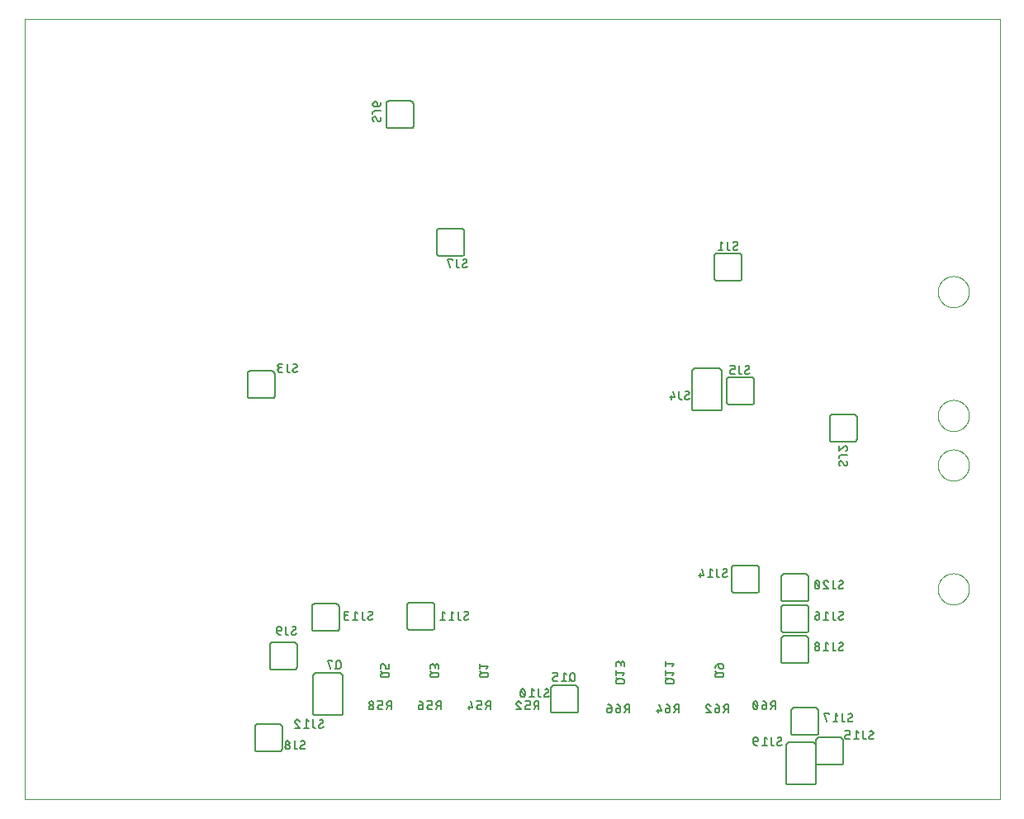
<source format=gbo>
G75*
%MOIN*%
%OFA0B0*%
%FSLAX25Y25*%
%IPPOS*%
%LPD*%
%AMOC8*
5,1,8,0,0,1.08239X$1,22.5*
%
%ADD10C,0.00000*%
%ADD11C,0.00600*%
D10*
X0003000Y0106000D02*
X0003000Y0420961D01*
X0396701Y0420961D01*
X0396701Y0106000D01*
X0003000Y0106000D01*
X0371701Y0191000D02*
X0371703Y0191158D01*
X0371709Y0191316D01*
X0371719Y0191474D01*
X0371733Y0191632D01*
X0371751Y0191789D01*
X0371772Y0191946D01*
X0371798Y0192102D01*
X0371828Y0192258D01*
X0371861Y0192413D01*
X0371899Y0192566D01*
X0371940Y0192719D01*
X0371985Y0192871D01*
X0372034Y0193022D01*
X0372087Y0193171D01*
X0372143Y0193319D01*
X0372203Y0193465D01*
X0372267Y0193610D01*
X0372335Y0193753D01*
X0372406Y0193895D01*
X0372480Y0194035D01*
X0372558Y0194172D01*
X0372640Y0194308D01*
X0372724Y0194442D01*
X0372813Y0194573D01*
X0372904Y0194702D01*
X0372999Y0194829D01*
X0373096Y0194954D01*
X0373197Y0195076D01*
X0373301Y0195195D01*
X0373408Y0195312D01*
X0373518Y0195426D01*
X0373631Y0195537D01*
X0373746Y0195646D01*
X0373864Y0195751D01*
X0373985Y0195853D01*
X0374108Y0195953D01*
X0374234Y0196049D01*
X0374362Y0196142D01*
X0374492Y0196232D01*
X0374625Y0196318D01*
X0374760Y0196402D01*
X0374896Y0196481D01*
X0375035Y0196558D01*
X0375176Y0196630D01*
X0375318Y0196700D01*
X0375462Y0196765D01*
X0375608Y0196827D01*
X0375755Y0196885D01*
X0375904Y0196940D01*
X0376054Y0196991D01*
X0376205Y0197038D01*
X0376357Y0197081D01*
X0376510Y0197120D01*
X0376665Y0197156D01*
X0376820Y0197187D01*
X0376976Y0197215D01*
X0377132Y0197239D01*
X0377289Y0197259D01*
X0377447Y0197275D01*
X0377604Y0197287D01*
X0377763Y0197295D01*
X0377921Y0197299D01*
X0378079Y0197299D01*
X0378237Y0197295D01*
X0378396Y0197287D01*
X0378553Y0197275D01*
X0378711Y0197259D01*
X0378868Y0197239D01*
X0379024Y0197215D01*
X0379180Y0197187D01*
X0379335Y0197156D01*
X0379490Y0197120D01*
X0379643Y0197081D01*
X0379795Y0197038D01*
X0379946Y0196991D01*
X0380096Y0196940D01*
X0380245Y0196885D01*
X0380392Y0196827D01*
X0380538Y0196765D01*
X0380682Y0196700D01*
X0380824Y0196630D01*
X0380965Y0196558D01*
X0381104Y0196481D01*
X0381240Y0196402D01*
X0381375Y0196318D01*
X0381508Y0196232D01*
X0381638Y0196142D01*
X0381766Y0196049D01*
X0381892Y0195953D01*
X0382015Y0195853D01*
X0382136Y0195751D01*
X0382254Y0195646D01*
X0382369Y0195537D01*
X0382482Y0195426D01*
X0382592Y0195312D01*
X0382699Y0195195D01*
X0382803Y0195076D01*
X0382904Y0194954D01*
X0383001Y0194829D01*
X0383096Y0194702D01*
X0383187Y0194573D01*
X0383276Y0194442D01*
X0383360Y0194308D01*
X0383442Y0194172D01*
X0383520Y0194035D01*
X0383594Y0193895D01*
X0383665Y0193753D01*
X0383733Y0193610D01*
X0383797Y0193465D01*
X0383857Y0193319D01*
X0383913Y0193171D01*
X0383966Y0193022D01*
X0384015Y0192871D01*
X0384060Y0192719D01*
X0384101Y0192566D01*
X0384139Y0192413D01*
X0384172Y0192258D01*
X0384202Y0192102D01*
X0384228Y0191946D01*
X0384249Y0191789D01*
X0384267Y0191632D01*
X0384281Y0191474D01*
X0384291Y0191316D01*
X0384297Y0191158D01*
X0384299Y0191000D01*
X0384297Y0190842D01*
X0384291Y0190684D01*
X0384281Y0190526D01*
X0384267Y0190368D01*
X0384249Y0190211D01*
X0384228Y0190054D01*
X0384202Y0189898D01*
X0384172Y0189742D01*
X0384139Y0189587D01*
X0384101Y0189434D01*
X0384060Y0189281D01*
X0384015Y0189129D01*
X0383966Y0188978D01*
X0383913Y0188829D01*
X0383857Y0188681D01*
X0383797Y0188535D01*
X0383733Y0188390D01*
X0383665Y0188247D01*
X0383594Y0188105D01*
X0383520Y0187965D01*
X0383442Y0187828D01*
X0383360Y0187692D01*
X0383276Y0187558D01*
X0383187Y0187427D01*
X0383096Y0187298D01*
X0383001Y0187171D01*
X0382904Y0187046D01*
X0382803Y0186924D01*
X0382699Y0186805D01*
X0382592Y0186688D01*
X0382482Y0186574D01*
X0382369Y0186463D01*
X0382254Y0186354D01*
X0382136Y0186249D01*
X0382015Y0186147D01*
X0381892Y0186047D01*
X0381766Y0185951D01*
X0381638Y0185858D01*
X0381508Y0185768D01*
X0381375Y0185682D01*
X0381240Y0185598D01*
X0381104Y0185519D01*
X0380965Y0185442D01*
X0380824Y0185370D01*
X0380682Y0185300D01*
X0380538Y0185235D01*
X0380392Y0185173D01*
X0380245Y0185115D01*
X0380096Y0185060D01*
X0379946Y0185009D01*
X0379795Y0184962D01*
X0379643Y0184919D01*
X0379490Y0184880D01*
X0379335Y0184844D01*
X0379180Y0184813D01*
X0379024Y0184785D01*
X0378868Y0184761D01*
X0378711Y0184741D01*
X0378553Y0184725D01*
X0378396Y0184713D01*
X0378237Y0184705D01*
X0378079Y0184701D01*
X0377921Y0184701D01*
X0377763Y0184705D01*
X0377604Y0184713D01*
X0377447Y0184725D01*
X0377289Y0184741D01*
X0377132Y0184761D01*
X0376976Y0184785D01*
X0376820Y0184813D01*
X0376665Y0184844D01*
X0376510Y0184880D01*
X0376357Y0184919D01*
X0376205Y0184962D01*
X0376054Y0185009D01*
X0375904Y0185060D01*
X0375755Y0185115D01*
X0375608Y0185173D01*
X0375462Y0185235D01*
X0375318Y0185300D01*
X0375176Y0185370D01*
X0375035Y0185442D01*
X0374896Y0185519D01*
X0374760Y0185598D01*
X0374625Y0185682D01*
X0374492Y0185768D01*
X0374362Y0185858D01*
X0374234Y0185951D01*
X0374108Y0186047D01*
X0373985Y0186147D01*
X0373864Y0186249D01*
X0373746Y0186354D01*
X0373631Y0186463D01*
X0373518Y0186574D01*
X0373408Y0186688D01*
X0373301Y0186805D01*
X0373197Y0186924D01*
X0373096Y0187046D01*
X0372999Y0187171D01*
X0372904Y0187298D01*
X0372813Y0187427D01*
X0372724Y0187558D01*
X0372640Y0187692D01*
X0372558Y0187828D01*
X0372480Y0187965D01*
X0372406Y0188105D01*
X0372335Y0188247D01*
X0372267Y0188390D01*
X0372203Y0188535D01*
X0372143Y0188681D01*
X0372087Y0188829D01*
X0372034Y0188978D01*
X0371985Y0189129D01*
X0371940Y0189281D01*
X0371899Y0189434D01*
X0371861Y0189587D01*
X0371828Y0189742D01*
X0371798Y0189898D01*
X0371772Y0190054D01*
X0371751Y0190211D01*
X0371733Y0190368D01*
X0371719Y0190526D01*
X0371709Y0190684D01*
X0371703Y0190842D01*
X0371701Y0191000D01*
X0371701Y0241000D02*
X0371703Y0241158D01*
X0371709Y0241316D01*
X0371719Y0241474D01*
X0371733Y0241632D01*
X0371751Y0241789D01*
X0371772Y0241946D01*
X0371798Y0242102D01*
X0371828Y0242258D01*
X0371861Y0242413D01*
X0371899Y0242566D01*
X0371940Y0242719D01*
X0371985Y0242871D01*
X0372034Y0243022D01*
X0372087Y0243171D01*
X0372143Y0243319D01*
X0372203Y0243465D01*
X0372267Y0243610D01*
X0372335Y0243753D01*
X0372406Y0243895D01*
X0372480Y0244035D01*
X0372558Y0244172D01*
X0372640Y0244308D01*
X0372724Y0244442D01*
X0372813Y0244573D01*
X0372904Y0244702D01*
X0372999Y0244829D01*
X0373096Y0244954D01*
X0373197Y0245076D01*
X0373301Y0245195D01*
X0373408Y0245312D01*
X0373518Y0245426D01*
X0373631Y0245537D01*
X0373746Y0245646D01*
X0373864Y0245751D01*
X0373985Y0245853D01*
X0374108Y0245953D01*
X0374234Y0246049D01*
X0374362Y0246142D01*
X0374492Y0246232D01*
X0374625Y0246318D01*
X0374760Y0246402D01*
X0374896Y0246481D01*
X0375035Y0246558D01*
X0375176Y0246630D01*
X0375318Y0246700D01*
X0375462Y0246765D01*
X0375608Y0246827D01*
X0375755Y0246885D01*
X0375904Y0246940D01*
X0376054Y0246991D01*
X0376205Y0247038D01*
X0376357Y0247081D01*
X0376510Y0247120D01*
X0376665Y0247156D01*
X0376820Y0247187D01*
X0376976Y0247215D01*
X0377132Y0247239D01*
X0377289Y0247259D01*
X0377447Y0247275D01*
X0377604Y0247287D01*
X0377763Y0247295D01*
X0377921Y0247299D01*
X0378079Y0247299D01*
X0378237Y0247295D01*
X0378396Y0247287D01*
X0378553Y0247275D01*
X0378711Y0247259D01*
X0378868Y0247239D01*
X0379024Y0247215D01*
X0379180Y0247187D01*
X0379335Y0247156D01*
X0379490Y0247120D01*
X0379643Y0247081D01*
X0379795Y0247038D01*
X0379946Y0246991D01*
X0380096Y0246940D01*
X0380245Y0246885D01*
X0380392Y0246827D01*
X0380538Y0246765D01*
X0380682Y0246700D01*
X0380824Y0246630D01*
X0380965Y0246558D01*
X0381104Y0246481D01*
X0381240Y0246402D01*
X0381375Y0246318D01*
X0381508Y0246232D01*
X0381638Y0246142D01*
X0381766Y0246049D01*
X0381892Y0245953D01*
X0382015Y0245853D01*
X0382136Y0245751D01*
X0382254Y0245646D01*
X0382369Y0245537D01*
X0382482Y0245426D01*
X0382592Y0245312D01*
X0382699Y0245195D01*
X0382803Y0245076D01*
X0382904Y0244954D01*
X0383001Y0244829D01*
X0383096Y0244702D01*
X0383187Y0244573D01*
X0383276Y0244442D01*
X0383360Y0244308D01*
X0383442Y0244172D01*
X0383520Y0244035D01*
X0383594Y0243895D01*
X0383665Y0243753D01*
X0383733Y0243610D01*
X0383797Y0243465D01*
X0383857Y0243319D01*
X0383913Y0243171D01*
X0383966Y0243022D01*
X0384015Y0242871D01*
X0384060Y0242719D01*
X0384101Y0242566D01*
X0384139Y0242413D01*
X0384172Y0242258D01*
X0384202Y0242102D01*
X0384228Y0241946D01*
X0384249Y0241789D01*
X0384267Y0241632D01*
X0384281Y0241474D01*
X0384291Y0241316D01*
X0384297Y0241158D01*
X0384299Y0241000D01*
X0384297Y0240842D01*
X0384291Y0240684D01*
X0384281Y0240526D01*
X0384267Y0240368D01*
X0384249Y0240211D01*
X0384228Y0240054D01*
X0384202Y0239898D01*
X0384172Y0239742D01*
X0384139Y0239587D01*
X0384101Y0239434D01*
X0384060Y0239281D01*
X0384015Y0239129D01*
X0383966Y0238978D01*
X0383913Y0238829D01*
X0383857Y0238681D01*
X0383797Y0238535D01*
X0383733Y0238390D01*
X0383665Y0238247D01*
X0383594Y0238105D01*
X0383520Y0237965D01*
X0383442Y0237828D01*
X0383360Y0237692D01*
X0383276Y0237558D01*
X0383187Y0237427D01*
X0383096Y0237298D01*
X0383001Y0237171D01*
X0382904Y0237046D01*
X0382803Y0236924D01*
X0382699Y0236805D01*
X0382592Y0236688D01*
X0382482Y0236574D01*
X0382369Y0236463D01*
X0382254Y0236354D01*
X0382136Y0236249D01*
X0382015Y0236147D01*
X0381892Y0236047D01*
X0381766Y0235951D01*
X0381638Y0235858D01*
X0381508Y0235768D01*
X0381375Y0235682D01*
X0381240Y0235598D01*
X0381104Y0235519D01*
X0380965Y0235442D01*
X0380824Y0235370D01*
X0380682Y0235300D01*
X0380538Y0235235D01*
X0380392Y0235173D01*
X0380245Y0235115D01*
X0380096Y0235060D01*
X0379946Y0235009D01*
X0379795Y0234962D01*
X0379643Y0234919D01*
X0379490Y0234880D01*
X0379335Y0234844D01*
X0379180Y0234813D01*
X0379024Y0234785D01*
X0378868Y0234761D01*
X0378711Y0234741D01*
X0378553Y0234725D01*
X0378396Y0234713D01*
X0378237Y0234705D01*
X0378079Y0234701D01*
X0377921Y0234701D01*
X0377763Y0234705D01*
X0377604Y0234713D01*
X0377447Y0234725D01*
X0377289Y0234741D01*
X0377132Y0234761D01*
X0376976Y0234785D01*
X0376820Y0234813D01*
X0376665Y0234844D01*
X0376510Y0234880D01*
X0376357Y0234919D01*
X0376205Y0234962D01*
X0376054Y0235009D01*
X0375904Y0235060D01*
X0375755Y0235115D01*
X0375608Y0235173D01*
X0375462Y0235235D01*
X0375318Y0235300D01*
X0375176Y0235370D01*
X0375035Y0235442D01*
X0374896Y0235519D01*
X0374760Y0235598D01*
X0374625Y0235682D01*
X0374492Y0235768D01*
X0374362Y0235858D01*
X0374234Y0235951D01*
X0374108Y0236047D01*
X0373985Y0236147D01*
X0373864Y0236249D01*
X0373746Y0236354D01*
X0373631Y0236463D01*
X0373518Y0236574D01*
X0373408Y0236688D01*
X0373301Y0236805D01*
X0373197Y0236924D01*
X0373096Y0237046D01*
X0372999Y0237171D01*
X0372904Y0237298D01*
X0372813Y0237427D01*
X0372724Y0237558D01*
X0372640Y0237692D01*
X0372558Y0237828D01*
X0372480Y0237965D01*
X0372406Y0238105D01*
X0372335Y0238247D01*
X0372267Y0238390D01*
X0372203Y0238535D01*
X0372143Y0238681D01*
X0372087Y0238829D01*
X0372034Y0238978D01*
X0371985Y0239129D01*
X0371940Y0239281D01*
X0371899Y0239434D01*
X0371861Y0239587D01*
X0371828Y0239742D01*
X0371798Y0239898D01*
X0371772Y0240054D01*
X0371751Y0240211D01*
X0371733Y0240368D01*
X0371719Y0240526D01*
X0371709Y0240684D01*
X0371703Y0240842D01*
X0371701Y0241000D01*
X0371701Y0261000D02*
X0371703Y0261158D01*
X0371709Y0261316D01*
X0371719Y0261474D01*
X0371733Y0261632D01*
X0371751Y0261789D01*
X0371772Y0261946D01*
X0371798Y0262102D01*
X0371828Y0262258D01*
X0371861Y0262413D01*
X0371899Y0262566D01*
X0371940Y0262719D01*
X0371985Y0262871D01*
X0372034Y0263022D01*
X0372087Y0263171D01*
X0372143Y0263319D01*
X0372203Y0263465D01*
X0372267Y0263610D01*
X0372335Y0263753D01*
X0372406Y0263895D01*
X0372480Y0264035D01*
X0372558Y0264172D01*
X0372640Y0264308D01*
X0372724Y0264442D01*
X0372813Y0264573D01*
X0372904Y0264702D01*
X0372999Y0264829D01*
X0373096Y0264954D01*
X0373197Y0265076D01*
X0373301Y0265195D01*
X0373408Y0265312D01*
X0373518Y0265426D01*
X0373631Y0265537D01*
X0373746Y0265646D01*
X0373864Y0265751D01*
X0373985Y0265853D01*
X0374108Y0265953D01*
X0374234Y0266049D01*
X0374362Y0266142D01*
X0374492Y0266232D01*
X0374625Y0266318D01*
X0374760Y0266402D01*
X0374896Y0266481D01*
X0375035Y0266558D01*
X0375176Y0266630D01*
X0375318Y0266700D01*
X0375462Y0266765D01*
X0375608Y0266827D01*
X0375755Y0266885D01*
X0375904Y0266940D01*
X0376054Y0266991D01*
X0376205Y0267038D01*
X0376357Y0267081D01*
X0376510Y0267120D01*
X0376665Y0267156D01*
X0376820Y0267187D01*
X0376976Y0267215D01*
X0377132Y0267239D01*
X0377289Y0267259D01*
X0377447Y0267275D01*
X0377604Y0267287D01*
X0377763Y0267295D01*
X0377921Y0267299D01*
X0378079Y0267299D01*
X0378237Y0267295D01*
X0378396Y0267287D01*
X0378553Y0267275D01*
X0378711Y0267259D01*
X0378868Y0267239D01*
X0379024Y0267215D01*
X0379180Y0267187D01*
X0379335Y0267156D01*
X0379490Y0267120D01*
X0379643Y0267081D01*
X0379795Y0267038D01*
X0379946Y0266991D01*
X0380096Y0266940D01*
X0380245Y0266885D01*
X0380392Y0266827D01*
X0380538Y0266765D01*
X0380682Y0266700D01*
X0380824Y0266630D01*
X0380965Y0266558D01*
X0381104Y0266481D01*
X0381240Y0266402D01*
X0381375Y0266318D01*
X0381508Y0266232D01*
X0381638Y0266142D01*
X0381766Y0266049D01*
X0381892Y0265953D01*
X0382015Y0265853D01*
X0382136Y0265751D01*
X0382254Y0265646D01*
X0382369Y0265537D01*
X0382482Y0265426D01*
X0382592Y0265312D01*
X0382699Y0265195D01*
X0382803Y0265076D01*
X0382904Y0264954D01*
X0383001Y0264829D01*
X0383096Y0264702D01*
X0383187Y0264573D01*
X0383276Y0264442D01*
X0383360Y0264308D01*
X0383442Y0264172D01*
X0383520Y0264035D01*
X0383594Y0263895D01*
X0383665Y0263753D01*
X0383733Y0263610D01*
X0383797Y0263465D01*
X0383857Y0263319D01*
X0383913Y0263171D01*
X0383966Y0263022D01*
X0384015Y0262871D01*
X0384060Y0262719D01*
X0384101Y0262566D01*
X0384139Y0262413D01*
X0384172Y0262258D01*
X0384202Y0262102D01*
X0384228Y0261946D01*
X0384249Y0261789D01*
X0384267Y0261632D01*
X0384281Y0261474D01*
X0384291Y0261316D01*
X0384297Y0261158D01*
X0384299Y0261000D01*
X0384297Y0260842D01*
X0384291Y0260684D01*
X0384281Y0260526D01*
X0384267Y0260368D01*
X0384249Y0260211D01*
X0384228Y0260054D01*
X0384202Y0259898D01*
X0384172Y0259742D01*
X0384139Y0259587D01*
X0384101Y0259434D01*
X0384060Y0259281D01*
X0384015Y0259129D01*
X0383966Y0258978D01*
X0383913Y0258829D01*
X0383857Y0258681D01*
X0383797Y0258535D01*
X0383733Y0258390D01*
X0383665Y0258247D01*
X0383594Y0258105D01*
X0383520Y0257965D01*
X0383442Y0257828D01*
X0383360Y0257692D01*
X0383276Y0257558D01*
X0383187Y0257427D01*
X0383096Y0257298D01*
X0383001Y0257171D01*
X0382904Y0257046D01*
X0382803Y0256924D01*
X0382699Y0256805D01*
X0382592Y0256688D01*
X0382482Y0256574D01*
X0382369Y0256463D01*
X0382254Y0256354D01*
X0382136Y0256249D01*
X0382015Y0256147D01*
X0381892Y0256047D01*
X0381766Y0255951D01*
X0381638Y0255858D01*
X0381508Y0255768D01*
X0381375Y0255682D01*
X0381240Y0255598D01*
X0381104Y0255519D01*
X0380965Y0255442D01*
X0380824Y0255370D01*
X0380682Y0255300D01*
X0380538Y0255235D01*
X0380392Y0255173D01*
X0380245Y0255115D01*
X0380096Y0255060D01*
X0379946Y0255009D01*
X0379795Y0254962D01*
X0379643Y0254919D01*
X0379490Y0254880D01*
X0379335Y0254844D01*
X0379180Y0254813D01*
X0379024Y0254785D01*
X0378868Y0254761D01*
X0378711Y0254741D01*
X0378553Y0254725D01*
X0378396Y0254713D01*
X0378237Y0254705D01*
X0378079Y0254701D01*
X0377921Y0254701D01*
X0377763Y0254705D01*
X0377604Y0254713D01*
X0377447Y0254725D01*
X0377289Y0254741D01*
X0377132Y0254761D01*
X0376976Y0254785D01*
X0376820Y0254813D01*
X0376665Y0254844D01*
X0376510Y0254880D01*
X0376357Y0254919D01*
X0376205Y0254962D01*
X0376054Y0255009D01*
X0375904Y0255060D01*
X0375755Y0255115D01*
X0375608Y0255173D01*
X0375462Y0255235D01*
X0375318Y0255300D01*
X0375176Y0255370D01*
X0375035Y0255442D01*
X0374896Y0255519D01*
X0374760Y0255598D01*
X0374625Y0255682D01*
X0374492Y0255768D01*
X0374362Y0255858D01*
X0374234Y0255951D01*
X0374108Y0256047D01*
X0373985Y0256147D01*
X0373864Y0256249D01*
X0373746Y0256354D01*
X0373631Y0256463D01*
X0373518Y0256574D01*
X0373408Y0256688D01*
X0373301Y0256805D01*
X0373197Y0256924D01*
X0373096Y0257046D01*
X0372999Y0257171D01*
X0372904Y0257298D01*
X0372813Y0257427D01*
X0372724Y0257558D01*
X0372640Y0257692D01*
X0372558Y0257828D01*
X0372480Y0257965D01*
X0372406Y0258105D01*
X0372335Y0258247D01*
X0372267Y0258390D01*
X0372203Y0258535D01*
X0372143Y0258681D01*
X0372087Y0258829D01*
X0372034Y0258978D01*
X0371985Y0259129D01*
X0371940Y0259281D01*
X0371899Y0259434D01*
X0371861Y0259587D01*
X0371828Y0259742D01*
X0371798Y0259898D01*
X0371772Y0260054D01*
X0371751Y0260211D01*
X0371733Y0260368D01*
X0371719Y0260526D01*
X0371709Y0260684D01*
X0371703Y0260842D01*
X0371701Y0261000D01*
X0371701Y0311000D02*
X0371703Y0311158D01*
X0371709Y0311316D01*
X0371719Y0311474D01*
X0371733Y0311632D01*
X0371751Y0311789D01*
X0371772Y0311946D01*
X0371798Y0312102D01*
X0371828Y0312258D01*
X0371861Y0312413D01*
X0371899Y0312566D01*
X0371940Y0312719D01*
X0371985Y0312871D01*
X0372034Y0313022D01*
X0372087Y0313171D01*
X0372143Y0313319D01*
X0372203Y0313465D01*
X0372267Y0313610D01*
X0372335Y0313753D01*
X0372406Y0313895D01*
X0372480Y0314035D01*
X0372558Y0314172D01*
X0372640Y0314308D01*
X0372724Y0314442D01*
X0372813Y0314573D01*
X0372904Y0314702D01*
X0372999Y0314829D01*
X0373096Y0314954D01*
X0373197Y0315076D01*
X0373301Y0315195D01*
X0373408Y0315312D01*
X0373518Y0315426D01*
X0373631Y0315537D01*
X0373746Y0315646D01*
X0373864Y0315751D01*
X0373985Y0315853D01*
X0374108Y0315953D01*
X0374234Y0316049D01*
X0374362Y0316142D01*
X0374492Y0316232D01*
X0374625Y0316318D01*
X0374760Y0316402D01*
X0374896Y0316481D01*
X0375035Y0316558D01*
X0375176Y0316630D01*
X0375318Y0316700D01*
X0375462Y0316765D01*
X0375608Y0316827D01*
X0375755Y0316885D01*
X0375904Y0316940D01*
X0376054Y0316991D01*
X0376205Y0317038D01*
X0376357Y0317081D01*
X0376510Y0317120D01*
X0376665Y0317156D01*
X0376820Y0317187D01*
X0376976Y0317215D01*
X0377132Y0317239D01*
X0377289Y0317259D01*
X0377447Y0317275D01*
X0377604Y0317287D01*
X0377763Y0317295D01*
X0377921Y0317299D01*
X0378079Y0317299D01*
X0378237Y0317295D01*
X0378396Y0317287D01*
X0378553Y0317275D01*
X0378711Y0317259D01*
X0378868Y0317239D01*
X0379024Y0317215D01*
X0379180Y0317187D01*
X0379335Y0317156D01*
X0379490Y0317120D01*
X0379643Y0317081D01*
X0379795Y0317038D01*
X0379946Y0316991D01*
X0380096Y0316940D01*
X0380245Y0316885D01*
X0380392Y0316827D01*
X0380538Y0316765D01*
X0380682Y0316700D01*
X0380824Y0316630D01*
X0380965Y0316558D01*
X0381104Y0316481D01*
X0381240Y0316402D01*
X0381375Y0316318D01*
X0381508Y0316232D01*
X0381638Y0316142D01*
X0381766Y0316049D01*
X0381892Y0315953D01*
X0382015Y0315853D01*
X0382136Y0315751D01*
X0382254Y0315646D01*
X0382369Y0315537D01*
X0382482Y0315426D01*
X0382592Y0315312D01*
X0382699Y0315195D01*
X0382803Y0315076D01*
X0382904Y0314954D01*
X0383001Y0314829D01*
X0383096Y0314702D01*
X0383187Y0314573D01*
X0383276Y0314442D01*
X0383360Y0314308D01*
X0383442Y0314172D01*
X0383520Y0314035D01*
X0383594Y0313895D01*
X0383665Y0313753D01*
X0383733Y0313610D01*
X0383797Y0313465D01*
X0383857Y0313319D01*
X0383913Y0313171D01*
X0383966Y0313022D01*
X0384015Y0312871D01*
X0384060Y0312719D01*
X0384101Y0312566D01*
X0384139Y0312413D01*
X0384172Y0312258D01*
X0384202Y0312102D01*
X0384228Y0311946D01*
X0384249Y0311789D01*
X0384267Y0311632D01*
X0384281Y0311474D01*
X0384291Y0311316D01*
X0384297Y0311158D01*
X0384299Y0311000D01*
X0384297Y0310842D01*
X0384291Y0310684D01*
X0384281Y0310526D01*
X0384267Y0310368D01*
X0384249Y0310211D01*
X0384228Y0310054D01*
X0384202Y0309898D01*
X0384172Y0309742D01*
X0384139Y0309587D01*
X0384101Y0309434D01*
X0384060Y0309281D01*
X0384015Y0309129D01*
X0383966Y0308978D01*
X0383913Y0308829D01*
X0383857Y0308681D01*
X0383797Y0308535D01*
X0383733Y0308390D01*
X0383665Y0308247D01*
X0383594Y0308105D01*
X0383520Y0307965D01*
X0383442Y0307828D01*
X0383360Y0307692D01*
X0383276Y0307558D01*
X0383187Y0307427D01*
X0383096Y0307298D01*
X0383001Y0307171D01*
X0382904Y0307046D01*
X0382803Y0306924D01*
X0382699Y0306805D01*
X0382592Y0306688D01*
X0382482Y0306574D01*
X0382369Y0306463D01*
X0382254Y0306354D01*
X0382136Y0306249D01*
X0382015Y0306147D01*
X0381892Y0306047D01*
X0381766Y0305951D01*
X0381638Y0305858D01*
X0381508Y0305768D01*
X0381375Y0305682D01*
X0381240Y0305598D01*
X0381104Y0305519D01*
X0380965Y0305442D01*
X0380824Y0305370D01*
X0380682Y0305300D01*
X0380538Y0305235D01*
X0380392Y0305173D01*
X0380245Y0305115D01*
X0380096Y0305060D01*
X0379946Y0305009D01*
X0379795Y0304962D01*
X0379643Y0304919D01*
X0379490Y0304880D01*
X0379335Y0304844D01*
X0379180Y0304813D01*
X0379024Y0304785D01*
X0378868Y0304761D01*
X0378711Y0304741D01*
X0378553Y0304725D01*
X0378396Y0304713D01*
X0378237Y0304705D01*
X0378079Y0304701D01*
X0377921Y0304701D01*
X0377763Y0304705D01*
X0377604Y0304713D01*
X0377447Y0304725D01*
X0377289Y0304741D01*
X0377132Y0304761D01*
X0376976Y0304785D01*
X0376820Y0304813D01*
X0376665Y0304844D01*
X0376510Y0304880D01*
X0376357Y0304919D01*
X0376205Y0304962D01*
X0376054Y0305009D01*
X0375904Y0305060D01*
X0375755Y0305115D01*
X0375608Y0305173D01*
X0375462Y0305235D01*
X0375318Y0305300D01*
X0375176Y0305370D01*
X0375035Y0305442D01*
X0374896Y0305519D01*
X0374760Y0305598D01*
X0374625Y0305682D01*
X0374492Y0305768D01*
X0374362Y0305858D01*
X0374234Y0305951D01*
X0374108Y0306047D01*
X0373985Y0306147D01*
X0373864Y0306249D01*
X0373746Y0306354D01*
X0373631Y0306463D01*
X0373518Y0306574D01*
X0373408Y0306688D01*
X0373301Y0306805D01*
X0373197Y0306924D01*
X0373096Y0307046D01*
X0372999Y0307171D01*
X0372904Y0307298D01*
X0372813Y0307427D01*
X0372724Y0307558D01*
X0372640Y0307692D01*
X0372558Y0307828D01*
X0372480Y0307965D01*
X0372406Y0308105D01*
X0372335Y0308247D01*
X0372267Y0308390D01*
X0372203Y0308535D01*
X0372143Y0308681D01*
X0372087Y0308829D01*
X0372034Y0308978D01*
X0371985Y0309129D01*
X0371940Y0309281D01*
X0371899Y0309434D01*
X0371861Y0309587D01*
X0371828Y0309742D01*
X0371798Y0309898D01*
X0371772Y0310054D01*
X0371751Y0310211D01*
X0371733Y0310368D01*
X0371719Y0310526D01*
X0371709Y0310684D01*
X0371703Y0310842D01*
X0371701Y0311000D01*
D11*
X0338000Y0261500D02*
X0329000Y0261500D01*
X0328940Y0261498D01*
X0328879Y0261493D01*
X0328820Y0261484D01*
X0328761Y0261471D01*
X0328702Y0261455D01*
X0328645Y0261435D01*
X0328590Y0261412D01*
X0328535Y0261385D01*
X0328483Y0261356D01*
X0328432Y0261323D01*
X0328383Y0261287D01*
X0328337Y0261249D01*
X0328293Y0261207D01*
X0328251Y0261163D01*
X0328213Y0261117D01*
X0328177Y0261068D01*
X0328144Y0261017D01*
X0328115Y0260965D01*
X0328088Y0260910D01*
X0328065Y0260855D01*
X0328045Y0260798D01*
X0328029Y0260739D01*
X0328016Y0260680D01*
X0328007Y0260621D01*
X0328002Y0260560D01*
X0328000Y0260500D01*
X0328000Y0251500D01*
X0328002Y0251440D01*
X0328007Y0251379D01*
X0328016Y0251320D01*
X0328029Y0251261D01*
X0328045Y0251202D01*
X0328065Y0251145D01*
X0328088Y0251090D01*
X0328115Y0251035D01*
X0328144Y0250983D01*
X0328177Y0250932D01*
X0328213Y0250883D01*
X0328251Y0250837D01*
X0328293Y0250793D01*
X0328337Y0250751D01*
X0328383Y0250713D01*
X0328432Y0250677D01*
X0328483Y0250644D01*
X0328535Y0250615D01*
X0328590Y0250588D01*
X0328645Y0250565D01*
X0328702Y0250545D01*
X0328761Y0250529D01*
X0328820Y0250516D01*
X0328879Y0250507D01*
X0328940Y0250502D01*
X0329000Y0250500D01*
X0338000Y0250500D01*
X0338060Y0250502D01*
X0338121Y0250507D01*
X0338180Y0250516D01*
X0338239Y0250529D01*
X0338298Y0250545D01*
X0338355Y0250565D01*
X0338410Y0250588D01*
X0338465Y0250615D01*
X0338517Y0250644D01*
X0338568Y0250677D01*
X0338617Y0250713D01*
X0338663Y0250751D01*
X0338707Y0250793D01*
X0338749Y0250837D01*
X0338787Y0250883D01*
X0338823Y0250932D01*
X0338856Y0250983D01*
X0338885Y0251035D01*
X0338912Y0251090D01*
X0338935Y0251145D01*
X0338955Y0251202D01*
X0338971Y0251261D01*
X0338984Y0251320D01*
X0338993Y0251379D01*
X0338998Y0251440D01*
X0339000Y0251500D01*
X0339000Y0260500D01*
X0338998Y0260560D01*
X0338993Y0260621D01*
X0338984Y0260680D01*
X0338971Y0260739D01*
X0338955Y0260798D01*
X0338935Y0260855D01*
X0338912Y0260910D01*
X0338885Y0260965D01*
X0338856Y0261017D01*
X0338823Y0261068D01*
X0338787Y0261117D01*
X0338749Y0261163D01*
X0338707Y0261207D01*
X0338663Y0261249D01*
X0338617Y0261287D01*
X0338568Y0261323D01*
X0338517Y0261356D01*
X0338465Y0261385D01*
X0338410Y0261412D01*
X0338355Y0261435D01*
X0338298Y0261455D01*
X0338239Y0261471D01*
X0338180Y0261484D01*
X0338121Y0261493D01*
X0338060Y0261498D01*
X0338000Y0261500D01*
X0333689Y0248417D02*
X0331800Y0246811D01*
X0331800Y0248700D01*
X0334444Y0246811D02*
X0334506Y0246833D01*
X0334566Y0246859D01*
X0334625Y0246888D01*
X0334681Y0246921D01*
X0334736Y0246957D01*
X0334788Y0246996D01*
X0334838Y0247038D01*
X0334885Y0247083D01*
X0334930Y0247131D01*
X0334972Y0247182D01*
X0335010Y0247234D01*
X0335045Y0247290D01*
X0335077Y0247347D01*
X0335105Y0247406D01*
X0335130Y0247466D01*
X0335151Y0247528D01*
X0335169Y0247591D01*
X0335182Y0247655D01*
X0335192Y0247720D01*
X0335198Y0247785D01*
X0335200Y0247850D01*
X0335198Y0247906D01*
X0335193Y0247961D01*
X0335184Y0248016D01*
X0335171Y0248070D01*
X0335155Y0248123D01*
X0335135Y0248175D01*
X0335112Y0248226D01*
X0335086Y0248275D01*
X0335057Y0248322D01*
X0335024Y0248367D01*
X0334989Y0248410D01*
X0334951Y0248451D01*
X0334910Y0248489D01*
X0334867Y0248524D01*
X0334822Y0248557D01*
X0334775Y0248586D01*
X0334726Y0248612D01*
X0334675Y0248635D01*
X0334623Y0248655D01*
X0334570Y0248671D01*
X0334516Y0248684D01*
X0334461Y0248693D01*
X0334406Y0248698D01*
X0334350Y0248700D01*
X0334293Y0248698D01*
X0334237Y0248693D01*
X0334180Y0248684D01*
X0334125Y0248672D01*
X0334070Y0248656D01*
X0334017Y0248637D01*
X0333964Y0248615D01*
X0333914Y0248589D01*
X0333865Y0248560D01*
X0333817Y0248529D01*
X0333772Y0248494D01*
X0333729Y0248457D01*
X0333689Y0248417D01*
X0332556Y0245001D02*
X0335200Y0245001D01*
X0332556Y0245001D02*
X0332502Y0244999D01*
X0332448Y0244993D01*
X0332395Y0244984D01*
X0332343Y0244970D01*
X0332292Y0244953D01*
X0332242Y0244933D01*
X0332194Y0244909D01*
X0332147Y0244881D01*
X0332103Y0244850D01*
X0332061Y0244816D01*
X0332021Y0244780D01*
X0331985Y0244740D01*
X0331951Y0244698D01*
X0331920Y0244654D01*
X0331892Y0244607D01*
X0331868Y0244559D01*
X0331848Y0244509D01*
X0331831Y0244458D01*
X0331817Y0244406D01*
X0331808Y0244353D01*
X0331802Y0244299D01*
X0331800Y0244245D01*
X0331800Y0243868D01*
X0332556Y0242700D02*
X0332502Y0242698D01*
X0332448Y0242692D01*
X0332395Y0242683D01*
X0332343Y0242669D01*
X0332292Y0242652D01*
X0332242Y0242632D01*
X0332194Y0242608D01*
X0332147Y0242580D01*
X0332103Y0242549D01*
X0332061Y0242515D01*
X0332021Y0242479D01*
X0331985Y0242439D01*
X0331951Y0242397D01*
X0331920Y0242353D01*
X0331892Y0242306D01*
X0331868Y0242258D01*
X0331848Y0242208D01*
X0331831Y0242157D01*
X0331817Y0242105D01*
X0331808Y0242052D01*
X0331802Y0241998D01*
X0331800Y0241944D01*
X0332556Y0242700D02*
X0332609Y0242698D01*
X0332662Y0242693D01*
X0332714Y0242684D01*
X0332766Y0242671D01*
X0332816Y0242655D01*
X0332865Y0242635D01*
X0332913Y0242612D01*
X0332959Y0242585D01*
X0333004Y0242556D01*
X0333046Y0242523D01*
X0333085Y0242488D01*
X0333122Y0242450D01*
X0333157Y0242410D01*
X0333188Y0242367D01*
X0333217Y0242322D01*
X0333783Y0241283D01*
X0335200Y0241661D02*
X0335198Y0241731D01*
X0335193Y0241801D01*
X0335184Y0241871D01*
X0335172Y0241940D01*
X0335157Y0242008D01*
X0335138Y0242076D01*
X0335116Y0242142D01*
X0335090Y0242208D01*
X0335062Y0242272D01*
X0335030Y0242334D01*
X0334995Y0242395D01*
X0334957Y0242454D01*
X0334917Y0242511D01*
X0333783Y0241284D02*
X0333812Y0241239D01*
X0333843Y0241196D01*
X0333878Y0241156D01*
X0333915Y0241118D01*
X0333954Y0241083D01*
X0333996Y0241050D01*
X0334041Y0241021D01*
X0334087Y0240994D01*
X0334135Y0240971D01*
X0334184Y0240951D01*
X0334234Y0240935D01*
X0334286Y0240922D01*
X0334338Y0240913D01*
X0334391Y0240908D01*
X0334444Y0240906D01*
X0334444Y0240905D02*
X0334498Y0240907D01*
X0334552Y0240913D01*
X0334605Y0240922D01*
X0334657Y0240936D01*
X0334708Y0240953D01*
X0334758Y0240973D01*
X0334806Y0240997D01*
X0334853Y0241025D01*
X0334897Y0241056D01*
X0334939Y0241090D01*
X0334979Y0241126D01*
X0335015Y0241166D01*
X0335049Y0241208D01*
X0335080Y0241252D01*
X0335108Y0241299D01*
X0335132Y0241347D01*
X0335152Y0241397D01*
X0335169Y0241448D01*
X0335183Y0241500D01*
X0335192Y0241553D01*
X0335198Y0241607D01*
X0335200Y0241661D01*
X0332272Y0240811D02*
X0332218Y0240868D01*
X0332166Y0240927D01*
X0332117Y0240989D01*
X0332072Y0241053D01*
X0332029Y0241120D01*
X0331990Y0241188D01*
X0331955Y0241258D01*
X0331923Y0241330D01*
X0331894Y0241404D01*
X0331869Y0241478D01*
X0331848Y0241554D01*
X0331831Y0241631D01*
X0331817Y0241709D01*
X0331808Y0241787D01*
X0331802Y0241865D01*
X0331800Y0241944D01*
X0318500Y0197000D02*
X0309500Y0197000D01*
X0309440Y0196998D01*
X0309379Y0196993D01*
X0309320Y0196984D01*
X0309261Y0196971D01*
X0309202Y0196955D01*
X0309145Y0196935D01*
X0309090Y0196912D01*
X0309035Y0196885D01*
X0308983Y0196856D01*
X0308932Y0196823D01*
X0308883Y0196787D01*
X0308837Y0196749D01*
X0308793Y0196707D01*
X0308751Y0196663D01*
X0308713Y0196617D01*
X0308677Y0196568D01*
X0308644Y0196517D01*
X0308615Y0196465D01*
X0308588Y0196410D01*
X0308565Y0196355D01*
X0308545Y0196298D01*
X0308529Y0196239D01*
X0308516Y0196180D01*
X0308507Y0196121D01*
X0308502Y0196060D01*
X0308500Y0196000D01*
X0308500Y0187000D01*
X0308502Y0186940D01*
X0308507Y0186879D01*
X0308516Y0186820D01*
X0308529Y0186761D01*
X0308545Y0186702D01*
X0308565Y0186645D01*
X0308588Y0186590D01*
X0308615Y0186535D01*
X0308644Y0186483D01*
X0308677Y0186432D01*
X0308713Y0186383D01*
X0308751Y0186337D01*
X0308793Y0186293D01*
X0308837Y0186251D01*
X0308883Y0186213D01*
X0308932Y0186177D01*
X0308983Y0186144D01*
X0309035Y0186115D01*
X0309090Y0186088D01*
X0309145Y0186065D01*
X0309202Y0186045D01*
X0309261Y0186029D01*
X0309320Y0186016D01*
X0309379Y0186007D01*
X0309440Y0186002D01*
X0309500Y0186000D01*
X0318500Y0186000D01*
X0318560Y0186002D01*
X0318621Y0186007D01*
X0318680Y0186016D01*
X0318739Y0186029D01*
X0318798Y0186045D01*
X0318855Y0186065D01*
X0318910Y0186088D01*
X0318965Y0186115D01*
X0319017Y0186144D01*
X0319068Y0186177D01*
X0319117Y0186213D01*
X0319163Y0186251D01*
X0319207Y0186293D01*
X0319249Y0186337D01*
X0319287Y0186383D01*
X0319323Y0186432D01*
X0319356Y0186483D01*
X0319385Y0186535D01*
X0319412Y0186590D01*
X0319435Y0186645D01*
X0319455Y0186702D01*
X0319471Y0186761D01*
X0319484Y0186820D01*
X0319493Y0186879D01*
X0319498Y0186940D01*
X0319500Y0187000D01*
X0319500Y0196000D01*
X0319498Y0196060D01*
X0319493Y0196121D01*
X0319484Y0196180D01*
X0319471Y0196239D01*
X0319455Y0196298D01*
X0319435Y0196355D01*
X0319412Y0196410D01*
X0319385Y0196465D01*
X0319356Y0196517D01*
X0319323Y0196568D01*
X0319287Y0196617D01*
X0319249Y0196663D01*
X0319207Y0196707D01*
X0319163Y0196749D01*
X0319117Y0196787D01*
X0319068Y0196823D01*
X0319017Y0196856D01*
X0318965Y0196885D01*
X0318910Y0196912D01*
X0318855Y0196935D01*
X0318798Y0196955D01*
X0318739Y0196971D01*
X0318680Y0196984D01*
X0318621Y0196993D01*
X0318560Y0196998D01*
X0318500Y0197000D01*
X0322239Y0193694D02*
X0323750Y0191806D01*
X0322994Y0191050D02*
X0322943Y0191052D01*
X0322892Y0191057D01*
X0322842Y0191067D01*
X0322793Y0191080D01*
X0322745Y0191096D01*
X0322698Y0191116D01*
X0322652Y0191139D01*
X0322609Y0191166D01*
X0322567Y0191195D01*
X0322528Y0191228D01*
X0322491Y0191263D01*
X0322457Y0191301D01*
X0322426Y0191342D01*
X0322398Y0191384D01*
X0322373Y0191429D01*
X0322351Y0191475D01*
X0322333Y0191522D01*
X0322994Y0191050D02*
X0323045Y0191052D01*
X0323096Y0191057D01*
X0323146Y0191067D01*
X0323195Y0191080D01*
X0323243Y0191096D01*
X0323290Y0191116D01*
X0323336Y0191139D01*
X0323379Y0191166D01*
X0323421Y0191195D01*
X0323460Y0191228D01*
X0323497Y0191263D01*
X0323531Y0191301D01*
X0323562Y0191342D01*
X0323590Y0191384D01*
X0323615Y0191429D01*
X0323637Y0191475D01*
X0323655Y0191522D01*
X0322050Y0192750D02*
X0322052Y0192848D01*
X0322057Y0192945D01*
X0322065Y0193043D01*
X0322077Y0193140D01*
X0322093Y0193236D01*
X0322111Y0193332D01*
X0322133Y0193428D01*
X0322158Y0193522D01*
X0322187Y0193616D01*
X0322219Y0193708D01*
X0322254Y0193799D01*
X0322292Y0193889D01*
X0322333Y0193978D01*
X0322994Y0194450D02*
X0323045Y0194448D01*
X0323096Y0194443D01*
X0323146Y0194433D01*
X0323195Y0194420D01*
X0323243Y0194404D01*
X0323290Y0194384D01*
X0323336Y0194361D01*
X0323379Y0194334D01*
X0323421Y0194305D01*
X0323460Y0194272D01*
X0323497Y0194237D01*
X0323531Y0194199D01*
X0323562Y0194158D01*
X0323590Y0194116D01*
X0323615Y0194071D01*
X0323637Y0194025D01*
X0323655Y0193978D01*
X0322994Y0194450D02*
X0322943Y0194448D01*
X0322892Y0194443D01*
X0322842Y0194433D01*
X0322793Y0194420D01*
X0322745Y0194404D01*
X0322698Y0194384D01*
X0322652Y0194361D01*
X0322609Y0194334D01*
X0322567Y0194305D01*
X0322528Y0194272D01*
X0322491Y0194237D01*
X0322457Y0194199D01*
X0322426Y0194158D01*
X0322398Y0194116D01*
X0322373Y0194071D01*
X0322351Y0194025D01*
X0322333Y0193978D01*
X0323656Y0193978D02*
X0323697Y0193889D01*
X0323735Y0193799D01*
X0323770Y0193708D01*
X0323802Y0193616D01*
X0323831Y0193522D01*
X0323856Y0193428D01*
X0323878Y0193332D01*
X0323896Y0193236D01*
X0323912Y0193140D01*
X0323924Y0193043D01*
X0323932Y0192945D01*
X0323937Y0192848D01*
X0323939Y0192750D01*
X0322050Y0192750D02*
X0322052Y0192652D01*
X0322057Y0192555D01*
X0322065Y0192457D01*
X0322077Y0192360D01*
X0322093Y0192264D01*
X0322111Y0192168D01*
X0322133Y0192072D01*
X0322158Y0191978D01*
X0322187Y0191884D01*
X0322219Y0191792D01*
X0322254Y0191701D01*
X0322292Y0191611D01*
X0322333Y0191522D01*
X0323656Y0191522D02*
X0323697Y0191611D01*
X0323735Y0191701D01*
X0323770Y0191792D01*
X0323802Y0191884D01*
X0323831Y0191978D01*
X0323856Y0192072D01*
X0323878Y0192168D01*
X0323896Y0192264D01*
X0323912Y0192360D01*
X0323924Y0192457D01*
X0323932Y0192555D01*
X0323937Y0192652D01*
X0323939Y0192750D01*
X0325933Y0192939D02*
X0327539Y0191050D01*
X0325650Y0191050D01*
X0327539Y0193694D02*
X0327517Y0193756D01*
X0327491Y0193816D01*
X0327462Y0193875D01*
X0327429Y0193931D01*
X0327393Y0193986D01*
X0327354Y0194038D01*
X0327312Y0194088D01*
X0327267Y0194135D01*
X0327219Y0194180D01*
X0327168Y0194222D01*
X0327116Y0194260D01*
X0327060Y0194295D01*
X0327003Y0194327D01*
X0326944Y0194355D01*
X0326884Y0194380D01*
X0326822Y0194401D01*
X0326759Y0194419D01*
X0326695Y0194432D01*
X0326630Y0194442D01*
X0326565Y0194448D01*
X0326500Y0194450D01*
X0326444Y0194448D01*
X0326389Y0194443D01*
X0326334Y0194434D01*
X0326280Y0194421D01*
X0326227Y0194405D01*
X0326175Y0194385D01*
X0326124Y0194362D01*
X0326075Y0194336D01*
X0326028Y0194307D01*
X0325983Y0194274D01*
X0325940Y0194239D01*
X0325899Y0194201D01*
X0325861Y0194160D01*
X0325826Y0194117D01*
X0325793Y0194072D01*
X0325764Y0194025D01*
X0325738Y0193976D01*
X0325715Y0193925D01*
X0325695Y0193873D01*
X0325679Y0193820D01*
X0325666Y0193766D01*
X0325657Y0193711D01*
X0325652Y0193656D01*
X0325650Y0193600D01*
X0325652Y0193543D01*
X0325657Y0193487D01*
X0325666Y0193430D01*
X0325678Y0193375D01*
X0325694Y0193320D01*
X0325713Y0193267D01*
X0325735Y0193214D01*
X0325761Y0193164D01*
X0325790Y0193115D01*
X0325821Y0193067D01*
X0325856Y0193022D01*
X0325893Y0192979D01*
X0325933Y0192939D01*
X0329349Y0191806D02*
X0329349Y0194450D01*
X0329349Y0191806D02*
X0329351Y0191752D01*
X0329357Y0191698D01*
X0329366Y0191645D01*
X0329380Y0191593D01*
X0329397Y0191542D01*
X0329417Y0191492D01*
X0329441Y0191444D01*
X0329469Y0191397D01*
X0329500Y0191353D01*
X0329534Y0191311D01*
X0329570Y0191271D01*
X0329610Y0191235D01*
X0329652Y0191201D01*
X0329696Y0191170D01*
X0329743Y0191142D01*
X0329791Y0191118D01*
X0329841Y0191098D01*
X0329892Y0191081D01*
X0329944Y0191067D01*
X0329997Y0191058D01*
X0330051Y0191052D01*
X0330105Y0191050D01*
X0330482Y0191050D01*
X0331650Y0191806D02*
X0331652Y0191752D01*
X0331658Y0191698D01*
X0331667Y0191645D01*
X0331681Y0191593D01*
X0331698Y0191542D01*
X0331718Y0191492D01*
X0331742Y0191444D01*
X0331770Y0191397D01*
X0331801Y0191353D01*
X0331835Y0191311D01*
X0331871Y0191271D01*
X0331911Y0191235D01*
X0331953Y0191201D01*
X0331997Y0191170D01*
X0332044Y0191142D01*
X0332092Y0191118D01*
X0332142Y0191098D01*
X0332193Y0191081D01*
X0332245Y0191067D01*
X0332298Y0191058D01*
X0332352Y0191052D01*
X0332406Y0191050D01*
X0331650Y0191806D02*
X0331652Y0191859D01*
X0331657Y0191912D01*
X0331666Y0191964D01*
X0331679Y0192016D01*
X0331695Y0192066D01*
X0331715Y0192115D01*
X0331738Y0192163D01*
X0331765Y0192209D01*
X0331794Y0192254D01*
X0331827Y0192296D01*
X0331862Y0192335D01*
X0331900Y0192372D01*
X0331940Y0192407D01*
X0331983Y0192438D01*
X0332028Y0192467D01*
X0333067Y0193033D01*
X0332689Y0194450D02*
X0332619Y0194448D01*
X0332549Y0194443D01*
X0332479Y0194434D01*
X0332410Y0194422D01*
X0332342Y0194407D01*
X0332274Y0194388D01*
X0332208Y0194366D01*
X0332142Y0194340D01*
X0332078Y0194312D01*
X0332016Y0194280D01*
X0331955Y0194245D01*
X0331896Y0194207D01*
X0331839Y0194167D01*
X0333066Y0193033D02*
X0333111Y0193062D01*
X0333154Y0193093D01*
X0333194Y0193128D01*
X0333232Y0193165D01*
X0333267Y0193204D01*
X0333300Y0193246D01*
X0333329Y0193291D01*
X0333356Y0193337D01*
X0333379Y0193385D01*
X0333399Y0193434D01*
X0333415Y0193484D01*
X0333428Y0193536D01*
X0333437Y0193588D01*
X0333442Y0193641D01*
X0333444Y0193694D01*
X0333445Y0193694D02*
X0333443Y0193748D01*
X0333437Y0193802D01*
X0333428Y0193855D01*
X0333414Y0193907D01*
X0333397Y0193958D01*
X0333377Y0194008D01*
X0333353Y0194056D01*
X0333325Y0194103D01*
X0333294Y0194147D01*
X0333260Y0194189D01*
X0333224Y0194229D01*
X0333184Y0194265D01*
X0333142Y0194299D01*
X0333098Y0194330D01*
X0333051Y0194358D01*
X0333003Y0194382D01*
X0332953Y0194402D01*
X0332902Y0194419D01*
X0332850Y0194433D01*
X0332797Y0194442D01*
X0332743Y0194448D01*
X0332689Y0194450D01*
X0333539Y0191522D02*
X0333482Y0191468D01*
X0333423Y0191416D01*
X0333361Y0191367D01*
X0333297Y0191322D01*
X0333230Y0191279D01*
X0333162Y0191240D01*
X0333092Y0191205D01*
X0333020Y0191173D01*
X0332946Y0191144D01*
X0332872Y0191119D01*
X0332796Y0191098D01*
X0332719Y0191081D01*
X0332641Y0191067D01*
X0332563Y0191058D01*
X0332485Y0191052D01*
X0332406Y0191050D01*
X0329349Y0181950D02*
X0329349Y0179306D01*
X0329351Y0179252D01*
X0329357Y0179198D01*
X0329366Y0179145D01*
X0329380Y0179093D01*
X0329397Y0179042D01*
X0329417Y0178992D01*
X0329441Y0178944D01*
X0329469Y0178897D01*
X0329500Y0178853D01*
X0329534Y0178811D01*
X0329570Y0178771D01*
X0329610Y0178735D01*
X0329652Y0178701D01*
X0329696Y0178670D01*
X0329743Y0178642D01*
X0329791Y0178618D01*
X0329841Y0178598D01*
X0329892Y0178581D01*
X0329944Y0178567D01*
X0329997Y0178558D01*
X0330051Y0178552D01*
X0330105Y0178550D01*
X0330482Y0178550D01*
X0331650Y0179306D02*
X0331652Y0179252D01*
X0331658Y0179198D01*
X0331667Y0179145D01*
X0331681Y0179093D01*
X0331698Y0179042D01*
X0331718Y0178992D01*
X0331742Y0178944D01*
X0331770Y0178897D01*
X0331801Y0178853D01*
X0331835Y0178811D01*
X0331871Y0178771D01*
X0331911Y0178735D01*
X0331953Y0178701D01*
X0331997Y0178670D01*
X0332044Y0178642D01*
X0332092Y0178618D01*
X0332142Y0178598D01*
X0332193Y0178581D01*
X0332245Y0178567D01*
X0332298Y0178558D01*
X0332352Y0178552D01*
X0332406Y0178550D01*
X0331650Y0179306D02*
X0331652Y0179359D01*
X0331657Y0179412D01*
X0331666Y0179464D01*
X0331679Y0179516D01*
X0331695Y0179566D01*
X0331715Y0179615D01*
X0331738Y0179663D01*
X0331765Y0179709D01*
X0331794Y0179754D01*
X0331827Y0179796D01*
X0331862Y0179835D01*
X0331900Y0179872D01*
X0331940Y0179907D01*
X0331983Y0179938D01*
X0332028Y0179967D01*
X0333067Y0180533D01*
X0332689Y0181950D02*
X0332619Y0181948D01*
X0332549Y0181943D01*
X0332479Y0181934D01*
X0332410Y0181922D01*
X0332342Y0181907D01*
X0332274Y0181888D01*
X0332208Y0181866D01*
X0332142Y0181840D01*
X0332078Y0181812D01*
X0332016Y0181780D01*
X0331955Y0181745D01*
X0331896Y0181707D01*
X0331839Y0181667D01*
X0333066Y0180533D02*
X0333111Y0180562D01*
X0333154Y0180593D01*
X0333194Y0180628D01*
X0333232Y0180665D01*
X0333267Y0180704D01*
X0333300Y0180746D01*
X0333329Y0180791D01*
X0333356Y0180837D01*
X0333379Y0180885D01*
X0333399Y0180934D01*
X0333415Y0180984D01*
X0333428Y0181036D01*
X0333437Y0181088D01*
X0333442Y0181141D01*
X0333444Y0181194D01*
X0333445Y0181194D02*
X0333443Y0181248D01*
X0333437Y0181302D01*
X0333428Y0181355D01*
X0333414Y0181407D01*
X0333397Y0181458D01*
X0333377Y0181508D01*
X0333353Y0181556D01*
X0333325Y0181603D01*
X0333294Y0181647D01*
X0333260Y0181689D01*
X0333224Y0181729D01*
X0333184Y0181765D01*
X0333142Y0181799D01*
X0333098Y0181830D01*
X0333051Y0181858D01*
X0333003Y0181882D01*
X0332953Y0181902D01*
X0332902Y0181919D01*
X0332850Y0181933D01*
X0332797Y0181942D01*
X0332743Y0181948D01*
X0332689Y0181950D01*
X0333539Y0179022D02*
X0333482Y0178968D01*
X0333423Y0178916D01*
X0333361Y0178867D01*
X0333297Y0178822D01*
X0333230Y0178779D01*
X0333162Y0178740D01*
X0333092Y0178705D01*
X0333020Y0178673D01*
X0332946Y0178644D01*
X0332872Y0178619D01*
X0332796Y0178598D01*
X0332719Y0178581D01*
X0332641Y0178567D01*
X0332563Y0178558D01*
X0332485Y0178552D01*
X0332406Y0178550D01*
X0327539Y0178550D02*
X0325650Y0178550D01*
X0326594Y0178550D02*
X0326594Y0181950D01*
X0327539Y0181194D01*
X0323939Y0180439D02*
X0322806Y0180439D01*
X0323939Y0180439D02*
X0323937Y0180516D01*
X0323931Y0180592D01*
X0323922Y0180668D01*
X0323908Y0180743D01*
X0323891Y0180818D01*
X0323870Y0180891D01*
X0323845Y0180964D01*
X0323817Y0181035D01*
X0323785Y0181104D01*
X0323749Y0181172D01*
X0323710Y0181238D01*
X0323668Y0181302D01*
X0323623Y0181364D01*
X0323574Y0181423D01*
X0323523Y0181480D01*
X0323469Y0181534D01*
X0323412Y0181585D01*
X0323353Y0181634D01*
X0323291Y0181679D01*
X0323227Y0181721D01*
X0323161Y0181760D01*
X0323093Y0181796D01*
X0323024Y0181828D01*
X0322953Y0181856D01*
X0322880Y0181881D01*
X0322807Y0181902D01*
X0322732Y0181919D01*
X0322657Y0181933D01*
X0322581Y0181942D01*
X0322505Y0181948D01*
X0322428Y0181950D01*
X0323939Y0180439D02*
X0323939Y0179494D01*
X0323938Y0179494D02*
X0323936Y0179434D01*
X0323930Y0179373D01*
X0323921Y0179314D01*
X0323907Y0179255D01*
X0323890Y0179197D01*
X0323869Y0179140D01*
X0323845Y0179084D01*
X0323817Y0179031D01*
X0323785Y0178979D01*
X0323751Y0178929D01*
X0323713Y0178882D01*
X0323672Y0178837D01*
X0323629Y0178795D01*
X0323583Y0178756D01*
X0323534Y0178720D01*
X0323483Y0178687D01*
X0323431Y0178657D01*
X0323376Y0178631D01*
X0323320Y0178608D01*
X0323263Y0178589D01*
X0323204Y0178574D01*
X0323145Y0178562D01*
X0323085Y0178554D01*
X0323024Y0178550D01*
X0322964Y0178550D01*
X0322903Y0178554D01*
X0322843Y0178562D01*
X0322784Y0178574D01*
X0322725Y0178589D01*
X0322668Y0178608D01*
X0322612Y0178631D01*
X0322557Y0178657D01*
X0322505Y0178687D01*
X0322454Y0178720D01*
X0322405Y0178756D01*
X0322359Y0178795D01*
X0322316Y0178837D01*
X0322275Y0178882D01*
X0322237Y0178929D01*
X0322203Y0178979D01*
X0322171Y0179031D01*
X0322143Y0179084D01*
X0322119Y0179140D01*
X0322098Y0179197D01*
X0322081Y0179255D01*
X0322067Y0179314D01*
X0322058Y0179373D01*
X0322052Y0179434D01*
X0322050Y0179494D01*
X0322050Y0179683D01*
X0322052Y0179737D01*
X0322058Y0179791D01*
X0322067Y0179844D01*
X0322081Y0179896D01*
X0322098Y0179947D01*
X0322118Y0179997D01*
X0322142Y0180045D01*
X0322170Y0180092D01*
X0322201Y0180136D01*
X0322235Y0180178D01*
X0322271Y0180218D01*
X0322311Y0180254D01*
X0322353Y0180288D01*
X0322397Y0180319D01*
X0322444Y0180347D01*
X0322492Y0180371D01*
X0322542Y0180391D01*
X0322593Y0180408D01*
X0322645Y0180422D01*
X0322698Y0180431D01*
X0322752Y0180437D01*
X0322806Y0180439D01*
X0319500Y0183500D02*
X0319500Y0174500D01*
X0319498Y0174440D01*
X0319493Y0174379D01*
X0319484Y0174320D01*
X0319471Y0174261D01*
X0319455Y0174202D01*
X0319435Y0174145D01*
X0319412Y0174090D01*
X0319385Y0174035D01*
X0319356Y0173983D01*
X0319323Y0173932D01*
X0319287Y0173883D01*
X0319249Y0173837D01*
X0319207Y0173793D01*
X0319163Y0173751D01*
X0319117Y0173713D01*
X0319068Y0173677D01*
X0319017Y0173644D01*
X0318965Y0173615D01*
X0318910Y0173588D01*
X0318855Y0173565D01*
X0318798Y0173545D01*
X0318739Y0173529D01*
X0318680Y0173516D01*
X0318621Y0173507D01*
X0318560Y0173502D01*
X0318500Y0173500D01*
X0309500Y0173500D01*
X0309440Y0173502D01*
X0309379Y0173507D01*
X0309320Y0173516D01*
X0309261Y0173529D01*
X0309202Y0173545D01*
X0309145Y0173565D01*
X0309090Y0173588D01*
X0309035Y0173615D01*
X0308983Y0173644D01*
X0308932Y0173677D01*
X0308883Y0173713D01*
X0308837Y0173751D01*
X0308793Y0173793D01*
X0308751Y0173837D01*
X0308713Y0173883D01*
X0308677Y0173932D01*
X0308644Y0173983D01*
X0308615Y0174035D01*
X0308588Y0174090D01*
X0308565Y0174145D01*
X0308545Y0174202D01*
X0308529Y0174261D01*
X0308516Y0174320D01*
X0308507Y0174379D01*
X0308502Y0174440D01*
X0308500Y0174500D01*
X0308500Y0183500D01*
X0308502Y0183560D01*
X0308507Y0183621D01*
X0308516Y0183680D01*
X0308529Y0183739D01*
X0308545Y0183798D01*
X0308565Y0183855D01*
X0308588Y0183910D01*
X0308615Y0183965D01*
X0308644Y0184017D01*
X0308677Y0184068D01*
X0308713Y0184117D01*
X0308751Y0184163D01*
X0308793Y0184207D01*
X0308837Y0184249D01*
X0308883Y0184287D01*
X0308932Y0184323D01*
X0308983Y0184356D01*
X0309035Y0184385D01*
X0309090Y0184412D01*
X0309145Y0184435D01*
X0309202Y0184455D01*
X0309261Y0184471D01*
X0309320Y0184484D01*
X0309379Y0184493D01*
X0309440Y0184498D01*
X0309500Y0184500D01*
X0318500Y0184500D01*
X0318560Y0184498D01*
X0318621Y0184493D01*
X0318680Y0184484D01*
X0318739Y0184471D01*
X0318798Y0184455D01*
X0318855Y0184435D01*
X0318910Y0184412D01*
X0318965Y0184385D01*
X0319017Y0184356D01*
X0319068Y0184323D01*
X0319117Y0184287D01*
X0319163Y0184249D01*
X0319207Y0184207D01*
X0319249Y0184163D01*
X0319287Y0184117D01*
X0319323Y0184068D01*
X0319356Y0184017D01*
X0319385Y0183965D01*
X0319412Y0183910D01*
X0319435Y0183855D01*
X0319455Y0183798D01*
X0319471Y0183739D01*
X0319484Y0183680D01*
X0319493Y0183621D01*
X0319498Y0183560D01*
X0319500Y0183500D01*
X0318500Y0172000D02*
X0309500Y0172000D01*
X0309440Y0171998D01*
X0309379Y0171993D01*
X0309320Y0171984D01*
X0309261Y0171971D01*
X0309202Y0171955D01*
X0309145Y0171935D01*
X0309090Y0171912D01*
X0309035Y0171885D01*
X0308983Y0171856D01*
X0308932Y0171823D01*
X0308883Y0171787D01*
X0308837Y0171749D01*
X0308793Y0171707D01*
X0308751Y0171663D01*
X0308713Y0171617D01*
X0308677Y0171568D01*
X0308644Y0171517D01*
X0308615Y0171465D01*
X0308588Y0171410D01*
X0308565Y0171355D01*
X0308545Y0171298D01*
X0308529Y0171239D01*
X0308516Y0171180D01*
X0308507Y0171121D01*
X0308502Y0171060D01*
X0308500Y0171000D01*
X0308500Y0162000D01*
X0308502Y0161940D01*
X0308507Y0161879D01*
X0308516Y0161820D01*
X0308529Y0161761D01*
X0308545Y0161702D01*
X0308565Y0161645D01*
X0308588Y0161590D01*
X0308615Y0161535D01*
X0308644Y0161483D01*
X0308677Y0161432D01*
X0308713Y0161383D01*
X0308751Y0161337D01*
X0308793Y0161293D01*
X0308837Y0161251D01*
X0308883Y0161213D01*
X0308932Y0161177D01*
X0308983Y0161144D01*
X0309035Y0161115D01*
X0309090Y0161088D01*
X0309145Y0161065D01*
X0309202Y0161045D01*
X0309261Y0161029D01*
X0309320Y0161016D01*
X0309379Y0161007D01*
X0309440Y0161002D01*
X0309500Y0161000D01*
X0318500Y0161000D01*
X0318560Y0161002D01*
X0318621Y0161007D01*
X0318680Y0161016D01*
X0318739Y0161029D01*
X0318798Y0161045D01*
X0318855Y0161065D01*
X0318910Y0161088D01*
X0318965Y0161115D01*
X0319017Y0161144D01*
X0319068Y0161177D01*
X0319117Y0161213D01*
X0319163Y0161251D01*
X0319207Y0161293D01*
X0319249Y0161337D01*
X0319287Y0161383D01*
X0319323Y0161432D01*
X0319356Y0161483D01*
X0319385Y0161535D01*
X0319412Y0161590D01*
X0319435Y0161645D01*
X0319455Y0161702D01*
X0319471Y0161761D01*
X0319484Y0161820D01*
X0319493Y0161879D01*
X0319498Y0161940D01*
X0319500Y0162000D01*
X0319500Y0171000D01*
X0319498Y0171060D01*
X0319493Y0171121D01*
X0319484Y0171180D01*
X0319471Y0171239D01*
X0319455Y0171298D01*
X0319435Y0171355D01*
X0319412Y0171410D01*
X0319385Y0171465D01*
X0319356Y0171517D01*
X0319323Y0171568D01*
X0319287Y0171617D01*
X0319249Y0171663D01*
X0319207Y0171707D01*
X0319163Y0171749D01*
X0319117Y0171787D01*
X0319068Y0171823D01*
X0319017Y0171856D01*
X0318965Y0171885D01*
X0318910Y0171912D01*
X0318855Y0171935D01*
X0318798Y0171955D01*
X0318739Y0171971D01*
X0318680Y0171984D01*
X0318621Y0171993D01*
X0318560Y0171998D01*
X0318500Y0172000D01*
X0322238Y0168694D02*
X0322240Y0168640D01*
X0322246Y0168586D01*
X0322255Y0168533D01*
X0322269Y0168481D01*
X0322286Y0168430D01*
X0322306Y0168380D01*
X0322330Y0168332D01*
X0322358Y0168285D01*
X0322389Y0168241D01*
X0322423Y0168199D01*
X0322459Y0168159D01*
X0322499Y0168123D01*
X0322541Y0168089D01*
X0322585Y0168058D01*
X0322632Y0168030D01*
X0322680Y0168006D01*
X0322730Y0167986D01*
X0322781Y0167969D01*
X0322833Y0167955D01*
X0322886Y0167946D01*
X0322940Y0167940D01*
X0322994Y0167938D01*
X0323048Y0167940D01*
X0323102Y0167946D01*
X0323155Y0167955D01*
X0323207Y0167969D01*
X0323258Y0167986D01*
X0323308Y0168006D01*
X0323356Y0168030D01*
X0323403Y0168058D01*
X0323447Y0168089D01*
X0323489Y0168123D01*
X0323529Y0168159D01*
X0323565Y0168199D01*
X0323599Y0168241D01*
X0323630Y0168285D01*
X0323658Y0168332D01*
X0323682Y0168380D01*
X0323702Y0168430D01*
X0323719Y0168481D01*
X0323733Y0168533D01*
X0323742Y0168586D01*
X0323748Y0168640D01*
X0323750Y0168694D01*
X0323748Y0168748D01*
X0323742Y0168802D01*
X0323733Y0168855D01*
X0323719Y0168907D01*
X0323702Y0168958D01*
X0323682Y0169008D01*
X0323658Y0169056D01*
X0323630Y0169103D01*
X0323599Y0169147D01*
X0323565Y0169189D01*
X0323529Y0169229D01*
X0323489Y0169265D01*
X0323447Y0169299D01*
X0323403Y0169330D01*
X0323356Y0169358D01*
X0323308Y0169382D01*
X0323258Y0169402D01*
X0323207Y0169419D01*
X0323155Y0169433D01*
X0323102Y0169442D01*
X0323048Y0169448D01*
X0322994Y0169450D01*
X0322940Y0169448D01*
X0322886Y0169442D01*
X0322833Y0169433D01*
X0322781Y0169419D01*
X0322730Y0169402D01*
X0322680Y0169382D01*
X0322632Y0169358D01*
X0322585Y0169330D01*
X0322541Y0169299D01*
X0322499Y0169265D01*
X0322459Y0169229D01*
X0322423Y0169189D01*
X0322389Y0169147D01*
X0322358Y0169103D01*
X0322330Y0169056D01*
X0322306Y0169008D01*
X0322286Y0168958D01*
X0322269Y0168907D01*
X0322255Y0168855D01*
X0322246Y0168802D01*
X0322240Y0168748D01*
X0322238Y0168694D01*
X0322050Y0166994D02*
X0322052Y0166934D01*
X0322058Y0166873D01*
X0322067Y0166814D01*
X0322081Y0166755D01*
X0322098Y0166697D01*
X0322119Y0166640D01*
X0322143Y0166584D01*
X0322171Y0166531D01*
X0322203Y0166479D01*
X0322237Y0166429D01*
X0322275Y0166382D01*
X0322316Y0166337D01*
X0322359Y0166295D01*
X0322405Y0166256D01*
X0322454Y0166220D01*
X0322505Y0166187D01*
X0322557Y0166157D01*
X0322612Y0166131D01*
X0322668Y0166108D01*
X0322725Y0166089D01*
X0322784Y0166074D01*
X0322843Y0166062D01*
X0322903Y0166054D01*
X0322964Y0166050D01*
X0323024Y0166050D01*
X0323085Y0166054D01*
X0323145Y0166062D01*
X0323204Y0166074D01*
X0323263Y0166089D01*
X0323320Y0166108D01*
X0323376Y0166131D01*
X0323431Y0166157D01*
X0323483Y0166187D01*
X0323534Y0166220D01*
X0323583Y0166256D01*
X0323629Y0166295D01*
X0323672Y0166337D01*
X0323713Y0166382D01*
X0323751Y0166429D01*
X0323785Y0166479D01*
X0323817Y0166531D01*
X0323845Y0166584D01*
X0323869Y0166640D01*
X0323890Y0166697D01*
X0323907Y0166755D01*
X0323921Y0166814D01*
X0323930Y0166873D01*
X0323936Y0166934D01*
X0323938Y0166994D01*
X0323936Y0167054D01*
X0323930Y0167115D01*
X0323921Y0167174D01*
X0323907Y0167233D01*
X0323890Y0167291D01*
X0323869Y0167348D01*
X0323845Y0167404D01*
X0323817Y0167457D01*
X0323785Y0167509D01*
X0323751Y0167559D01*
X0323713Y0167606D01*
X0323672Y0167651D01*
X0323629Y0167693D01*
X0323583Y0167732D01*
X0323534Y0167768D01*
X0323483Y0167801D01*
X0323431Y0167831D01*
X0323376Y0167857D01*
X0323320Y0167880D01*
X0323263Y0167899D01*
X0323204Y0167914D01*
X0323145Y0167926D01*
X0323085Y0167934D01*
X0323024Y0167938D01*
X0322964Y0167938D01*
X0322903Y0167934D01*
X0322843Y0167926D01*
X0322784Y0167914D01*
X0322725Y0167899D01*
X0322668Y0167880D01*
X0322612Y0167857D01*
X0322557Y0167831D01*
X0322505Y0167801D01*
X0322454Y0167768D01*
X0322405Y0167732D01*
X0322359Y0167693D01*
X0322316Y0167651D01*
X0322275Y0167606D01*
X0322237Y0167559D01*
X0322203Y0167509D01*
X0322171Y0167457D01*
X0322143Y0167404D01*
X0322119Y0167348D01*
X0322098Y0167291D01*
X0322081Y0167233D01*
X0322067Y0167174D01*
X0322058Y0167115D01*
X0322052Y0167054D01*
X0322050Y0166994D01*
X0325650Y0166050D02*
X0327539Y0166050D01*
X0326594Y0166050D02*
X0326594Y0169450D01*
X0327539Y0168694D01*
X0329349Y0169450D02*
X0329349Y0166806D01*
X0329351Y0166752D01*
X0329357Y0166698D01*
X0329366Y0166645D01*
X0329380Y0166593D01*
X0329397Y0166542D01*
X0329417Y0166492D01*
X0329441Y0166444D01*
X0329469Y0166397D01*
X0329500Y0166353D01*
X0329534Y0166311D01*
X0329570Y0166271D01*
X0329610Y0166235D01*
X0329652Y0166201D01*
X0329696Y0166170D01*
X0329743Y0166142D01*
X0329791Y0166118D01*
X0329841Y0166098D01*
X0329892Y0166081D01*
X0329944Y0166067D01*
X0329997Y0166058D01*
X0330051Y0166052D01*
X0330105Y0166050D01*
X0330482Y0166050D01*
X0331650Y0166806D02*
X0331652Y0166752D01*
X0331658Y0166698D01*
X0331667Y0166645D01*
X0331681Y0166593D01*
X0331698Y0166542D01*
X0331718Y0166492D01*
X0331742Y0166444D01*
X0331770Y0166397D01*
X0331801Y0166353D01*
X0331835Y0166311D01*
X0331871Y0166271D01*
X0331911Y0166235D01*
X0331953Y0166201D01*
X0331997Y0166170D01*
X0332044Y0166142D01*
X0332092Y0166118D01*
X0332142Y0166098D01*
X0332193Y0166081D01*
X0332245Y0166067D01*
X0332298Y0166058D01*
X0332352Y0166052D01*
X0332406Y0166050D01*
X0331650Y0166806D02*
X0331652Y0166859D01*
X0331657Y0166912D01*
X0331666Y0166964D01*
X0331679Y0167016D01*
X0331695Y0167066D01*
X0331715Y0167115D01*
X0331738Y0167163D01*
X0331765Y0167209D01*
X0331794Y0167254D01*
X0331827Y0167296D01*
X0331862Y0167335D01*
X0331900Y0167372D01*
X0331940Y0167407D01*
X0331983Y0167438D01*
X0332028Y0167467D01*
X0333067Y0168033D01*
X0332689Y0169450D02*
X0332619Y0169448D01*
X0332549Y0169443D01*
X0332479Y0169434D01*
X0332410Y0169422D01*
X0332342Y0169407D01*
X0332274Y0169388D01*
X0332208Y0169366D01*
X0332142Y0169340D01*
X0332078Y0169312D01*
X0332016Y0169280D01*
X0331955Y0169245D01*
X0331896Y0169207D01*
X0331839Y0169167D01*
X0333066Y0168033D02*
X0333111Y0168062D01*
X0333154Y0168093D01*
X0333194Y0168128D01*
X0333232Y0168165D01*
X0333267Y0168204D01*
X0333300Y0168246D01*
X0333329Y0168291D01*
X0333356Y0168337D01*
X0333379Y0168385D01*
X0333399Y0168434D01*
X0333415Y0168484D01*
X0333428Y0168536D01*
X0333437Y0168588D01*
X0333442Y0168641D01*
X0333444Y0168694D01*
X0333445Y0168694D02*
X0333443Y0168748D01*
X0333437Y0168802D01*
X0333428Y0168855D01*
X0333414Y0168907D01*
X0333397Y0168958D01*
X0333377Y0169008D01*
X0333353Y0169056D01*
X0333325Y0169103D01*
X0333294Y0169147D01*
X0333260Y0169189D01*
X0333224Y0169229D01*
X0333184Y0169265D01*
X0333142Y0169299D01*
X0333098Y0169330D01*
X0333051Y0169358D01*
X0333003Y0169382D01*
X0332953Y0169402D01*
X0332902Y0169419D01*
X0332850Y0169433D01*
X0332797Y0169442D01*
X0332743Y0169448D01*
X0332689Y0169450D01*
X0333539Y0166522D02*
X0333482Y0166468D01*
X0333423Y0166416D01*
X0333361Y0166367D01*
X0333297Y0166322D01*
X0333230Y0166279D01*
X0333162Y0166240D01*
X0333092Y0166205D01*
X0333020Y0166173D01*
X0332946Y0166144D01*
X0332872Y0166119D01*
X0332796Y0166098D01*
X0332719Y0166081D01*
X0332641Y0166067D01*
X0332563Y0166058D01*
X0332485Y0166052D01*
X0332406Y0166050D01*
X0322500Y0143000D02*
X0313500Y0143000D01*
X0313440Y0142998D01*
X0313379Y0142993D01*
X0313320Y0142984D01*
X0313261Y0142971D01*
X0313202Y0142955D01*
X0313145Y0142935D01*
X0313090Y0142912D01*
X0313035Y0142885D01*
X0312983Y0142856D01*
X0312932Y0142823D01*
X0312883Y0142787D01*
X0312837Y0142749D01*
X0312793Y0142707D01*
X0312751Y0142663D01*
X0312713Y0142617D01*
X0312677Y0142568D01*
X0312644Y0142517D01*
X0312615Y0142465D01*
X0312588Y0142410D01*
X0312565Y0142355D01*
X0312545Y0142298D01*
X0312529Y0142239D01*
X0312516Y0142180D01*
X0312507Y0142121D01*
X0312502Y0142060D01*
X0312500Y0142000D01*
X0312500Y0133000D01*
X0312502Y0132940D01*
X0312507Y0132879D01*
X0312516Y0132820D01*
X0312529Y0132761D01*
X0312545Y0132702D01*
X0312565Y0132645D01*
X0312588Y0132590D01*
X0312615Y0132535D01*
X0312644Y0132483D01*
X0312677Y0132432D01*
X0312713Y0132383D01*
X0312751Y0132337D01*
X0312793Y0132293D01*
X0312837Y0132251D01*
X0312883Y0132213D01*
X0312932Y0132177D01*
X0312983Y0132144D01*
X0313035Y0132115D01*
X0313090Y0132088D01*
X0313145Y0132065D01*
X0313202Y0132045D01*
X0313261Y0132029D01*
X0313320Y0132016D01*
X0313379Y0132007D01*
X0313440Y0132002D01*
X0313500Y0132000D01*
X0322500Y0132000D01*
X0322560Y0132002D01*
X0322621Y0132007D01*
X0322680Y0132016D01*
X0322739Y0132029D01*
X0322798Y0132045D01*
X0322855Y0132065D01*
X0322910Y0132088D01*
X0322965Y0132115D01*
X0323017Y0132144D01*
X0323068Y0132177D01*
X0323117Y0132213D01*
X0323163Y0132251D01*
X0323207Y0132293D01*
X0323249Y0132337D01*
X0323287Y0132383D01*
X0323323Y0132432D01*
X0323356Y0132483D01*
X0323385Y0132535D01*
X0323412Y0132590D01*
X0323435Y0132645D01*
X0323455Y0132702D01*
X0323471Y0132761D01*
X0323484Y0132820D01*
X0323493Y0132879D01*
X0323498Y0132940D01*
X0323500Y0133000D01*
X0323500Y0142000D01*
X0323498Y0142060D01*
X0323493Y0142121D01*
X0323484Y0142180D01*
X0323471Y0142239D01*
X0323455Y0142298D01*
X0323435Y0142355D01*
X0323412Y0142410D01*
X0323385Y0142465D01*
X0323356Y0142517D01*
X0323323Y0142568D01*
X0323287Y0142617D01*
X0323249Y0142663D01*
X0323207Y0142707D01*
X0323163Y0142749D01*
X0323117Y0142787D01*
X0323068Y0142823D01*
X0323017Y0142856D01*
X0322965Y0142885D01*
X0322910Y0142912D01*
X0322855Y0142935D01*
X0322798Y0142955D01*
X0322739Y0142971D01*
X0322680Y0142984D01*
X0322621Y0142993D01*
X0322560Y0142998D01*
X0322500Y0143000D01*
X0325800Y0140700D02*
X0326744Y0137300D01*
X0329400Y0137300D02*
X0331289Y0137300D01*
X0330344Y0137300D02*
X0330344Y0140700D01*
X0331289Y0139944D01*
X0333099Y0140700D02*
X0333099Y0138056D01*
X0333101Y0138002D01*
X0333107Y0137948D01*
X0333116Y0137895D01*
X0333130Y0137843D01*
X0333147Y0137792D01*
X0333167Y0137742D01*
X0333191Y0137694D01*
X0333219Y0137647D01*
X0333250Y0137603D01*
X0333284Y0137561D01*
X0333320Y0137521D01*
X0333360Y0137485D01*
X0333402Y0137451D01*
X0333446Y0137420D01*
X0333493Y0137392D01*
X0333541Y0137368D01*
X0333591Y0137348D01*
X0333642Y0137331D01*
X0333694Y0137317D01*
X0333747Y0137308D01*
X0333801Y0137302D01*
X0333855Y0137300D01*
X0334232Y0137300D01*
X0335400Y0138056D02*
X0335402Y0138002D01*
X0335408Y0137948D01*
X0335417Y0137895D01*
X0335431Y0137843D01*
X0335448Y0137792D01*
X0335468Y0137742D01*
X0335492Y0137694D01*
X0335520Y0137647D01*
X0335551Y0137603D01*
X0335585Y0137561D01*
X0335621Y0137521D01*
X0335661Y0137485D01*
X0335703Y0137451D01*
X0335747Y0137420D01*
X0335794Y0137392D01*
X0335842Y0137368D01*
X0335892Y0137348D01*
X0335943Y0137331D01*
X0335995Y0137317D01*
X0336048Y0137308D01*
X0336102Y0137302D01*
X0336156Y0137300D01*
X0335400Y0138056D02*
X0335402Y0138109D01*
X0335407Y0138162D01*
X0335416Y0138214D01*
X0335429Y0138266D01*
X0335445Y0138316D01*
X0335465Y0138365D01*
X0335488Y0138413D01*
X0335515Y0138459D01*
X0335544Y0138504D01*
X0335577Y0138546D01*
X0335612Y0138585D01*
X0335650Y0138622D01*
X0335690Y0138657D01*
X0335733Y0138688D01*
X0335778Y0138717D01*
X0336817Y0139283D01*
X0336439Y0140700D02*
X0336369Y0140698D01*
X0336299Y0140693D01*
X0336229Y0140684D01*
X0336160Y0140672D01*
X0336092Y0140657D01*
X0336024Y0140638D01*
X0335958Y0140616D01*
X0335892Y0140590D01*
X0335828Y0140562D01*
X0335766Y0140530D01*
X0335705Y0140495D01*
X0335646Y0140457D01*
X0335589Y0140417D01*
X0336816Y0139283D02*
X0336861Y0139312D01*
X0336904Y0139343D01*
X0336944Y0139378D01*
X0336982Y0139415D01*
X0337017Y0139454D01*
X0337050Y0139496D01*
X0337079Y0139541D01*
X0337106Y0139587D01*
X0337129Y0139635D01*
X0337149Y0139684D01*
X0337165Y0139734D01*
X0337178Y0139786D01*
X0337187Y0139838D01*
X0337192Y0139891D01*
X0337194Y0139944D01*
X0337195Y0139944D02*
X0337193Y0139998D01*
X0337187Y0140052D01*
X0337178Y0140105D01*
X0337164Y0140157D01*
X0337147Y0140208D01*
X0337127Y0140258D01*
X0337103Y0140306D01*
X0337075Y0140353D01*
X0337044Y0140397D01*
X0337010Y0140439D01*
X0336974Y0140479D01*
X0336934Y0140515D01*
X0336892Y0140549D01*
X0336848Y0140580D01*
X0336801Y0140608D01*
X0336753Y0140632D01*
X0336703Y0140652D01*
X0336652Y0140669D01*
X0336600Y0140683D01*
X0336547Y0140692D01*
X0336493Y0140698D01*
X0336439Y0140700D01*
X0337289Y0137772D02*
X0337232Y0137718D01*
X0337173Y0137666D01*
X0337111Y0137617D01*
X0337047Y0137572D01*
X0336980Y0137529D01*
X0336912Y0137490D01*
X0336842Y0137455D01*
X0336770Y0137423D01*
X0336696Y0137394D01*
X0336622Y0137369D01*
X0336546Y0137348D01*
X0336469Y0137331D01*
X0336391Y0137317D01*
X0336313Y0137308D01*
X0336235Y0137302D01*
X0336156Y0137300D01*
X0336189Y0133700D02*
X0334300Y0133700D01*
X0335056Y0132189D02*
X0336189Y0132189D01*
X0336189Y0133700D01*
X0335056Y0132189D02*
X0335002Y0132187D01*
X0334948Y0132181D01*
X0334895Y0132172D01*
X0334843Y0132158D01*
X0334792Y0132141D01*
X0334742Y0132121D01*
X0334694Y0132097D01*
X0334647Y0132069D01*
X0334603Y0132038D01*
X0334561Y0132004D01*
X0334521Y0131968D01*
X0334485Y0131928D01*
X0334451Y0131886D01*
X0334420Y0131842D01*
X0334392Y0131795D01*
X0334368Y0131747D01*
X0334348Y0131697D01*
X0334331Y0131646D01*
X0334317Y0131594D01*
X0334308Y0131541D01*
X0334302Y0131487D01*
X0334300Y0131433D01*
X0334300Y0131056D01*
X0334302Y0131002D01*
X0334308Y0130948D01*
X0334317Y0130895D01*
X0334331Y0130843D01*
X0334348Y0130792D01*
X0334368Y0130742D01*
X0334392Y0130694D01*
X0334420Y0130647D01*
X0334451Y0130603D01*
X0334485Y0130561D01*
X0334521Y0130521D01*
X0334561Y0130485D01*
X0334603Y0130451D01*
X0334647Y0130420D01*
X0334694Y0130392D01*
X0334742Y0130368D01*
X0334792Y0130348D01*
X0334843Y0130331D01*
X0334895Y0130317D01*
X0334948Y0130308D01*
X0335002Y0130302D01*
X0335056Y0130300D01*
X0336189Y0130300D01*
X0337900Y0130300D02*
X0339789Y0130300D01*
X0338844Y0130300D02*
X0338844Y0133700D01*
X0339789Y0132944D01*
X0341599Y0133700D02*
X0341599Y0131056D01*
X0341601Y0131002D01*
X0341607Y0130948D01*
X0341616Y0130895D01*
X0341630Y0130843D01*
X0341647Y0130792D01*
X0341667Y0130742D01*
X0341691Y0130694D01*
X0341719Y0130647D01*
X0341750Y0130603D01*
X0341784Y0130561D01*
X0341820Y0130521D01*
X0341860Y0130485D01*
X0341902Y0130451D01*
X0341946Y0130420D01*
X0341993Y0130392D01*
X0342041Y0130368D01*
X0342091Y0130348D01*
X0342142Y0130331D01*
X0342194Y0130317D01*
X0342247Y0130308D01*
X0342301Y0130302D01*
X0342355Y0130300D01*
X0342732Y0130300D01*
X0343900Y0131056D02*
X0343902Y0131002D01*
X0343908Y0130948D01*
X0343917Y0130895D01*
X0343931Y0130843D01*
X0343948Y0130792D01*
X0343968Y0130742D01*
X0343992Y0130694D01*
X0344020Y0130647D01*
X0344051Y0130603D01*
X0344085Y0130561D01*
X0344121Y0130521D01*
X0344161Y0130485D01*
X0344203Y0130451D01*
X0344247Y0130420D01*
X0344294Y0130392D01*
X0344342Y0130368D01*
X0344392Y0130348D01*
X0344443Y0130331D01*
X0344495Y0130317D01*
X0344548Y0130308D01*
X0344602Y0130302D01*
X0344656Y0130300D01*
X0343900Y0131056D02*
X0343902Y0131109D01*
X0343907Y0131162D01*
X0343916Y0131214D01*
X0343929Y0131266D01*
X0343945Y0131316D01*
X0343965Y0131365D01*
X0343988Y0131413D01*
X0344015Y0131459D01*
X0344044Y0131504D01*
X0344077Y0131546D01*
X0344112Y0131585D01*
X0344150Y0131622D01*
X0344190Y0131657D01*
X0344233Y0131688D01*
X0344278Y0131717D01*
X0345317Y0132283D01*
X0344939Y0133700D02*
X0344869Y0133698D01*
X0344799Y0133693D01*
X0344729Y0133684D01*
X0344660Y0133672D01*
X0344592Y0133657D01*
X0344524Y0133638D01*
X0344458Y0133616D01*
X0344392Y0133590D01*
X0344328Y0133562D01*
X0344266Y0133530D01*
X0344205Y0133495D01*
X0344146Y0133457D01*
X0344089Y0133417D01*
X0345316Y0132283D02*
X0345361Y0132312D01*
X0345404Y0132343D01*
X0345444Y0132378D01*
X0345482Y0132415D01*
X0345517Y0132454D01*
X0345550Y0132496D01*
X0345579Y0132541D01*
X0345606Y0132587D01*
X0345629Y0132635D01*
X0345649Y0132684D01*
X0345665Y0132734D01*
X0345678Y0132786D01*
X0345687Y0132838D01*
X0345692Y0132891D01*
X0345694Y0132944D01*
X0345695Y0132944D02*
X0345693Y0132998D01*
X0345687Y0133052D01*
X0345678Y0133105D01*
X0345664Y0133157D01*
X0345647Y0133208D01*
X0345627Y0133258D01*
X0345603Y0133306D01*
X0345575Y0133353D01*
X0345544Y0133397D01*
X0345510Y0133439D01*
X0345474Y0133479D01*
X0345434Y0133515D01*
X0345392Y0133549D01*
X0345348Y0133580D01*
X0345301Y0133608D01*
X0345253Y0133632D01*
X0345203Y0133652D01*
X0345152Y0133669D01*
X0345100Y0133683D01*
X0345047Y0133692D01*
X0344993Y0133698D01*
X0344939Y0133700D01*
X0345789Y0130772D02*
X0345732Y0130718D01*
X0345673Y0130666D01*
X0345611Y0130617D01*
X0345547Y0130572D01*
X0345480Y0130529D01*
X0345412Y0130490D01*
X0345342Y0130455D01*
X0345270Y0130423D01*
X0345196Y0130394D01*
X0345122Y0130369D01*
X0345046Y0130348D01*
X0344969Y0130331D01*
X0344891Y0130317D01*
X0344813Y0130308D01*
X0344735Y0130302D01*
X0344656Y0130300D01*
X0333500Y0130000D02*
X0333500Y0121000D01*
X0333498Y0120940D01*
X0333493Y0120879D01*
X0333484Y0120820D01*
X0333471Y0120761D01*
X0333455Y0120702D01*
X0333435Y0120645D01*
X0333412Y0120590D01*
X0333385Y0120535D01*
X0333356Y0120483D01*
X0333323Y0120432D01*
X0333287Y0120383D01*
X0333249Y0120337D01*
X0333207Y0120293D01*
X0333163Y0120251D01*
X0333117Y0120213D01*
X0333068Y0120177D01*
X0333017Y0120144D01*
X0332965Y0120115D01*
X0332910Y0120088D01*
X0332855Y0120065D01*
X0332798Y0120045D01*
X0332739Y0120029D01*
X0332680Y0120016D01*
X0332621Y0120007D01*
X0332560Y0120002D01*
X0332500Y0120000D01*
X0323500Y0120000D01*
X0323440Y0120002D01*
X0323379Y0120007D01*
X0323320Y0120016D01*
X0323261Y0120029D01*
X0323202Y0120045D01*
X0323145Y0120065D01*
X0323090Y0120088D01*
X0323035Y0120115D01*
X0322983Y0120144D01*
X0322932Y0120177D01*
X0322883Y0120213D01*
X0322837Y0120251D01*
X0322793Y0120293D01*
X0322751Y0120337D01*
X0322713Y0120383D01*
X0322677Y0120432D01*
X0322644Y0120483D01*
X0322615Y0120535D01*
X0322588Y0120590D01*
X0322565Y0120645D01*
X0322545Y0120702D01*
X0322529Y0120761D01*
X0322516Y0120820D01*
X0322507Y0120879D01*
X0322502Y0120940D01*
X0322500Y0121000D01*
X0322500Y0130000D01*
X0322502Y0130060D01*
X0322507Y0130121D01*
X0322516Y0130180D01*
X0322529Y0130239D01*
X0322545Y0130298D01*
X0322565Y0130355D01*
X0322588Y0130410D01*
X0322615Y0130465D01*
X0322644Y0130517D01*
X0322677Y0130568D01*
X0322713Y0130617D01*
X0322751Y0130663D01*
X0322793Y0130707D01*
X0322837Y0130749D01*
X0322883Y0130787D01*
X0322932Y0130823D01*
X0322983Y0130856D01*
X0323035Y0130885D01*
X0323090Y0130912D01*
X0323145Y0130935D01*
X0323202Y0130955D01*
X0323261Y0130971D01*
X0323320Y0130984D01*
X0323379Y0130993D01*
X0323440Y0130998D01*
X0323500Y0131000D01*
X0332500Y0131000D01*
X0332560Y0130998D01*
X0332621Y0130993D01*
X0332680Y0130984D01*
X0332739Y0130971D01*
X0332798Y0130955D01*
X0332855Y0130935D01*
X0332910Y0130912D01*
X0332965Y0130885D01*
X0333017Y0130856D01*
X0333068Y0130823D01*
X0333117Y0130787D01*
X0333163Y0130749D01*
X0333207Y0130707D01*
X0333249Y0130663D01*
X0333287Y0130617D01*
X0333323Y0130568D01*
X0333356Y0130517D01*
X0333385Y0130465D01*
X0333412Y0130410D01*
X0333435Y0130355D01*
X0333455Y0130298D01*
X0333471Y0130239D01*
X0333484Y0130180D01*
X0333493Y0130121D01*
X0333498Y0130060D01*
X0333500Y0130000D01*
X0327689Y0140322D02*
X0327689Y0140700D01*
X0325800Y0140700D01*
X0321500Y0129000D02*
X0311500Y0129000D01*
X0311440Y0128998D01*
X0311379Y0128993D01*
X0311320Y0128984D01*
X0311261Y0128971D01*
X0311202Y0128955D01*
X0311145Y0128935D01*
X0311090Y0128912D01*
X0311035Y0128885D01*
X0310983Y0128856D01*
X0310932Y0128823D01*
X0310883Y0128787D01*
X0310837Y0128749D01*
X0310793Y0128707D01*
X0310751Y0128663D01*
X0310713Y0128617D01*
X0310677Y0128568D01*
X0310644Y0128517D01*
X0310615Y0128465D01*
X0310588Y0128410D01*
X0310565Y0128355D01*
X0310545Y0128298D01*
X0310529Y0128239D01*
X0310516Y0128180D01*
X0310507Y0128121D01*
X0310502Y0128060D01*
X0310500Y0128000D01*
X0310500Y0113000D01*
X0310502Y0112940D01*
X0310507Y0112879D01*
X0310516Y0112820D01*
X0310529Y0112761D01*
X0310545Y0112702D01*
X0310565Y0112645D01*
X0310588Y0112590D01*
X0310615Y0112535D01*
X0310644Y0112483D01*
X0310677Y0112432D01*
X0310713Y0112383D01*
X0310751Y0112337D01*
X0310793Y0112293D01*
X0310837Y0112251D01*
X0310883Y0112213D01*
X0310932Y0112177D01*
X0310983Y0112144D01*
X0311035Y0112115D01*
X0311090Y0112088D01*
X0311145Y0112065D01*
X0311202Y0112045D01*
X0311261Y0112029D01*
X0311320Y0112016D01*
X0311379Y0112007D01*
X0311440Y0112002D01*
X0311500Y0112000D01*
X0321500Y0112000D01*
X0321560Y0112002D01*
X0321621Y0112007D01*
X0321680Y0112016D01*
X0321739Y0112029D01*
X0321798Y0112045D01*
X0321855Y0112065D01*
X0321910Y0112088D01*
X0321965Y0112115D01*
X0322017Y0112144D01*
X0322068Y0112177D01*
X0322117Y0112213D01*
X0322163Y0112251D01*
X0322207Y0112293D01*
X0322249Y0112337D01*
X0322287Y0112383D01*
X0322323Y0112432D01*
X0322356Y0112483D01*
X0322385Y0112535D01*
X0322412Y0112590D01*
X0322435Y0112645D01*
X0322455Y0112702D01*
X0322471Y0112761D01*
X0322484Y0112820D01*
X0322493Y0112879D01*
X0322498Y0112940D01*
X0322500Y0113000D01*
X0322500Y0128000D01*
X0322498Y0128060D01*
X0322493Y0128121D01*
X0322484Y0128180D01*
X0322471Y0128239D01*
X0322455Y0128298D01*
X0322435Y0128355D01*
X0322412Y0128410D01*
X0322385Y0128465D01*
X0322356Y0128517D01*
X0322323Y0128568D01*
X0322287Y0128617D01*
X0322249Y0128663D01*
X0322207Y0128707D01*
X0322163Y0128749D01*
X0322117Y0128787D01*
X0322068Y0128823D01*
X0322017Y0128856D01*
X0321965Y0128885D01*
X0321910Y0128912D01*
X0321855Y0128935D01*
X0321798Y0128955D01*
X0321739Y0128971D01*
X0321680Y0128984D01*
X0321621Y0128993D01*
X0321560Y0128998D01*
X0321500Y0129000D01*
X0308228Y0129783D02*
X0307189Y0129217D01*
X0307567Y0127800D02*
X0307646Y0127802D01*
X0307724Y0127808D01*
X0307802Y0127817D01*
X0307880Y0127831D01*
X0307957Y0127848D01*
X0308033Y0127869D01*
X0308107Y0127894D01*
X0308181Y0127923D01*
X0308253Y0127955D01*
X0308323Y0127990D01*
X0308391Y0128029D01*
X0308458Y0128072D01*
X0308522Y0128117D01*
X0308584Y0128166D01*
X0308643Y0128218D01*
X0308700Y0128272D01*
X0307189Y0129217D02*
X0307144Y0129188D01*
X0307101Y0129157D01*
X0307061Y0129122D01*
X0307023Y0129085D01*
X0306988Y0129046D01*
X0306955Y0129004D01*
X0306926Y0128959D01*
X0306899Y0128913D01*
X0306876Y0128865D01*
X0306856Y0128816D01*
X0306840Y0128766D01*
X0306827Y0128714D01*
X0306818Y0128662D01*
X0306813Y0128609D01*
X0306811Y0128556D01*
X0306813Y0128502D01*
X0306819Y0128448D01*
X0306828Y0128395D01*
X0306842Y0128343D01*
X0306859Y0128292D01*
X0306879Y0128242D01*
X0306903Y0128194D01*
X0306931Y0128147D01*
X0306962Y0128103D01*
X0306996Y0128061D01*
X0307032Y0128021D01*
X0307072Y0127985D01*
X0307114Y0127951D01*
X0307158Y0127920D01*
X0307205Y0127892D01*
X0307253Y0127868D01*
X0307303Y0127848D01*
X0307354Y0127831D01*
X0307406Y0127817D01*
X0307459Y0127808D01*
X0307513Y0127802D01*
X0307567Y0127800D01*
X0305643Y0127800D02*
X0305266Y0127800D01*
X0305212Y0127802D01*
X0305158Y0127808D01*
X0305105Y0127817D01*
X0305053Y0127831D01*
X0305002Y0127848D01*
X0304952Y0127868D01*
X0304904Y0127892D01*
X0304857Y0127920D01*
X0304813Y0127951D01*
X0304771Y0127985D01*
X0304731Y0128021D01*
X0304695Y0128061D01*
X0304661Y0128103D01*
X0304630Y0128147D01*
X0304602Y0128194D01*
X0304578Y0128242D01*
X0304558Y0128292D01*
X0304541Y0128343D01*
X0304527Y0128395D01*
X0304518Y0128448D01*
X0304512Y0128502D01*
X0304510Y0128556D01*
X0304510Y0131200D01*
X0302700Y0130444D02*
X0301756Y0131200D01*
X0301756Y0127800D01*
X0302700Y0127800D02*
X0300811Y0127800D01*
X0298722Y0127800D02*
X0298645Y0127802D01*
X0298569Y0127808D01*
X0298493Y0127817D01*
X0298418Y0127831D01*
X0298343Y0127848D01*
X0298270Y0127869D01*
X0298197Y0127894D01*
X0298126Y0127922D01*
X0298057Y0127954D01*
X0297989Y0127990D01*
X0297923Y0128029D01*
X0297859Y0128071D01*
X0297797Y0128116D01*
X0297738Y0128165D01*
X0297681Y0128216D01*
X0297627Y0128270D01*
X0297576Y0128327D01*
X0297527Y0128386D01*
X0297482Y0128448D01*
X0297440Y0128512D01*
X0297401Y0128578D01*
X0297365Y0128646D01*
X0297333Y0128715D01*
X0297305Y0128786D01*
X0297280Y0128859D01*
X0297259Y0128932D01*
X0297242Y0129007D01*
X0297228Y0129082D01*
X0297219Y0129158D01*
X0297213Y0129234D01*
X0297211Y0129311D01*
X0297211Y0130256D01*
X0297212Y0130256D02*
X0297214Y0130316D01*
X0297220Y0130377D01*
X0297229Y0130436D01*
X0297243Y0130495D01*
X0297260Y0130553D01*
X0297281Y0130610D01*
X0297305Y0130666D01*
X0297333Y0130719D01*
X0297365Y0130771D01*
X0297399Y0130821D01*
X0297437Y0130868D01*
X0297478Y0130913D01*
X0297521Y0130955D01*
X0297567Y0130994D01*
X0297616Y0131030D01*
X0297667Y0131063D01*
X0297719Y0131093D01*
X0297774Y0131119D01*
X0297830Y0131142D01*
X0297887Y0131161D01*
X0297946Y0131176D01*
X0298005Y0131188D01*
X0298065Y0131196D01*
X0298126Y0131200D01*
X0298186Y0131200D01*
X0298247Y0131196D01*
X0298307Y0131188D01*
X0298366Y0131176D01*
X0298425Y0131161D01*
X0298482Y0131142D01*
X0298538Y0131119D01*
X0298593Y0131093D01*
X0298645Y0131063D01*
X0298696Y0131030D01*
X0298745Y0130994D01*
X0298791Y0130955D01*
X0298834Y0130913D01*
X0298875Y0130868D01*
X0298913Y0130821D01*
X0298947Y0130771D01*
X0298979Y0130719D01*
X0299007Y0130666D01*
X0299031Y0130610D01*
X0299052Y0130553D01*
X0299069Y0130495D01*
X0299083Y0130436D01*
X0299092Y0130377D01*
X0299098Y0130316D01*
X0299100Y0130256D01*
X0299100Y0130067D01*
X0299098Y0130013D01*
X0299092Y0129959D01*
X0299083Y0129906D01*
X0299069Y0129854D01*
X0299052Y0129803D01*
X0299032Y0129753D01*
X0299008Y0129705D01*
X0298980Y0129658D01*
X0298949Y0129614D01*
X0298915Y0129572D01*
X0298879Y0129532D01*
X0298839Y0129496D01*
X0298797Y0129462D01*
X0298753Y0129431D01*
X0298706Y0129403D01*
X0298658Y0129379D01*
X0298608Y0129359D01*
X0298557Y0129342D01*
X0298505Y0129328D01*
X0298452Y0129319D01*
X0298398Y0129313D01*
X0298344Y0129311D01*
X0297211Y0129311D01*
X0298044Y0142350D02*
X0298095Y0142352D01*
X0298146Y0142357D01*
X0298196Y0142367D01*
X0298245Y0142380D01*
X0298293Y0142396D01*
X0298340Y0142416D01*
X0298386Y0142439D01*
X0298429Y0142466D01*
X0298471Y0142495D01*
X0298510Y0142528D01*
X0298547Y0142563D01*
X0298581Y0142601D01*
X0298612Y0142642D01*
X0298640Y0142684D01*
X0298665Y0142729D01*
X0298687Y0142775D01*
X0298705Y0142822D01*
X0298800Y0143106D02*
X0297289Y0144994D01*
X0297383Y0145278D02*
X0297401Y0145325D01*
X0297423Y0145371D01*
X0297448Y0145416D01*
X0297476Y0145458D01*
X0297507Y0145499D01*
X0297541Y0145537D01*
X0297578Y0145572D01*
X0297617Y0145605D01*
X0297659Y0145634D01*
X0297702Y0145661D01*
X0297748Y0145684D01*
X0297795Y0145704D01*
X0297843Y0145720D01*
X0297892Y0145733D01*
X0297942Y0145743D01*
X0297993Y0145748D01*
X0298044Y0145750D01*
X0298095Y0145748D01*
X0298146Y0145743D01*
X0298196Y0145733D01*
X0298245Y0145720D01*
X0298293Y0145704D01*
X0298340Y0145684D01*
X0298386Y0145661D01*
X0298429Y0145634D01*
X0298471Y0145605D01*
X0298510Y0145572D01*
X0298547Y0145537D01*
X0298581Y0145499D01*
X0298612Y0145458D01*
X0298640Y0145416D01*
X0298665Y0145371D01*
X0298687Y0145325D01*
X0298705Y0145278D01*
X0297383Y0145278D02*
X0297342Y0145189D01*
X0297304Y0145099D01*
X0297269Y0145008D01*
X0297237Y0144916D01*
X0297208Y0144822D01*
X0297183Y0144728D01*
X0297161Y0144632D01*
X0297143Y0144536D01*
X0297127Y0144440D01*
X0297115Y0144343D01*
X0297107Y0144245D01*
X0297102Y0144148D01*
X0297100Y0144050D01*
X0298989Y0144050D02*
X0298987Y0144148D01*
X0298982Y0144245D01*
X0298974Y0144343D01*
X0298962Y0144440D01*
X0298946Y0144536D01*
X0298928Y0144632D01*
X0298906Y0144728D01*
X0298881Y0144822D01*
X0298852Y0144916D01*
X0298820Y0145008D01*
X0298785Y0145099D01*
X0298747Y0145189D01*
X0298706Y0145278D01*
X0297100Y0144050D02*
X0297102Y0143952D01*
X0297107Y0143855D01*
X0297115Y0143757D01*
X0297127Y0143660D01*
X0297143Y0143564D01*
X0297161Y0143468D01*
X0297183Y0143372D01*
X0297208Y0143278D01*
X0297237Y0143184D01*
X0297269Y0143092D01*
X0297304Y0143001D01*
X0297342Y0142911D01*
X0297383Y0142822D01*
X0297401Y0142775D01*
X0297423Y0142729D01*
X0297448Y0142684D01*
X0297476Y0142642D01*
X0297507Y0142601D01*
X0297541Y0142563D01*
X0297578Y0142528D01*
X0297617Y0142495D01*
X0297659Y0142466D01*
X0297702Y0142439D01*
X0297748Y0142416D01*
X0297795Y0142396D01*
X0297843Y0142380D01*
X0297892Y0142367D01*
X0297942Y0142357D01*
X0297993Y0142352D01*
X0298044Y0142350D01*
X0298706Y0142822D02*
X0298747Y0142911D01*
X0298785Y0143001D01*
X0298820Y0143092D01*
X0298852Y0143184D01*
X0298881Y0143278D01*
X0298906Y0143372D01*
X0298928Y0143468D01*
X0298946Y0143564D01*
X0298962Y0143660D01*
X0298974Y0143757D01*
X0298982Y0143855D01*
X0298987Y0143952D01*
X0298989Y0144050D01*
X0300700Y0143483D02*
X0300700Y0143294D01*
X0300700Y0143483D02*
X0300702Y0143537D01*
X0300708Y0143591D01*
X0300717Y0143644D01*
X0300731Y0143696D01*
X0300748Y0143747D01*
X0300768Y0143797D01*
X0300792Y0143845D01*
X0300820Y0143892D01*
X0300851Y0143936D01*
X0300885Y0143978D01*
X0300921Y0144018D01*
X0300961Y0144054D01*
X0301003Y0144088D01*
X0301047Y0144119D01*
X0301094Y0144147D01*
X0301142Y0144171D01*
X0301192Y0144191D01*
X0301243Y0144208D01*
X0301295Y0144222D01*
X0301348Y0144231D01*
X0301402Y0144237D01*
X0301456Y0144239D01*
X0302589Y0144239D01*
X0302589Y0143294D01*
X0302588Y0143294D02*
X0302586Y0143234D01*
X0302580Y0143173D01*
X0302571Y0143114D01*
X0302557Y0143055D01*
X0302540Y0142997D01*
X0302519Y0142940D01*
X0302495Y0142884D01*
X0302467Y0142831D01*
X0302435Y0142779D01*
X0302401Y0142729D01*
X0302363Y0142682D01*
X0302322Y0142637D01*
X0302279Y0142595D01*
X0302233Y0142556D01*
X0302184Y0142520D01*
X0302133Y0142487D01*
X0302081Y0142457D01*
X0302026Y0142431D01*
X0301970Y0142408D01*
X0301913Y0142389D01*
X0301854Y0142374D01*
X0301795Y0142362D01*
X0301735Y0142354D01*
X0301674Y0142350D01*
X0301614Y0142350D01*
X0301553Y0142354D01*
X0301493Y0142362D01*
X0301434Y0142374D01*
X0301375Y0142389D01*
X0301318Y0142408D01*
X0301262Y0142431D01*
X0301207Y0142457D01*
X0301155Y0142487D01*
X0301104Y0142520D01*
X0301055Y0142556D01*
X0301009Y0142595D01*
X0300966Y0142637D01*
X0300925Y0142682D01*
X0300887Y0142729D01*
X0300853Y0142779D01*
X0300821Y0142831D01*
X0300793Y0142884D01*
X0300769Y0142940D01*
X0300748Y0142997D01*
X0300731Y0143055D01*
X0300717Y0143114D01*
X0300708Y0143173D01*
X0300702Y0143234D01*
X0300700Y0143294D01*
X0302589Y0144239D02*
X0302587Y0144316D01*
X0302581Y0144392D01*
X0302572Y0144468D01*
X0302558Y0144543D01*
X0302541Y0144618D01*
X0302520Y0144691D01*
X0302495Y0144764D01*
X0302467Y0144835D01*
X0302435Y0144904D01*
X0302399Y0144972D01*
X0302360Y0145038D01*
X0302318Y0145102D01*
X0302273Y0145164D01*
X0302224Y0145223D01*
X0302173Y0145280D01*
X0302119Y0145334D01*
X0302062Y0145385D01*
X0302003Y0145434D01*
X0301941Y0145479D01*
X0301877Y0145521D01*
X0301811Y0145560D01*
X0301743Y0145596D01*
X0301674Y0145628D01*
X0301603Y0145656D01*
X0301530Y0145681D01*
X0301457Y0145702D01*
X0301382Y0145719D01*
X0301307Y0145733D01*
X0301231Y0145742D01*
X0301155Y0145748D01*
X0301078Y0145750D01*
X0305211Y0145750D02*
X0306156Y0145750D01*
X0306156Y0142350D01*
X0306156Y0143861D02*
X0305211Y0143861D01*
X0305022Y0143861D02*
X0304267Y0142350D01*
X0305211Y0143862D02*
X0305151Y0143864D01*
X0305090Y0143870D01*
X0305031Y0143879D01*
X0304972Y0143893D01*
X0304914Y0143910D01*
X0304857Y0143931D01*
X0304801Y0143955D01*
X0304748Y0143983D01*
X0304696Y0144015D01*
X0304646Y0144049D01*
X0304599Y0144087D01*
X0304554Y0144128D01*
X0304512Y0144171D01*
X0304473Y0144217D01*
X0304437Y0144266D01*
X0304404Y0144317D01*
X0304374Y0144369D01*
X0304348Y0144424D01*
X0304325Y0144480D01*
X0304306Y0144537D01*
X0304291Y0144596D01*
X0304279Y0144655D01*
X0304271Y0144715D01*
X0304267Y0144776D01*
X0304267Y0144836D01*
X0304271Y0144897D01*
X0304279Y0144957D01*
X0304291Y0145016D01*
X0304306Y0145075D01*
X0304325Y0145132D01*
X0304348Y0145188D01*
X0304374Y0145243D01*
X0304404Y0145295D01*
X0304437Y0145346D01*
X0304473Y0145395D01*
X0304512Y0145441D01*
X0304554Y0145484D01*
X0304599Y0145525D01*
X0304646Y0145563D01*
X0304696Y0145597D01*
X0304748Y0145629D01*
X0304801Y0145657D01*
X0304857Y0145681D01*
X0304914Y0145702D01*
X0304972Y0145719D01*
X0305031Y0145733D01*
X0305090Y0145742D01*
X0305151Y0145748D01*
X0305211Y0145750D01*
X0308605Y0130444D02*
X0308603Y0130391D01*
X0308598Y0130338D01*
X0308589Y0130286D01*
X0308576Y0130234D01*
X0308560Y0130184D01*
X0308540Y0130135D01*
X0308517Y0130087D01*
X0308490Y0130041D01*
X0308461Y0129996D01*
X0308428Y0129954D01*
X0308393Y0129915D01*
X0308355Y0129878D01*
X0308315Y0129843D01*
X0308272Y0129812D01*
X0308227Y0129783D01*
X0307850Y0131200D02*
X0307780Y0131198D01*
X0307710Y0131193D01*
X0307640Y0131184D01*
X0307571Y0131172D01*
X0307503Y0131157D01*
X0307435Y0131138D01*
X0307369Y0131116D01*
X0307303Y0131090D01*
X0307239Y0131062D01*
X0307177Y0131030D01*
X0307116Y0130995D01*
X0307057Y0130957D01*
X0307000Y0130917D01*
X0307850Y0131200D02*
X0307904Y0131198D01*
X0307958Y0131192D01*
X0308011Y0131183D01*
X0308063Y0131169D01*
X0308114Y0131152D01*
X0308164Y0131132D01*
X0308212Y0131108D01*
X0308259Y0131080D01*
X0308303Y0131049D01*
X0308345Y0131015D01*
X0308385Y0130979D01*
X0308421Y0130939D01*
X0308455Y0130897D01*
X0308486Y0130853D01*
X0308514Y0130806D01*
X0308538Y0130758D01*
X0308558Y0130708D01*
X0308575Y0130657D01*
X0308589Y0130605D01*
X0308598Y0130552D01*
X0308604Y0130498D01*
X0308606Y0130444D01*
X0287200Y0141050D02*
X0287200Y0144450D01*
X0286256Y0144450D01*
X0286196Y0144448D01*
X0286135Y0144442D01*
X0286076Y0144433D01*
X0286017Y0144419D01*
X0285959Y0144402D01*
X0285902Y0144381D01*
X0285846Y0144357D01*
X0285793Y0144329D01*
X0285741Y0144297D01*
X0285691Y0144263D01*
X0285644Y0144225D01*
X0285599Y0144184D01*
X0285557Y0144141D01*
X0285518Y0144095D01*
X0285482Y0144046D01*
X0285449Y0143995D01*
X0285419Y0143943D01*
X0285393Y0143888D01*
X0285370Y0143832D01*
X0285351Y0143775D01*
X0285336Y0143716D01*
X0285324Y0143657D01*
X0285316Y0143597D01*
X0285312Y0143536D01*
X0285312Y0143476D01*
X0285316Y0143415D01*
X0285324Y0143355D01*
X0285336Y0143296D01*
X0285351Y0143237D01*
X0285370Y0143180D01*
X0285393Y0143124D01*
X0285419Y0143069D01*
X0285449Y0143017D01*
X0285482Y0142966D01*
X0285518Y0142917D01*
X0285557Y0142871D01*
X0285599Y0142828D01*
X0285644Y0142787D01*
X0285691Y0142749D01*
X0285741Y0142715D01*
X0285793Y0142683D01*
X0285846Y0142655D01*
X0285902Y0142631D01*
X0285959Y0142610D01*
X0286017Y0142593D01*
X0286076Y0142579D01*
X0286135Y0142570D01*
X0286196Y0142564D01*
X0286256Y0142562D01*
X0286256Y0142561D02*
X0287200Y0142561D01*
X0286067Y0142561D02*
X0285311Y0141050D01*
X0283633Y0141994D02*
X0283633Y0142939D01*
X0282500Y0142939D01*
X0283633Y0142939D02*
X0283631Y0143016D01*
X0283625Y0143092D01*
X0283616Y0143168D01*
X0283602Y0143243D01*
X0283585Y0143318D01*
X0283564Y0143391D01*
X0283539Y0143464D01*
X0283511Y0143535D01*
X0283479Y0143604D01*
X0283443Y0143672D01*
X0283404Y0143738D01*
X0283362Y0143802D01*
X0283317Y0143864D01*
X0283268Y0143923D01*
X0283217Y0143980D01*
X0283163Y0144034D01*
X0283106Y0144085D01*
X0283047Y0144134D01*
X0282985Y0144179D01*
X0282921Y0144221D01*
X0282855Y0144260D01*
X0282787Y0144296D01*
X0282718Y0144328D01*
X0282647Y0144356D01*
X0282574Y0144381D01*
X0282501Y0144402D01*
X0282426Y0144419D01*
X0282351Y0144433D01*
X0282275Y0144442D01*
X0282199Y0144448D01*
X0282122Y0144450D01*
X0281744Y0142183D02*
X0281744Y0141994D01*
X0281744Y0142183D02*
X0281746Y0142237D01*
X0281752Y0142291D01*
X0281761Y0142344D01*
X0281775Y0142396D01*
X0281792Y0142447D01*
X0281812Y0142497D01*
X0281836Y0142545D01*
X0281864Y0142592D01*
X0281895Y0142636D01*
X0281929Y0142678D01*
X0281965Y0142718D01*
X0282005Y0142754D01*
X0282047Y0142788D01*
X0282091Y0142819D01*
X0282138Y0142847D01*
X0282186Y0142871D01*
X0282236Y0142891D01*
X0282287Y0142908D01*
X0282339Y0142922D01*
X0282392Y0142931D01*
X0282446Y0142937D01*
X0282500Y0142939D01*
X0281745Y0141994D02*
X0281747Y0141934D01*
X0281753Y0141873D01*
X0281762Y0141814D01*
X0281776Y0141755D01*
X0281793Y0141697D01*
X0281814Y0141640D01*
X0281838Y0141584D01*
X0281866Y0141531D01*
X0281898Y0141479D01*
X0281932Y0141429D01*
X0281970Y0141382D01*
X0282011Y0141337D01*
X0282054Y0141295D01*
X0282100Y0141256D01*
X0282149Y0141220D01*
X0282200Y0141187D01*
X0282252Y0141157D01*
X0282307Y0141131D01*
X0282363Y0141108D01*
X0282420Y0141089D01*
X0282479Y0141074D01*
X0282538Y0141062D01*
X0282598Y0141054D01*
X0282659Y0141050D01*
X0282719Y0141050D01*
X0282780Y0141054D01*
X0282840Y0141062D01*
X0282899Y0141074D01*
X0282958Y0141089D01*
X0283015Y0141108D01*
X0283071Y0141131D01*
X0283126Y0141157D01*
X0283178Y0141187D01*
X0283229Y0141220D01*
X0283278Y0141256D01*
X0283324Y0141295D01*
X0283367Y0141337D01*
X0283408Y0141382D01*
X0283446Y0141429D01*
X0283480Y0141479D01*
X0283512Y0141531D01*
X0283540Y0141584D01*
X0283564Y0141640D01*
X0283585Y0141697D01*
X0283602Y0141755D01*
X0283616Y0141814D01*
X0283625Y0141873D01*
X0283631Y0141934D01*
X0283633Y0141994D01*
X0280033Y0141050D02*
X0278144Y0141050D01*
X0280033Y0141050D02*
X0278428Y0142939D01*
X0278994Y0144450D02*
X0279059Y0144448D01*
X0279124Y0144442D01*
X0279189Y0144432D01*
X0279253Y0144419D01*
X0279316Y0144401D01*
X0279378Y0144380D01*
X0279438Y0144355D01*
X0279497Y0144327D01*
X0279554Y0144295D01*
X0279610Y0144260D01*
X0279662Y0144222D01*
X0279713Y0144180D01*
X0279761Y0144135D01*
X0279806Y0144088D01*
X0279848Y0144038D01*
X0279887Y0143986D01*
X0279923Y0143931D01*
X0279956Y0143875D01*
X0279985Y0143816D01*
X0280011Y0143756D01*
X0280033Y0143694D01*
X0278427Y0142939D02*
X0278387Y0142979D01*
X0278350Y0143022D01*
X0278315Y0143067D01*
X0278284Y0143115D01*
X0278255Y0143164D01*
X0278229Y0143214D01*
X0278207Y0143267D01*
X0278188Y0143320D01*
X0278172Y0143375D01*
X0278160Y0143430D01*
X0278151Y0143487D01*
X0278146Y0143543D01*
X0278144Y0143600D01*
X0278146Y0143656D01*
X0278151Y0143711D01*
X0278160Y0143766D01*
X0278173Y0143820D01*
X0278189Y0143873D01*
X0278209Y0143925D01*
X0278232Y0143976D01*
X0278258Y0144025D01*
X0278287Y0144072D01*
X0278320Y0144117D01*
X0278355Y0144160D01*
X0278393Y0144201D01*
X0278434Y0144239D01*
X0278477Y0144274D01*
X0278522Y0144307D01*
X0278569Y0144336D01*
X0278618Y0144362D01*
X0278669Y0144385D01*
X0278721Y0144405D01*
X0278774Y0144421D01*
X0278828Y0144434D01*
X0278883Y0144443D01*
X0278938Y0144448D01*
X0278994Y0144450D01*
X0282744Y0155393D02*
X0284256Y0155393D01*
X0284256Y0155394D02*
X0284316Y0155396D01*
X0284377Y0155402D01*
X0284436Y0155411D01*
X0284495Y0155425D01*
X0284553Y0155442D01*
X0284610Y0155463D01*
X0284666Y0155487D01*
X0284719Y0155515D01*
X0284771Y0155547D01*
X0284821Y0155581D01*
X0284868Y0155619D01*
X0284913Y0155660D01*
X0284955Y0155703D01*
X0284994Y0155749D01*
X0285030Y0155798D01*
X0285063Y0155849D01*
X0285093Y0155901D01*
X0285119Y0155956D01*
X0285142Y0156012D01*
X0285161Y0156069D01*
X0285176Y0156128D01*
X0285188Y0156187D01*
X0285196Y0156247D01*
X0285200Y0156308D01*
X0285200Y0156368D01*
X0285196Y0156429D01*
X0285188Y0156489D01*
X0285176Y0156548D01*
X0285161Y0156607D01*
X0285142Y0156664D01*
X0285119Y0156720D01*
X0285093Y0156775D01*
X0285063Y0156827D01*
X0285030Y0156878D01*
X0284994Y0156927D01*
X0284955Y0156973D01*
X0284913Y0157016D01*
X0284868Y0157057D01*
X0284821Y0157095D01*
X0284771Y0157129D01*
X0284719Y0157161D01*
X0284666Y0157189D01*
X0284610Y0157213D01*
X0284553Y0157234D01*
X0284495Y0157251D01*
X0284436Y0157265D01*
X0284377Y0157274D01*
X0284316Y0157280D01*
X0284256Y0157282D01*
X0282744Y0157282D01*
X0282556Y0156904D02*
X0281800Y0157660D01*
X0282744Y0157282D02*
X0282684Y0157280D01*
X0282623Y0157274D01*
X0282564Y0157265D01*
X0282505Y0157251D01*
X0282447Y0157234D01*
X0282390Y0157213D01*
X0282334Y0157189D01*
X0282281Y0157161D01*
X0282229Y0157129D01*
X0282179Y0157095D01*
X0282132Y0157057D01*
X0282087Y0157016D01*
X0282045Y0156973D01*
X0282006Y0156927D01*
X0281970Y0156878D01*
X0281937Y0156827D01*
X0281907Y0156775D01*
X0281881Y0156720D01*
X0281858Y0156664D01*
X0281839Y0156607D01*
X0281824Y0156548D01*
X0281812Y0156489D01*
X0281804Y0156429D01*
X0281800Y0156368D01*
X0281800Y0156308D01*
X0281804Y0156247D01*
X0281812Y0156187D01*
X0281824Y0156128D01*
X0281839Y0156069D01*
X0281858Y0156012D01*
X0281881Y0155956D01*
X0281907Y0155901D01*
X0281937Y0155849D01*
X0281970Y0155798D01*
X0282006Y0155749D01*
X0282045Y0155703D01*
X0282087Y0155660D01*
X0282132Y0155619D01*
X0282179Y0155581D01*
X0282229Y0155547D01*
X0282281Y0155515D01*
X0282334Y0155487D01*
X0282390Y0155463D01*
X0282447Y0155442D01*
X0282505Y0155425D01*
X0282564Y0155411D01*
X0282623Y0155402D01*
X0282684Y0155396D01*
X0282744Y0155394D01*
X0284067Y0158811D02*
X0284256Y0158811D01*
X0284067Y0158811D02*
X0284013Y0158813D01*
X0283959Y0158819D01*
X0283906Y0158828D01*
X0283854Y0158842D01*
X0283803Y0158859D01*
X0283753Y0158879D01*
X0283705Y0158903D01*
X0283658Y0158931D01*
X0283614Y0158962D01*
X0283572Y0158996D01*
X0283532Y0159032D01*
X0283496Y0159072D01*
X0283462Y0159114D01*
X0283431Y0159158D01*
X0283403Y0159205D01*
X0283379Y0159253D01*
X0283359Y0159303D01*
X0283342Y0159354D01*
X0283328Y0159406D01*
X0283319Y0159459D01*
X0283313Y0159513D01*
X0283311Y0159567D01*
X0283311Y0160700D01*
X0284256Y0160700D01*
X0284316Y0160698D01*
X0284377Y0160692D01*
X0284436Y0160683D01*
X0284495Y0160669D01*
X0284553Y0160652D01*
X0284610Y0160631D01*
X0284666Y0160607D01*
X0284719Y0160579D01*
X0284771Y0160547D01*
X0284821Y0160513D01*
X0284868Y0160475D01*
X0284913Y0160434D01*
X0284955Y0160391D01*
X0284994Y0160345D01*
X0285030Y0160296D01*
X0285063Y0160245D01*
X0285093Y0160193D01*
X0285119Y0160138D01*
X0285142Y0160082D01*
X0285161Y0160025D01*
X0285176Y0159966D01*
X0285188Y0159907D01*
X0285196Y0159847D01*
X0285200Y0159786D01*
X0285200Y0159726D01*
X0285196Y0159665D01*
X0285188Y0159605D01*
X0285176Y0159546D01*
X0285161Y0159487D01*
X0285142Y0159430D01*
X0285119Y0159374D01*
X0285093Y0159319D01*
X0285063Y0159267D01*
X0285030Y0159216D01*
X0284994Y0159167D01*
X0284955Y0159121D01*
X0284913Y0159078D01*
X0284868Y0159037D01*
X0284821Y0158999D01*
X0284771Y0158965D01*
X0284719Y0158933D01*
X0284666Y0158905D01*
X0284610Y0158881D01*
X0284553Y0158860D01*
X0284495Y0158843D01*
X0284436Y0158829D01*
X0284377Y0158820D01*
X0284316Y0158814D01*
X0284256Y0158812D01*
X0283311Y0160700D02*
X0283234Y0160698D01*
X0283158Y0160692D01*
X0283082Y0160683D01*
X0283007Y0160669D01*
X0282932Y0160652D01*
X0282859Y0160631D01*
X0282786Y0160606D01*
X0282715Y0160578D01*
X0282646Y0160546D01*
X0282578Y0160510D01*
X0282512Y0160471D01*
X0282448Y0160429D01*
X0282386Y0160384D01*
X0282327Y0160335D01*
X0282270Y0160284D01*
X0282216Y0160230D01*
X0282165Y0160173D01*
X0282116Y0160114D01*
X0282071Y0160052D01*
X0282029Y0159988D01*
X0281990Y0159922D01*
X0281954Y0159854D01*
X0281922Y0159785D01*
X0281894Y0159714D01*
X0281869Y0159641D01*
X0281848Y0159568D01*
X0281831Y0159493D01*
X0281817Y0159418D01*
X0281808Y0159342D01*
X0281802Y0159266D01*
X0281800Y0159189D01*
X0265200Y0160756D02*
X0264444Y0159811D01*
X0265200Y0160756D02*
X0261800Y0160756D01*
X0261800Y0161700D02*
X0261800Y0159811D01*
X0261800Y0158100D02*
X0261800Y0156211D01*
X0261800Y0157156D02*
X0265200Y0157156D01*
X0264444Y0156211D01*
X0264256Y0154682D02*
X0262744Y0154682D01*
X0262556Y0154304D02*
X0261800Y0155060D01*
X0262744Y0154682D02*
X0262684Y0154680D01*
X0262623Y0154674D01*
X0262564Y0154665D01*
X0262505Y0154651D01*
X0262447Y0154634D01*
X0262390Y0154613D01*
X0262334Y0154589D01*
X0262281Y0154561D01*
X0262229Y0154529D01*
X0262179Y0154495D01*
X0262132Y0154457D01*
X0262087Y0154416D01*
X0262045Y0154373D01*
X0262006Y0154327D01*
X0261970Y0154278D01*
X0261937Y0154227D01*
X0261907Y0154175D01*
X0261881Y0154120D01*
X0261858Y0154064D01*
X0261839Y0154007D01*
X0261824Y0153948D01*
X0261812Y0153889D01*
X0261804Y0153829D01*
X0261800Y0153768D01*
X0261800Y0153708D01*
X0261804Y0153647D01*
X0261812Y0153587D01*
X0261824Y0153528D01*
X0261839Y0153469D01*
X0261858Y0153412D01*
X0261881Y0153356D01*
X0261907Y0153301D01*
X0261937Y0153249D01*
X0261970Y0153198D01*
X0262006Y0153149D01*
X0262045Y0153103D01*
X0262087Y0153060D01*
X0262132Y0153019D01*
X0262179Y0152981D01*
X0262229Y0152947D01*
X0262281Y0152915D01*
X0262334Y0152887D01*
X0262390Y0152863D01*
X0262447Y0152842D01*
X0262505Y0152825D01*
X0262564Y0152811D01*
X0262623Y0152802D01*
X0262684Y0152796D01*
X0262744Y0152794D01*
X0262744Y0152793D02*
X0264256Y0152793D01*
X0264256Y0152794D02*
X0264316Y0152796D01*
X0264377Y0152802D01*
X0264436Y0152811D01*
X0264495Y0152825D01*
X0264553Y0152842D01*
X0264610Y0152863D01*
X0264666Y0152887D01*
X0264719Y0152915D01*
X0264771Y0152947D01*
X0264821Y0152981D01*
X0264868Y0153019D01*
X0264913Y0153060D01*
X0264955Y0153103D01*
X0264994Y0153149D01*
X0265030Y0153198D01*
X0265063Y0153249D01*
X0265093Y0153301D01*
X0265119Y0153356D01*
X0265142Y0153412D01*
X0265161Y0153469D01*
X0265176Y0153528D01*
X0265188Y0153587D01*
X0265196Y0153647D01*
X0265200Y0153708D01*
X0265200Y0153768D01*
X0265196Y0153829D01*
X0265188Y0153889D01*
X0265176Y0153948D01*
X0265161Y0154007D01*
X0265142Y0154064D01*
X0265119Y0154120D01*
X0265093Y0154175D01*
X0265063Y0154227D01*
X0265030Y0154278D01*
X0264994Y0154327D01*
X0264955Y0154373D01*
X0264913Y0154416D01*
X0264868Y0154457D01*
X0264821Y0154495D01*
X0264771Y0154529D01*
X0264719Y0154561D01*
X0264666Y0154589D01*
X0264610Y0154613D01*
X0264553Y0154634D01*
X0264495Y0154651D01*
X0264436Y0154665D01*
X0264377Y0154674D01*
X0264316Y0154680D01*
X0264256Y0154682D01*
X0266256Y0144450D02*
X0267200Y0144450D01*
X0267200Y0141050D01*
X0267200Y0142561D02*
X0266256Y0142561D01*
X0266067Y0142561D02*
X0265311Y0141050D01*
X0263633Y0141994D02*
X0263633Y0142939D01*
X0262500Y0142939D01*
X0263633Y0142939D02*
X0263631Y0143016D01*
X0263625Y0143092D01*
X0263616Y0143168D01*
X0263602Y0143243D01*
X0263585Y0143318D01*
X0263564Y0143391D01*
X0263539Y0143464D01*
X0263511Y0143535D01*
X0263479Y0143604D01*
X0263443Y0143672D01*
X0263404Y0143738D01*
X0263362Y0143802D01*
X0263317Y0143864D01*
X0263268Y0143923D01*
X0263217Y0143980D01*
X0263163Y0144034D01*
X0263106Y0144085D01*
X0263047Y0144134D01*
X0262985Y0144179D01*
X0262921Y0144221D01*
X0262855Y0144260D01*
X0262787Y0144296D01*
X0262718Y0144328D01*
X0262647Y0144356D01*
X0262574Y0144381D01*
X0262501Y0144402D01*
X0262426Y0144419D01*
X0262351Y0144433D01*
X0262275Y0144442D01*
X0262199Y0144448D01*
X0262122Y0144450D01*
X0261744Y0142183D02*
X0261744Y0141994D01*
X0261744Y0142183D02*
X0261746Y0142237D01*
X0261752Y0142291D01*
X0261761Y0142344D01*
X0261775Y0142396D01*
X0261792Y0142447D01*
X0261812Y0142497D01*
X0261836Y0142545D01*
X0261864Y0142592D01*
X0261895Y0142636D01*
X0261929Y0142678D01*
X0261965Y0142718D01*
X0262005Y0142754D01*
X0262047Y0142788D01*
X0262091Y0142819D01*
X0262138Y0142847D01*
X0262186Y0142871D01*
X0262236Y0142891D01*
X0262287Y0142908D01*
X0262339Y0142922D01*
X0262392Y0142931D01*
X0262446Y0142937D01*
X0262500Y0142939D01*
X0261745Y0141994D02*
X0261747Y0141934D01*
X0261753Y0141873D01*
X0261762Y0141814D01*
X0261776Y0141755D01*
X0261793Y0141697D01*
X0261814Y0141640D01*
X0261838Y0141584D01*
X0261866Y0141531D01*
X0261898Y0141479D01*
X0261932Y0141429D01*
X0261970Y0141382D01*
X0262011Y0141337D01*
X0262054Y0141295D01*
X0262100Y0141256D01*
X0262149Y0141220D01*
X0262200Y0141187D01*
X0262252Y0141157D01*
X0262307Y0141131D01*
X0262363Y0141108D01*
X0262420Y0141089D01*
X0262479Y0141074D01*
X0262538Y0141062D01*
X0262598Y0141054D01*
X0262659Y0141050D01*
X0262719Y0141050D01*
X0262780Y0141054D01*
X0262840Y0141062D01*
X0262899Y0141074D01*
X0262958Y0141089D01*
X0263015Y0141108D01*
X0263071Y0141131D01*
X0263126Y0141157D01*
X0263178Y0141187D01*
X0263229Y0141220D01*
X0263278Y0141256D01*
X0263324Y0141295D01*
X0263367Y0141337D01*
X0263408Y0141382D01*
X0263446Y0141429D01*
X0263480Y0141479D01*
X0263512Y0141531D01*
X0263540Y0141584D01*
X0263564Y0141640D01*
X0263585Y0141697D01*
X0263602Y0141755D01*
X0263616Y0141814D01*
X0263625Y0141873D01*
X0263631Y0141934D01*
X0263633Y0141994D01*
X0266256Y0142562D02*
X0266196Y0142564D01*
X0266135Y0142570D01*
X0266076Y0142579D01*
X0266017Y0142593D01*
X0265959Y0142610D01*
X0265902Y0142631D01*
X0265846Y0142655D01*
X0265793Y0142683D01*
X0265741Y0142715D01*
X0265691Y0142749D01*
X0265644Y0142787D01*
X0265599Y0142828D01*
X0265557Y0142871D01*
X0265518Y0142917D01*
X0265482Y0142966D01*
X0265449Y0143017D01*
X0265419Y0143069D01*
X0265393Y0143124D01*
X0265370Y0143180D01*
X0265351Y0143237D01*
X0265336Y0143296D01*
X0265324Y0143355D01*
X0265316Y0143415D01*
X0265312Y0143476D01*
X0265312Y0143536D01*
X0265316Y0143597D01*
X0265324Y0143657D01*
X0265336Y0143716D01*
X0265351Y0143775D01*
X0265370Y0143832D01*
X0265393Y0143888D01*
X0265419Y0143943D01*
X0265449Y0143995D01*
X0265482Y0144046D01*
X0265518Y0144095D01*
X0265557Y0144141D01*
X0265599Y0144184D01*
X0265644Y0144225D01*
X0265691Y0144263D01*
X0265741Y0144297D01*
X0265793Y0144329D01*
X0265846Y0144357D01*
X0265902Y0144381D01*
X0265959Y0144402D01*
X0266017Y0144419D01*
X0266076Y0144433D01*
X0266135Y0144442D01*
X0266196Y0144448D01*
X0266256Y0144450D01*
X0260033Y0141806D02*
X0258144Y0141806D01*
X0258711Y0142561D02*
X0258711Y0141050D01*
X0260033Y0141806D02*
X0259278Y0144450D01*
X0247200Y0144450D02*
X0246256Y0144450D01*
X0247200Y0144450D02*
X0247200Y0141050D01*
X0247200Y0142561D02*
X0246256Y0142561D01*
X0246067Y0142561D02*
X0245311Y0141050D01*
X0243633Y0141994D02*
X0243633Y0142939D01*
X0242500Y0142939D01*
X0243633Y0142939D02*
X0243631Y0143016D01*
X0243625Y0143092D01*
X0243616Y0143168D01*
X0243602Y0143243D01*
X0243585Y0143318D01*
X0243564Y0143391D01*
X0243539Y0143464D01*
X0243511Y0143535D01*
X0243479Y0143604D01*
X0243443Y0143672D01*
X0243404Y0143738D01*
X0243362Y0143802D01*
X0243317Y0143864D01*
X0243268Y0143923D01*
X0243217Y0143980D01*
X0243163Y0144034D01*
X0243106Y0144085D01*
X0243047Y0144134D01*
X0242985Y0144179D01*
X0242921Y0144221D01*
X0242855Y0144260D01*
X0242787Y0144296D01*
X0242718Y0144328D01*
X0242647Y0144356D01*
X0242574Y0144381D01*
X0242501Y0144402D01*
X0242426Y0144419D01*
X0242351Y0144433D01*
X0242275Y0144442D01*
X0242199Y0144448D01*
X0242122Y0144450D01*
X0241744Y0142183D02*
X0241744Y0141994D01*
X0241744Y0142183D02*
X0241746Y0142237D01*
X0241752Y0142291D01*
X0241761Y0142344D01*
X0241775Y0142396D01*
X0241792Y0142447D01*
X0241812Y0142497D01*
X0241836Y0142545D01*
X0241864Y0142592D01*
X0241895Y0142636D01*
X0241929Y0142678D01*
X0241965Y0142718D01*
X0242005Y0142754D01*
X0242047Y0142788D01*
X0242091Y0142819D01*
X0242138Y0142847D01*
X0242186Y0142871D01*
X0242236Y0142891D01*
X0242287Y0142908D01*
X0242339Y0142922D01*
X0242392Y0142931D01*
X0242446Y0142937D01*
X0242500Y0142939D01*
X0241745Y0141994D02*
X0241747Y0141934D01*
X0241753Y0141873D01*
X0241762Y0141814D01*
X0241776Y0141755D01*
X0241793Y0141697D01*
X0241814Y0141640D01*
X0241838Y0141584D01*
X0241866Y0141531D01*
X0241898Y0141479D01*
X0241932Y0141429D01*
X0241970Y0141382D01*
X0242011Y0141337D01*
X0242054Y0141295D01*
X0242100Y0141256D01*
X0242149Y0141220D01*
X0242200Y0141187D01*
X0242252Y0141157D01*
X0242307Y0141131D01*
X0242363Y0141108D01*
X0242420Y0141089D01*
X0242479Y0141074D01*
X0242538Y0141062D01*
X0242598Y0141054D01*
X0242659Y0141050D01*
X0242719Y0141050D01*
X0242780Y0141054D01*
X0242840Y0141062D01*
X0242899Y0141074D01*
X0242958Y0141089D01*
X0243015Y0141108D01*
X0243071Y0141131D01*
X0243126Y0141157D01*
X0243178Y0141187D01*
X0243229Y0141220D01*
X0243278Y0141256D01*
X0243324Y0141295D01*
X0243367Y0141337D01*
X0243408Y0141382D01*
X0243446Y0141429D01*
X0243480Y0141479D01*
X0243512Y0141531D01*
X0243540Y0141584D01*
X0243564Y0141640D01*
X0243585Y0141697D01*
X0243602Y0141755D01*
X0243616Y0141814D01*
X0243625Y0141873D01*
X0243631Y0141934D01*
X0243633Y0141994D01*
X0246256Y0142562D02*
X0246196Y0142564D01*
X0246135Y0142570D01*
X0246076Y0142579D01*
X0246017Y0142593D01*
X0245959Y0142610D01*
X0245902Y0142631D01*
X0245846Y0142655D01*
X0245793Y0142683D01*
X0245741Y0142715D01*
X0245691Y0142749D01*
X0245644Y0142787D01*
X0245599Y0142828D01*
X0245557Y0142871D01*
X0245518Y0142917D01*
X0245482Y0142966D01*
X0245449Y0143017D01*
X0245419Y0143069D01*
X0245393Y0143124D01*
X0245370Y0143180D01*
X0245351Y0143237D01*
X0245336Y0143296D01*
X0245324Y0143355D01*
X0245316Y0143415D01*
X0245312Y0143476D01*
X0245312Y0143536D01*
X0245316Y0143597D01*
X0245324Y0143657D01*
X0245336Y0143716D01*
X0245351Y0143775D01*
X0245370Y0143832D01*
X0245393Y0143888D01*
X0245419Y0143943D01*
X0245449Y0143995D01*
X0245482Y0144046D01*
X0245518Y0144095D01*
X0245557Y0144141D01*
X0245599Y0144184D01*
X0245644Y0144225D01*
X0245691Y0144263D01*
X0245741Y0144297D01*
X0245793Y0144329D01*
X0245846Y0144357D01*
X0245902Y0144381D01*
X0245959Y0144402D01*
X0246017Y0144419D01*
X0246076Y0144433D01*
X0246135Y0144442D01*
X0246196Y0144448D01*
X0246256Y0144450D01*
X0240033Y0142939D02*
X0240033Y0141994D01*
X0240031Y0141934D01*
X0240025Y0141873D01*
X0240016Y0141814D01*
X0240002Y0141755D01*
X0239985Y0141697D01*
X0239964Y0141640D01*
X0239940Y0141584D01*
X0239912Y0141531D01*
X0239880Y0141479D01*
X0239846Y0141429D01*
X0239808Y0141382D01*
X0239767Y0141337D01*
X0239724Y0141295D01*
X0239678Y0141256D01*
X0239629Y0141220D01*
X0239578Y0141187D01*
X0239526Y0141157D01*
X0239471Y0141131D01*
X0239415Y0141108D01*
X0239358Y0141089D01*
X0239299Y0141074D01*
X0239240Y0141062D01*
X0239180Y0141054D01*
X0239119Y0141050D01*
X0239059Y0141050D01*
X0238998Y0141054D01*
X0238938Y0141062D01*
X0238879Y0141074D01*
X0238820Y0141089D01*
X0238763Y0141108D01*
X0238707Y0141131D01*
X0238652Y0141157D01*
X0238600Y0141187D01*
X0238549Y0141220D01*
X0238500Y0141256D01*
X0238454Y0141295D01*
X0238411Y0141337D01*
X0238370Y0141382D01*
X0238332Y0141429D01*
X0238298Y0141479D01*
X0238266Y0141531D01*
X0238238Y0141584D01*
X0238214Y0141640D01*
X0238193Y0141697D01*
X0238176Y0141755D01*
X0238162Y0141814D01*
X0238153Y0141873D01*
X0238147Y0141934D01*
X0238145Y0141994D01*
X0238144Y0141994D02*
X0238144Y0142183D01*
X0238146Y0142237D01*
X0238152Y0142291D01*
X0238161Y0142344D01*
X0238175Y0142396D01*
X0238192Y0142447D01*
X0238212Y0142497D01*
X0238236Y0142545D01*
X0238264Y0142592D01*
X0238295Y0142636D01*
X0238329Y0142678D01*
X0238365Y0142718D01*
X0238405Y0142754D01*
X0238447Y0142788D01*
X0238491Y0142819D01*
X0238538Y0142847D01*
X0238586Y0142871D01*
X0238636Y0142891D01*
X0238687Y0142908D01*
X0238739Y0142922D01*
X0238792Y0142931D01*
X0238846Y0142937D01*
X0238900Y0142939D01*
X0240033Y0142939D01*
X0240031Y0143016D01*
X0240025Y0143092D01*
X0240016Y0143168D01*
X0240002Y0143243D01*
X0239985Y0143318D01*
X0239964Y0143391D01*
X0239939Y0143464D01*
X0239911Y0143535D01*
X0239879Y0143604D01*
X0239843Y0143672D01*
X0239804Y0143738D01*
X0239762Y0143802D01*
X0239717Y0143864D01*
X0239668Y0143923D01*
X0239617Y0143980D01*
X0239563Y0144034D01*
X0239506Y0144085D01*
X0239447Y0144134D01*
X0239385Y0144179D01*
X0239321Y0144221D01*
X0239255Y0144260D01*
X0239187Y0144296D01*
X0239118Y0144328D01*
X0239047Y0144356D01*
X0238974Y0144381D01*
X0238901Y0144402D01*
X0238826Y0144419D01*
X0238751Y0144433D01*
X0238675Y0144442D01*
X0238599Y0144448D01*
X0238522Y0144450D01*
X0242744Y0152793D02*
X0244256Y0152793D01*
X0244256Y0152794D02*
X0244316Y0152796D01*
X0244377Y0152802D01*
X0244436Y0152811D01*
X0244495Y0152825D01*
X0244553Y0152842D01*
X0244610Y0152863D01*
X0244666Y0152887D01*
X0244719Y0152915D01*
X0244771Y0152947D01*
X0244821Y0152981D01*
X0244868Y0153019D01*
X0244913Y0153060D01*
X0244955Y0153103D01*
X0244994Y0153149D01*
X0245030Y0153198D01*
X0245063Y0153249D01*
X0245093Y0153301D01*
X0245119Y0153356D01*
X0245142Y0153412D01*
X0245161Y0153469D01*
X0245176Y0153528D01*
X0245188Y0153587D01*
X0245196Y0153647D01*
X0245200Y0153708D01*
X0245200Y0153768D01*
X0245196Y0153829D01*
X0245188Y0153889D01*
X0245176Y0153948D01*
X0245161Y0154007D01*
X0245142Y0154064D01*
X0245119Y0154120D01*
X0245093Y0154175D01*
X0245063Y0154227D01*
X0245030Y0154278D01*
X0244994Y0154327D01*
X0244955Y0154373D01*
X0244913Y0154416D01*
X0244868Y0154457D01*
X0244821Y0154495D01*
X0244771Y0154529D01*
X0244719Y0154561D01*
X0244666Y0154589D01*
X0244610Y0154613D01*
X0244553Y0154634D01*
X0244495Y0154651D01*
X0244436Y0154665D01*
X0244377Y0154674D01*
X0244316Y0154680D01*
X0244256Y0154682D01*
X0242744Y0154682D01*
X0242556Y0154304D02*
X0241800Y0155060D01*
X0241800Y0156211D02*
X0241800Y0158100D01*
X0241800Y0157156D02*
X0245200Y0157156D01*
X0244444Y0156211D01*
X0242744Y0154682D02*
X0242684Y0154680D01*
X0242623Y0154674D01*
X0242564Y0154665D01*
X0242505Y0154651D01*
X0242447Y0154634D01*
X0242390Y0154613D01*
X0242334Y0154589D01*
X0242281Y0154561D01*
X0242229Y0154529D01*
X0242179Y0154495D01*
X0242132Y0154457D01*
X0242087Y0154416D01*
X0242045Y0154373D01*
X0242006Y0154327D01*
X0241970Y0154278D01*
X0241937Y0154227D01*
X0241907Y0154175D01*
X0241881Y0154120D01*
X0241858Y0154064D01*
X0241839Y0154007D01*
X0241824Y0153948D01*
X0241812Y0153889D01*
X0241804Y0153829D01*
X0241800Y0153768D01*
X0241800Y0153708D01*
X0241804Y0153647D01*
X0241812Y0153587D01*
X0241824Y0153528D01*
X0241839Y0153469D01*
X0241858Y0153412D01*
X0241881Y0153356D01*
X0241907Y0153301D01*
X0241937Y0153249D01*
X0241970Y0153198D01*
X0242006Y0153149D01*
X0242045Y0153103D01*
X0242087Y0153060D01*
X0242132Y0153019D01*
X0242179Y0152981D01*
X0242229Y0152947D01*
X0242281Y0152915D01*
X0242334Y0152887D01*
X0242390Y0152863D01*
X0242447Y0152842D01*
X0242505Y0152825D01*
X0242564Y0152811D01*
X0242623Y0152802D01*
X0242684Y0152796D01*
X0242744Y0152794D01*
X0241800Y0159811D02*
X0241800Y0160756D01*
X0241802Y0160816D01*
X0241808Y0160877D01*
X0241817Y0160936D01*
X0241831Y0160995D01*
X0241848Y0161053D01*
X0241869Y0161110D01*
X0241893Y0161166D01*
X0241921Y0161219D01*
X0241953Y0161271D01*
X0241987Y0161321D01*
X0242025Y0161368D01*
X0242066Y0161413D01*
X0242109Y0161455D01*
X0242155Y0161494D01*
X0242204Y0161530D01*
X0242255Y0161563D01*
X0242307Y0161593D01*
X0242362Y0161619D01*
X0242418Y0161642D01*
X0242475Y0161661D01*
X0242534Y0161676D01*
X0242593Y0161688D01*
X0242653Y0161696D01*
X0242714Y0161700D01*
X0242774Y0161700D01*
X0242835Y0161696D01*
X0242895Y0161688D01*
X0242954Y0161676D01*
X0243013Y0161661D01*
X0243070Y0161642D01*
X0243126Y0161619D01*
X0243181Y0161593D01*
X0243233Y0161563D01*
X0243284Y0161530D01*
X0243333Y0161494D01*
X0243379Y0161455D01*
X0243422Y0161413D01*
X0243463Y0161368D01*
X0243501Y0161321D01*
X0243535Y0161271D01*
X0243567Y0161219D01*
X0243595Y0161166D01*
X0243619Y0161110D01*
X0243640Y0161053D01*
X0243657Y0160995D01*
X0243671Y0160936D01*
X0243680Y0160877D01*
X0243686Y0160816D01*
X0243688Y0160756D01*
X0243689Y0160944D02*
X0243689Y0160189D01*
X0243688Y0160944D02*
X0243690Y0160998D01*
X0243696Y0161052D01*
X0243705Y0161105D01*
X0243719Y0161157D01*
X0243736Y0161208D01*
X0243756Y0161258D01*
X0243780Y0161306D01*
X0243808Y0161353D01*
X0243839Y0161397D01*
X0243873Y0161439D01*
X0243909Y0161479D01*
X0243949Y0161515D01*
X0243991Y0161549D01*
X0244035Y0161580D01*
X0244082Y0161608D01*
X0244130Y0161632D01*
X0244180Y0161652D01*
X0244231Y0161669D01*
X0244283Y0161683D01*
X0244336Y0161692D01*
X0244390Y0161698D01*
X0244444Y0161700D01*
X0244498Y0161698D01*
X0244552Y0161692D01*
X0244605Y0161683D01*
X0244657Y0161669D01*
X0244708Y0161652D01*
X0244758Y0161632D01*
X0244806Y0161608D01*
X0244853Y0161580D01*
X0244897Y0161549D01*
X0244939Y0161515D01*
X0244979Y0161479D01*
X0245015Y0161439D01*
X0245049Y0161397D01*
X0245080Y0161353D01*
X0245108Y0161306D01*
X0245132Y0161258D01*
X0245152Y0161208D01*
X0245169Y0161157D01*
X0245183Y0161105D01*
X0245192Y0161052D01*
X0245198Y0160998D01*
X0245200Y0160944D01*
X0245200Y0159811D01*
X0225200Y0156256D02*
X0225200Y0154744D01*
X0225198Y0154684D01*
X0225192Y0154623D01*
X0225183Y0154564D01*
X0225169Y0154505D01*
X0225152Y0154447D01*
X0225131Y0154390D01*
X0225107Y0154334D01*
X0225079Y0154281D01*
X0225047Y0154229D01*
X0225013Y0154179D01*
X0224975Y0154132D01*
X0224934Y0154087D01*
X0224891Y0154045D01*
X0224845Y0154006D01*
X0224796Y0153970D01*
X0224745Y0153937D01*
X0224693Y0153907D01*
X0224638Y0153881D01*
X0224582Y0153858D01*
X0224525Y0153839D01*
X0224466Y0153824D01*
X0224407Y0153812D01*
X0224347Y0153804D01*
X0224286Y0153800D01*
X0224226Y0153800D01*
X0224165Y0153804D01*
X0224105Y0153812D01*
X0224046Y0153824D01*
X0223987Y0153839D01*
X0223930Y0153858D01*
X0223874Y0153881D01*
X0223819Y0153907D01*
X0223767Y0153937D01*
X0223716Y0153970D01*
X0223667Y0154006D01*
X0223621Y0154045D01*
X0223578Y0154087D01*
X0223537Y0154132D01*
X0223499Y0154179D01*
X0223465Y0154229D01*
X0223433Y0154281D01*
X0223405Y0154334D01*
X0223381Y0154390D01*
X0223360Y0154447D01*
X0223343Y0154505D01*
X0223329Y0154564D01*
X0223320Y0154623D01*
X0223314Y0154684D01*
X0223312Y0154744D01*
X0223311Y0154744D02*
X0223311Y0156256D01*
X0223312Y0156256D02*
X0223314Y0156316D01*
X0223320Y0156377D01*
X0223329Y0156436D01*
X0223343Y0156495D01*
X0223360Y0156553D01*
X0223381Y0156610D01*
X0223405Y0156666D01*
X0223433Y0156719D01*
X0223465Y0156771D01*
X0223499Y0156821D01*
X0223537Y0156868D01*
X0223578Y0156913D01*
X0223621Y0156955D01*
X0223667Y0156994D01*
X0223716Y0157030D01*
X0223767Y0157063D01*
X0223819Y0157093D01*
X0223874Y0157119D01*
X0223930Y0157142D01*
X0223987Y0157161D01*
X0224046Y0157176D01*
X0224105Y0157188D01*
X0224165Y0157196D01*
X0224226Y0157200D01*
X0224286Y0157200D01*
X0224347Y0157196D01*
X0224407Y0157188D01*
X0224466Y0157176D01*
X0224525Y0157161D01*
X0224582Y0157142D01*
X0224638Y0157119D01*
X0224693Y0157093D01*
X0224745Y0157063D01*
X0224796Y0157030D01*
X0224845Y0156994D01*
X0224891Y0156955D01*
X0224934Y0156913D01*
X0224975Y0156868D01*
X0225013Y0156821D01*
X0225047Y0156771D01*
X0225079Y0156719D01*
X0225107Y0156666D01*
X0225131Y0156610D01*
X0225152Y0156553D01*
X0225169Y0156495D01*
X0225183Y0156436D01*
X0225192Y0156377D01*
X0225198Y0156316D01*
X0225200Y0156256D01*
X0223689Y0154556D02*
X0222933Y0153800D01*
X0221782Y0153800D02*
X0219893Y0153800D01*
X0220838Y0153800D02*
X0220838Y0157200D01*
X0221782Y0156444D01*
X0218182Y0155689D02*
X0218182Y0157200D01*
X0216293Y0157200D01*
X0217049Y0155689D02*
X0218182Y0155689D01*
X0217049Y0155689D02*
X0216995Y0155687D01*
X0216941Y0155681D01*
X0216888Y0155672D01*
X0216836Y0155658D01*
X0216785Y0155641D01*
X0216735Y0155621D01*
X0216687Y0155597D01*
X0216640Y0155569D01*
X0216596Y0155538D01*
X0216554Y0155504D01*
X0216514Y0155468D01*
X0216478Y0155428D01*
X0216444Y0155386D01*
X0216413Y0155342D01*
X0216385Y0155295D01*
X0216361Y0155247D01*
X0216341Y0155197D01*
X0216324Y0155146D01*
X0216310Y0155094D01*
X0216301Y0155041D01*
X0216295Y0154987D01*
X0216293Y0154933D01*
X0216293Y0154556D01*
X0216295Y0154502D01*
X0216301Y0154448D01*
X0216310Y0154395D01*
X0216324Y0154343D01*
X0216341Y0154292D01*
X0216361Y0154242D01*
X0216385Y0154194D01*
X0216413Y0154147D01*
X0216444Y0154103D01*
X0216478Y0154061D01*
X0216514Y0154021D01*
X0216554Y0153985D01*
X0216596Y0153951D01*
X0216640Y0153920D01*
X0216687Y0153892D01*
X0216735Y0153868D01*
X0216785Y0153848D01*
X0216836Y0153831D01*
X0216888Y0153817D01*
X0216941Y0153808D01*
X0216995Y0153802D01*
X0217049Y0153800D01*
X0218182Y0153800D01*
X0216500Y0152000D02*
X0225500Y0152000D01*
X0225560Y0151998D01*
X0225621Y0151993D01*
X0225680Y0151984D01*
X0225739Y0151971D01*
X0225798Y0151955D01*
X0225855Y0151935D01*
X0225910Y0151912D01*
X0225965Y0151885D01*
X0226017Y0151856D01*
X0226068Y0151823D01*
X0226117Y0151787D01*
X0226163Y0151749D01*
X0226207Y0151707D01*
X0226249Y0151663D01*
X0226287Y0151617D01*
X0226323Y0151568D01*
X0226356Y0151517D01*
X0226385Y0151465D01*
X0226412Y0151410D01*
X0226435Y0151355D01*
X0226455Y0151298D01*
X0226471Y0151239D01*
X0226484Y0151180D01*
X0226493Y0151121D01*
X0226498Y0151060D01*
X0226500Y0151000D01*
X0226500Y0142000D01*
X0226498Y0141940D01*
X0226493Y0141879D01*
X0226484Y0141820D01*
X0226471Y0141761D01*
X0226455Y0141702D01*
X0226435Y0141645D01*
X0226412Y0141590D01*
X0226385Y0141535D01*
X0226356Y0141483D01*
X0226323Y0141432D01*
X0226287Y0141383D01*
X0226249Y0141337D01*
X0226207Y0141293D01*
X0226163Y0141251D01*
X0226117Y0141213D01*
X0226068Y0141177D01*
X0226017Y0141144D01*
X0225965Y0141115D01*
X0225910Y0141088D01*
X0225855Y0141065D01*
X0225798Y0141045D01*
X0225739Y0141029D01*
X0225680Y0141016D01*
X0225621Y0141007D01*
X0225560Y0141002D01*
X0225500Y0141000D01*
X0216500Y0141000D01*
X0216440Y0141002D01*
X0216379Y0141007D01*
X0216320Y0141016D01*
X0216261Y0141029D01*
X0216202Y0141045D01*
X0216145Y0141065D01*
X0216090Y0141088D01*
X0216035Y0141115D01*
X0215983Y0141144D01*
X0215932Y0141177D01*
X0215883Y0141213D01*
X0215837Y0141251D01*
X0215793Y0141293D01*
X0215751Y0141337D01*
X0215713Y0141383D01*
X0215677Y0141432D01*
X0215644Y0141483D01*
X0215615Y0141535D01*
X0215588Y0141590D01*
X0215565Y0141645D01*
X0215545Y0141702D01*
X0215529Y0141761D01*
X0215516Y0141820D01*
X0215507Y0141879D01*
X0215502Y0141940D01*
X0215500Y0142000D01*
X0215500Y0151000D01*
X0215502Y0151060D01*
X0215507Y0151121D01*
X0215516Y0151180D01*
X0215529Y0151239D01*
X0215545Y0151298D01*
X0215565Y0151355D01*
X0215588Y0151410D01*
X0215615Y0151465D01*
X0215644Y0151517D01*
X0215677Y0151568D01*
X0215713Y0151617D01*
X0215751Y0151663D01*
X0215793Y0151707D01*
X0215837Y0151749D01*
X0215883Y0151787D01*
X0215932Y0151823D01*
X0215983Y0151856D01*
X0216035Y0151885D01*
X0216090Y0151912D01*
X0216145Y0151935D01*
X0216202Y0151955D01*
X0216261Y0151971D01*
X0216320Y0151984D01*
X0216379Y0151993D01*
X0216440Y0151998D01*
X0216500Y0152000D01*
X0214606Y0149944D02*
X0214604Y0149998D01*
X0214598Y0150052D01*
X0214589Y0150105D01*
X0214575Y0150157D01*
X0214558Y0150208D01*
X0214538Y0150258D01*
X0214514Y0150306D01*
X0214486Y0150353D01*
X0214455Y0150397D01*
X0214421Y0150439D01*
X0214385Y0150479D01*
X0214345Y0150515D01*
X0214303Y0150549D01*
X0214259Y0150580D01*
X0214212Y0150608D01*
X0214164Y0150632D01*
X0214114Y0150652D01*
X0214063Y0150669D01*
X0214011Y0150683D01*
X0213958Y0150692D01*
X0213904Y0150698D01*
X0213850Y0150700D01*
X0214605Y0149944D02*
X0214603Y0149891D01*
X0214598Y0149838D01*
X0214589Y0149786D01*
X0214576Y0149734D01*
X0214560Y0149684D01*
X0214540Y0149635D01*
X0214517Y0149587D01*
X0214490Y0149541D01*
X0214461Y0149496D01*
X0214428Y0149454D01*
X0214393Y0149415D01*
X0214355Y0149378D01*
X0214315Y0149343D01*
X0214272Y0149312D01*
X0214227Y0149283D01*
X0214228Y0149283D02*
X0213189Y0148717D01*
X0213567Y0147300D02*
X0213646Y0147302D01*
X0213724Y0147308D01*
X0213802Y0147317D01*
X0213880Y0147331D01*
X0213957Y0147348D01*
X0214033Y0147369D01*
X0214107Y0147394D01*
X0214181Y0147423D01*
X0214253Y0147455D01*
X0214323Y0147490D01*
X0214391Y0147529D01*
X0214458Y0147572D01*
X0214522Y0147617D01*
X0214584Y0147666D01*
X0214643Y0147718D01*
X0214700Y0147772D01*
X0213189Y0148717D02*
X0213144Y0148688D01*
X0213101Y0148657D01*
X0213061Y0148622D01*
X0213023Y0148585D01*
X0212988Y0148546D01*
X0212955Y0148504D01*
X0212926Y0148459D01*
X0212899Y0148413D01*
X0212876Y0148365D01*
X0212856Y0148316D01*
X0212840Y0148266D01*
X0212827Y0148214D01*
X0212818Y0148162D01*
X0212813Y0148109D01*
X0212811Y0148056D01*
X0212813Y0148002D01*
X0212819Y0147948D01*
X0212828Y0147895D01*
X0212842Y0147843D01*
X0212859Y0147792D01*
X0212879Y0147742D01*
X0212903Y0147694D01*
X0212931Y0147647D01*
X0212962Y0147603D01*
X0212996Y0147561D01*
X0213032Y0147521D01*
X0213072Y0147485D01*
X0213114Y0147451D01*
X0213158Y0147420D01*
X0213205Y0147392D01*
X0213253Y0147368D01*
X0213303Y0147348D01*
X0213354Y0147331D01*
X0213406Y0147317D01*
X0213459Y0147308D01*
X0213513Y0147302D01*
X0213567Y0147300D01*
X0211643Y0147300D02*
X0211266Y0147300D01*
X0211212Y0147302D01*
X0211158Y0147308D01*
X0211105Y0147317D01*
X0211053Y0147331D01*
X0211002Y0147348D01*
X0210952Y0147368D01*
X0210904Y0147392D01*
X0210857Y0147420D01*
X0210813Y0147451D01*
X0210771Y0147485D01*
X0210731Y0147521D01*
X0210695Y0147561D01*
X0210661Y0147603D01*
X0210630Y0147647D01*
X0210602Y0147694D01*
X0210578Y0147742D01*
X0210558Y0147792D01*
X0210541Y0147843D01*
X0210527Y0147895D01*
X0210518Y0147948D01*
X0210512Y0148002D01*
X0210510Y0148056D01*
X0210510Y0150700D01*
X0208700Y0149944D02*
X0207756Y0150700D01*
X0207756Y0147300D01*
X0208700Y0147300D02*
X0206811Y0147300D01*
X0207039Y0145700D02*
X0205150Y0145700D01*
X0205906Y0144189D02*
X0207039Y0144189D01*
X0207039Y0145700D01*
X0205906Y0144189D02*
X0205852Y0144187D01*
X0205798Y0144181D01*
X0205745Y0144172D01*
X0205693Y0144158D01*
X0205642Y0144141D01*
X0205592Y0144121D01*
X0205544Y0144097D01*
X0205497Y0144069D01*
X0205453Y0144038D01*
X0205411Y0144004D01*
X0205371Y0143968D01*
X0205335Y0143928D01*
X0205301Y0143886D01*
X0205270Y0143842D01*
X0205242Y0143795D01*
X0205218Y0143747D01*
X0205198Y0143697D01*
X0205181Y0143646D01*
X0205167Y0143594D01*
X0205158Y0143541D01*
X0205152Y0143487D01*
X0205150Y0143433D01*
X0205150Y0143056D01*
X0205152Y0143002D01*
X0205158Y0142948D01*
X0205167Y0142895D01*
X0205181Y0142843D01*
X0205198Y0142792D01*
X0205218Y0142742D01*
X0205242Y0142694D01*
X0205270Y0142647D01*
X0205301Y0142603D01*
X0205335Y0142561D01*
X0205371Y0142521D01*
X0205411Y0142485D01*
X0205453Y0142451D01*
X0205497Y0142420D01*
X0205544Y0142392D01*
X0205592Y0142368D01*
X0205642Y0142348D01*
X0205693Y0142331D01*
X0205745Y0142317D01*
X0205798Y0142308D01*
X0205852Y0142302D01*
X0205906Y0142300D01*
X0207039Y0142300D01*
X0208717Y0142300D02*
X0209472Y0143811D01*
X0209661Y0143811D02*
X0210606Y0143811D01*
X0209661Y0143812D02*
X0209601Y0143814D01*
X0209540Y0143820D01*
X0209481Y0143829D01*
X0209422Y0143843D01*
X0209364Y0143860D01*
X0209307Y0143881D01*
X0209251Y0143905D01*
X0209198Y0143933D01*
X0209146Y0143965D01*
X0209096Y0143999D01*
X0209049Y0144037D01*
X0209004Y0144078D01*
X0208962Y0144121D01*
X0208923Y0144167D01*
X0208887Y0144216D01*
X0208854Y0144267D01*
X0208824Y0144319D01*
X0208798Y0144374D01*
X0208775Y0144430D01*
X0208756Y0144487D01*
X0208741Y0144546D01*
X0208729Y0144605D01*
X0208721Y0144665D01*
X0208717Y0144726D01*
X0208717Y0144786D01*
X0208721Y0144847D01*
X0208729Y0144907D01*
X0208741Y0144966D01*
X0208756Y0145025D01*
X0208775Y0145082D01*
X0208798Y0145138D01*
X0208824Y0145193D01*
X0208854Y0145245D01*
X0208887Y0145296D01*
X0208923Y0145345D01*
X0208962Y0145391D01*
X0209004Y0145434D01*
X0209049Y0145475D01*
X0209096Y0145513D01*
X0209146Y0145547D01*
X0209198Y0145579D01*
X0209251Y0145607D01*
X0209307Y0145631D01*
X0209364Y0145652D01*
X0209422Y0145669D01*
X0209481Y0145683D01*
X0209540Y0145692D01*
X0209601Y0145698D01*
X0209661Y0145700D01*
X0210606Y0145700D01*
X0210606Y0142300D01*
X0213000Y0150417D02*
X0213057Y0150457D01*
X0213116Y0150495D01*
X0213177Y0150530D01*
X0213239Y0150562D01*
X0213303Y0150590D01*
X0213369Y0150616D01*
X0213435Y0150638D01*
X0213503Y0150657D01*
X0213571Y0150672D01*
X0213640Y0150684D01*
X0213710Y0150693D01*
X0213780Y0150698D01*
X0213850Y0150700D01*
X0203494Y0147772D02*
X0203453Y0147861D01*
X0203415Y0147951D01*
X0203380Y0148042D01*
X0203348Y0148134D01*
X0203319Y0148228D01*
X0203294Y0148322D01*
X0203272Y0148418D01*
X0203254Y0148514D01*
X0203238Y0148610D01*
X0203226Y0148707D01*
X0203218Y0148805D01*
X0203213Y0148902D01*
X0203211Y0149000D01*
X0205100Y0149000D02*
X0205098Y0149098D01*
X0205093Y0149195D01*
X0205085Y0149293D01*
X0205073Y0149390D01*
X0205057Y0149486D01*
X0205039Y0149582D01*
X0205017Y0149678D01*
X0204992Y0149772D01*
X0204963Y0149866D01*
X0204931Y0149958D01*
X0204896Y0150049D01*
X0204858Y0150139D01*
X0204817Y0150228D01*
X0204799Y0150275D01*
X0204777Y0150321D01*
X0204752Y0150366D01*
X0204724Y0150408D01*
X0204693Y0150449D01*
X0204659Y0150487D01*
X0204622Y0150522D01*
X0204583Y0150555D01*
X0204541Y0150584D01*
X0204498Y0150611D01*
X0204452Y0150634D01*
X0204405Y0150654D01*
X0204357Y0150670D01*
X0204308Y0150683D01*
X0204258Y0150693D01*
X0204207Y0150698D01*
X0204156Y0150700D01*
X0204105Y0150698D01*
X0204054Y0150693D01*
X0204004Y0150683D01*
X0203955Y0150670D01*
X0203907Y0150654D01*
X0203860Y0150634D01*
X0203814Y0150611D01*
X0203771Y0150584D01*
X0203729Y0150555D01*
X0203690Y0150522D01*
X0203653Y0150487D01*
X0203619Y0150449D01*
X0203588Y0150408D01*
X0203560Y0150366D01*
X0203535Y0150321D01*
X0203513Y0150275D01*
X0203495Y0150228D01*
X0203400Y0149944D02*
X0204911Y0148056D01*
X0204156Y0147300D02*
X0204105Y0147302D01*
X0204054Y0147307D01*
X0204004Y0147317D01*
X0203955Y0147330D01*
X0203907Y0147346D01*
X0203860Y0147366D01*
X0203814Y0147389D01*
X0203771Y0147416D01*
X0203729Y0147445D01*
X0203690Y0147478D01*
X0203653Y0147513D01*
X0203619Y0147551D01*
X0203588Y0147592D01*
X0203560Y0147634D01*
X0203535Y0147679D01*
X0203513Y0147725D01*
X0203495Y0147772D01*
X0204156Y0147300D02*
X0204207Y0147302D01*
X0204258Y0147307D01*
X0204308Y0147317D01*
X0204357Y0147330D01*
X0204405Y0147346D01*
X0204452Y0147366D01*
X0204498Y0147389D01*
X0204541Y0147416D01*
X0204583Y0147445D01*
X0204622Y0147478D01*
X0204659Y0147513D01*
X0204693Y0147551D01*
X0204724Y0147592D01*
X0204752Y0147634D01*
X0204777Y0147679D01*
X0204799Y0147725D01*
X0204817Y0147772D01*
X0203211Y0149000D02*
X0203213Y0149098D01*
X0203218Y0149195D01*
X0203226Y0149293D01*
X0203238Y0149390D01*
X0203254Y0149486D01*
X0203272Y0149582D01*
X0203294Y0149678D01*
X0203319Y0149772D01*
X0203348Y0149866D01*
X0203380Y0149958D01*
X0203415Y0150049D01*
X0203453Y0150139D01*
X0203494Y0150228D01*
X0205100Y0149000D02*
X0205098Y0148902D01*
X0205093Y0148805D01*
X0205085Y0148707D01*
X0205073Y0148610D01*
X0205057Y0148514D01*
X0205039Y0148418D01*
X0205017Y0148322D01*
X0204992Y0148228D01*
X0204963Y0148134D01*
X0204931Y0148042D01*
X0204896Y0147951D01*
X0204858Y0147861D01*
X0204817Y0147772D01*
X0201550Y0144850D02*
X0201552Y0144793D01*
X0201557Y0144737D01*
X0201566Y0144680D01*
X0201578Y0144625D01*
X0201594Y0144570D01*
X0201613Y0144517D01*
X0201635Y0144464D01*
X0201661Y0144414D01*
X0201690Y0144365D01*
X0201721Y0144317D01*
X0201756Y0144272D01*
X0201793Y0144229D01*
X0201833Y0144189D01*
X0203439Y0142300D01*
X0201550Y0142300D01*
X0203439Y0144944D02*
X0203417Y0145006D01*
X0203391Y0145066D01*
X0203362Y0145125D01*
X0203329Y0145181D01*
X0203293Y0145236D01*
X0203254Y0145288D01*
X0203212Y0145338D01*
X0203167Y0145385D01*
X0203119Y0145430D01*
X0203068Y0145472D01*
X0203016Y0145510D01*
X0202960Y0145545D01*
X0202903Y0145577D01*
X0202844Y0145605D01*
X0202784Y0145630D01*
X0202722Y0145651D01*
X0202659Y0145669D01*
X0202595Y0145682D01*
X0202530Y0145692D01*
X0202465Y0145698D01*
X0202400Y0145700D01*
X0202344Y0145698D01*
X0202289Y0145693D01*
X0202234Y0145684D01*
X0202180Y0145671D01*
X0202127Y0145655D01*
X0202075Y0145635D01*
X0202024Y0145612D01*
X0201975Y0145586D01*
X0201928Y0145557D01*
X0201883Y0145524D01*
X0201840Y0145489D01*
X0201799Y0145451D01*
X0201761Y0145410D01*
X0201726Y0145367D01*
X0201693Y0145322D01*
X0201664Y0145275D01*
X0201638Y0145226D01*
X0201615Y0145175D01*
X0201595Y0145123D01*
X0201579Y0145070D01*
X0201566Y0145016D01*
X0201557Y0144961D01*
X0201552Y0144906D01*
X0201550Y0144850D01*
X0191106Y0145700D02*
X0191106Y0142300D01*
X0191106Y0143811D02*
X0190161Y0143811D01*
X0189972Y0143811D02*
X0189217Y0142300D01*
X0187539Y0142300D02*
X0186406Y0142300D01*
X0186352Y0142302D01*
X0186298Y0142308D01*
X0186245Y0142317D01*
X0186193Y0142331D01*
X0186142Y0142348D01*
X0186092Y0142368D01*
X0186044Y0142392D01*
X0185997Y0142420D01*
X0185953Y0142451D01*
X0185911Y0142485D01*
X0185871Y0142521D01*
X0185835Y0142561D01*
X0185801Y0142603D01*
X0185770Y0142647D01*
X0185742Y0142694D01*
X0185718Y0142742D01*
X0185698Y0142792D01*
X0185681Y0142843D01*
X0185667Y0142895D01*
X0185658Y0142948D01*
X0185652Y0143002D01*
X0185650Y0143056D01*
X0185650Y0143433D01*
X0185652Y0143487D01*
X0185658Y0143541D01*
X0185667Y0143594D01*
X0185681Y0143646D01*
X0185698Y0143697D01*
X0185718Y0143747D01*
X0185742Y0143795D01*
X0185770Y0143842D01*
X0185801Y0143886D01*
X0185835Y0143928D01*
X0185871Y0143968D01*
X0185911Y0144004D01*
X0185953Y0144038D01*
X0185997Y0144069D01*
X0186044Y0144097D01*
X0186092Y0144121D01*
X0186142Y0144141D01*
X0186193Y0144158D01*
X0186245Y0144172D01*
X0186298Y0144181D01*
X0186352Y0144187D01*
X0186406Y0144189D01*
X0187539Y0144189D01*
X0187539Y0145700D01*
X0185650Y0145700D01*
X0183183Y0145700D02*
X0183939Y0143056D01*
X0182050Y0143056D01*
X0182617Y0143811D02*
X0182617Y0142300D01*
X0190161Y0143812D02*
X0190101Y0143814D01*
X0190040Y0143820D01*
X0189981Y0143829D01*
X0189922Y0143843D01*
X0189864Y0143860D01*
X0189807Y0143881D01*
X0189751Y0143905D01*
X0189698Y0143933D01*
X0189646Y0143965D01*
X0189596Y0143999D01*
X0189549Y0144037D01*
X0189504Y0144078D01*
X0189462Y0144121D01*
X0189423Y0144167D01*
X0189387Y0144216D01*
X0189354Y0144267D01*
X0189324Y0144319D01*
X0189298Y0144374D01*
X0189275Y0144430D01*
X0189256Y0144487D01*
X0189241Y0144546D01*
X0189229Y0144605D01*
X0189221Y0144665D01*
X0189217Y0144726D01*
X0189217Y0144786D01*
X0189221Y0144847D01*
X0189229Y0144907D01*
X0189241Y0144966D01*
X0189256Y0145025D01*
X0189275Y0145082D01*
X0189298Y0145138D01*
X0189324Y0145193D01*
X0189354Y0145245D01*
X0189387Y0145296D01*
X0189423Y0145345D01*
X0189462Y0145391D01*
X0189504Y0145434D01*
X0189549Y0145475D01*
X0189596Y0145513D01*
X0189646Y0145547D01*
X0189698Y0145579D01*
X0189751Y0145607D01*
X0189807Y0145631D01*
X0189864Y0145652D01*
X0189922Y0145669D01*
X0189981Y0145683D01*
X0190040Y0145692D01*
X0190101Y0145698D01*
X0190161Y0145700D01*
X0191106Y0145700D01*
X0189256Y0155393D02*
X0187744Y0155393D01*
X0187744Y0155394D02*
X0187684Y0155396D01*
X0187623Y0155402D01*
X0187564Y0155411D01*
X0187505Y0155425D01*
X0187447Y0155442D01*
X0187390Y0155463D01*
X0187334Y0155487D01*
X0187281Y0155515D01*
X0187229Y0155547D01*
X0187179Y0155581D01*
X0187132Y0155619D01*
X0187087Y0155660D01*
X0187045Y0155703D01*
X0187006Y0155749D01*
X0186970Y0155798D01*
X0186937Y0155849D01*
X0186907Y0155901D01*
X0186881Y0155956D01*
X0186858Y0156012D01*
X0186839Y0156069D01*
X0186824Y0156128D01*
X0186812Y0156187D01*
X0186804Y0156247D01*
X0186800Y0156308D01*
X0186800Y0156368D01*
X0186804Y0156429D01*
X0186812Y0156489D01*
X0186824Y0156548D01*
X0186839Y0156607D01*
X0186858Y0156664D01*
X0186881Y0156720D01*
X0186907Y0156775D01*
X0186937Y0156827D01*
X0186970Y0156878D01*
X0187006Y0156927D01*
X0187045Y0156973D01*
X0187087Y0157016D01*
X0187132Y0157057D01*
X0187179Y0157095D01*
X0187229Y0157129D01*
X0187281Y0157161D01*
X0187334Y0157189D01*
X0187390Y0157213D01*
X0187447Y0157234D01*
X0187505Y0157251D01*
X0187564Y0157265D01*
X0187623Y0157274D01*
X0187684Y0157280D01*
X0187744Y0157282D01*
X0189256Y0157282D01*
X0189316Y0157280D01*
X0189377Y0157274D01*
X0189436Y0157265D01*
X0189495Y0157251D01*
X0189553Y0157234D01*
X0189610Y0157213D01*
X0189666Y0157189D01*
X0189719Y0157161D01*
X0189771Y0157129D01*
X0189821Y0157095D01*
X0189868Y0157057D01*
X0189913Y0157016D01*
X0189955Y0156973D01*
X0189994Y0156927D01*
X0190030Y0156878D01*
X0190063Y0156827D01*
X0190093Y0156775D01*
X0190119Y0156720D01*
X0190142Y0156664D01*
X0190161Y0156607D01*
X0190176Y0156548D01*
X0190188Y0156489D01*
X0190196Y0156429D01*
X0190200Y0156368D01*
X0190200Y0156308D01*
X0190196Y0156247D01*
X0190188Y0156187D01*
X0190176Y0156128D01*
X0190161Y0156069D01*
X0190142Y0156012D01*
X0190119Y0155956D01*
X0190093Y0155901D01*
X0190063Y0155849D01*
X0190030Y0155798D01*
X0189994Y0155749D01*
X0189955Y0155703D01*
X0189913Y0155660D01*
X0189868Y0155619D01*
X0189821Y0155581D01*
X0189771Y0155547D01*
X0189719Y0155515D01*
X0189666Y0155487D01*
X0189610Y0155463D01*
X0189553Y0155442D01*
X0189495Y0155425D01*
X0189436Y0155411D01*
X0189377Y0155402D01*
X0189316Y0155396D01*
X0189256Y0155394D01*
X0187556Y0156904D02*
X0186800Y0157660D01*
X0186800Y0158811D02*
X0186800Y0160700D01*
X0186800Y0159756D02*
X0190200Y0159756D01*
X0189444Y0158811D01*
X0180400Y0179306D02*
X0180402Y0179359D01*
X0180407Y0179412D01*
X0180416Y0179464D01*
X0180429Y0179516D01*
X0180445Y0179566D01*
X0180465Y0179615D01*
X0180488Y0179663D01*
X0180515Y0179709D01*
X0180544Y0179754D01*
X0180577Y0179796D01*
X0180612Y0179835D01*
X0180650Y0179872D01*
X0180690Y0179907D01*
X0180733Y0179938D01*
X0180778Y0179967D01*
X0181817Y0180533D01*
X0181439Y0181950D02*
X0181369Y0181948D01*
X0181299Y0181943D01*
X0181229Y0181934D01*
X0181160Y0181922D01*
X0181092Y0181907D01*
X0181024Y0181888D01*
X0180958Y0181866D01*
X0180892Y0181840D01*
X0180828Y0181812D01*
X0180766Y0181780D01*
X0180705Y0181745D01*
X0180646Y0181707D01*
X0180589Y0181667D01*
X0181816Y0180533D02*
X0181861Y0180562D01*
X0181904Y0180593D01*
X0181944Y0180628D01*
X0181982Y0180665D01*
X0182017Y0180704D01*
X0182050Y0180746D01*
X0182079Y0180791D01*
X0182106Y0180837D01*
X0182129Y0180885D01*
X0182149Y0180934D01*
X0182165Y0180984D01*
X0182178Y0181036D01*
X0182187Y0181088D01*
X0182192Y0181141D01*
X0182194Y0181194D01*
X0182195Y0181194D02*
X0182193Y0181248D01*
X0182187Y0181302D01*
X0182178Y0181355D01*
X0182164Y0181407D01*
X0182147Y0181458D01*
X0182127Y0181508D01*
X0182103Y0181556D01*
X0182075Y0181603D01*
X0182044Y0181647D01*
X0182010Y0181689D01*
X0181974Y0181729D01*
X0181934Y0181765D01*
X0181892Y0181799D01*
X0181848Y0181830D01*
X0181801Y0181858D01*
X0181753Y0181882D01*
X0181703Y0181902D01*
X0181652Y0181919D01*
X0181600Y0181933D01*
X0181547Y0181942D01*
X0181493Y0181948D01*
X0181439Y0181950D01*
X0182289Y0179022D02*
X0182232Y0178968D01*
X0182173Y0178916D01*
X0182111Y0178867D01*
X0182047Y0178822D01*
X0181980Y0178779D01*
X0181912Y0178740D01*
X0181842Y0178705D01*
X0181770Y0178673D01*
X0181696Y0178644D01*
X0181622Y0178619D01*
X0181546Y0178598D01*
X0181469Y0178581D01*
X0181391Y0178567D01*
X0181313Y0178558D01*
X0181235Y0178552D01*
X0181156Y0178550D01*
X0181102Y0178552D01*
X0181048Y0178558D01*
X0180995Y0178567D01*
X0180943Y0178581D01*
X0180892Y0178598D01*
X0180842Y0178618D01*
X0180794Y0178642D01*
X0180747Y0178670D01*
X0180703Y0178701D01*
X0180661Y0178735D01*
X0180621Y0178771D01*
X0180585Y0178811D01*
X0180551Y0178853D01*
X0180520Y0178897D01*
X0180492Y0178944D01*
X0180468Y0178992D01*
X0180448Y0179042D01*
X0180431Y0179093D01*
X0180417Y0179145D01*
X0180408Y0179198D01*
X0180402Y0179252D01*
X0180400Y0179306D01*
X0179232Y0178550D02*
X0178855Y0178550D01*
X0178801Y0178552D01*
X0178747Y0178558D01*
X0178694Y0178567D01*
X0178642Y0178581D01*
X0178591Y0178598D01*
X0178541Y0178618D01*
X0178493Y0178642D01*
X0178446Y0178670D01*
X0178402Y0178701D01*
X0178360Y0178735D01*
X0178320Y0178771D01*
X0178284Y0178811D01*
X0178250Y0178853D01*
X0178219Y0178897D01*
X0178191Y0178944D01*
X0178167Y0178992D01*
X0178147Y0179042D01*
X0178130Y0179093D01*
X0178116Y0179145D01*
X0178107Y0179198D01*
X0178101Y0179252D01*
X0178099Y0179306D01*
X0178099Y0181950D01*
X0176289Y0181194D02*
X0175344Y0181950D01*
X0175344Y0178550D01*
X0174400Y0178550D02*
X0176289Y0178550D01*
X0172689Y0178550D02*
X0170800Y0178550D01*
X0171744Y0178550D02*
X0171744Y0181950D01*
X0172689Y0181194D01*
X0168500Y0184500D02*
X0168500Y0175500D01*
X0168498Y0175440D01*
X0168493Y0175379D01*
X0168484Y0175320D01*
X0168471Y0175261D01*
X0168455Y0175202D01*
X0168435Y0175145D01*
X0168412Y0175090D01*
X0168385Y0175035D01*
X0168356Y0174983D01*
X0168323Y0174932D01*
X0168287Y0174883D01*
X0168249Y0174837D01*
X0168207Y0174793D01*
X0168163Y0174751D01*
X0168117Y0174713D01*
X0168068Y0174677D01*
X0168017Y0174644D01*
X0167965Y0174615D01*
X0167910Y0174588D01*
X0167855Y0174565D01*
X0167798Y0174545D01*
X0167739Y0174529D01*
X0167680Y0174516D01*
X0167621Y0174507D01*
X0167560Y0174502D01*
X0167500Y0174500D01*
X0158500Y0174500D01*
X0158440Y0174502D01*
X0158379Y0174507D01*
X0158320Y0174516D01*
X0158261Y0174529D01*
X0158202Y0174545D01*
X0158145Y0174565D01*
X0158090Y0174588D01*
X0158035Y0174615D01*
X0157983Y0174644D01*
X0157932Y0174677D01*
X0157883Y0174713D01*
X0157837Y0174751D01*
X0157793Y0174793D01*
X0157751Y0174837D01*
X0157713Y0174883D01*
X0157677Y0174932D01*
X0157644Y0174983D01*
X0157615Y0175035D01*
X0157588Y0175090D01*
X0157565Y0175145D01*
X0157545Y0175202D01*
X0157529Y0175261D01*
X0157516Y0175320D01*
X0157507Y0175379D01*
X0157502Y0175440D01*
X0157500Y0175500D01*
X0157500Y0184500D01*
X0157502Y0184560D01*
X0157507Y0184621D01*
X0157516Y0184680D01*
X0157529Y0184739D01*
X0157545Y0184798D01*
X0157565Y0184855D01*
X0157588Y0184910D01*
X0157615Y0184965D01*
X0157644Y0185017D01*
X0157677Y0185068D01*
X0157713Y0185117D01*
X0157751Y0185163D01*
X0157793Y0185207D01*
X0157837Y0185249D01*
X0157883Y0185287D01*
X0157932Y0185323D01*
X0157983Y0185356D01*
X0158035Y0185385D01*
X0158090Y0185412D01*
X0158145Y0185435D01*
X0158202Y0185455D01*
X0158261Y0185471D01*
X0158320Y0185484D01*
X0158379Y0185493D01*
X0158440Y0185498D01*
X0158500Y0185500D01*
X0167500Y0185500D01*
X0167560Y0185498D01*
X0167621Y0185493D01*
X0167680Y0185484D01*
X0167739Y0185471D01*
X0167798Y0185455D01*
X0167855Y0185435D01*
X0167910Y0185412D01*
X0167965Y0185385D01*
X0168017Y0185356D01*
X0168068Y0185323D01*
X0168117Y0185287D01*
X0168163Y0185249D01*
X0168207Y0185207D01*
X0168249Y0185163D01*
X0168287Y0185117D01*
X0168323Y0185068D01*
X0168356Y0185017D01*
X0168385Y0184965D01*
X0168412Y0184910D01*
X0168435Y0184855D01*
X0168455Y0184798D01*
X0168471Y0184739D01*
X0168484Y0184680D01*
X0168493Y0184621D01*
X0168498Y0184560D01*
X0168500Y0184500D01*
X0168689Y0159944D02*
X0168689Y0159189D01*
X0168688Y0159944D02*
X0168690Y0159998D01*
X0168696Y0160052D01*
X0168705Y0160105D01*
X0168719Y0160157D01*
X0168736Y0160208D01*
X0168756Y0160258D01*
X0168780Y0160306D01*
X0168808Y0160353D01*
X0168839Y0160397D01*
X0168873Y0160439D01*
X0168909Y0160479D01*
X0168949Y0160515D01*
X0168991Y0160549D01*
X0169035Y0160580D01*
X0169082Y0160608D01*
X0169130Y0160632D01*
X0169180Y0160652D01*
X0169231Y0160669D01*
X0169283Y0160683D01*
X0169336Y0160692D01*
X0169390Y0160698D01*
X0169444Y0160700D01*
X0169498Y0160698D01*
X0169552Y0160692D01*
X0169605Y0160683D01*
X0169657Y0160669D01*
X0169708Y0160652D01*
X0169758Y0160632D01*
X0169806Y0160608D01*
X0169853Y0160580D01*
X0169897Y0160549D01*
X0169939Y0160515D01*
X0169979Y0160479D01*
X0170015Y0160439D01*
X0170049Y0160397D01*
X0170080Y0160353D01*
X0170108Y0160306D01*
X0170132Y0160258D01*
X0170152Y0160208D01*
X0170169Y0160157D01*
X0170183Y0160105D01*
X0170192Y0160052D01*
X0170198Y0159998D01*
X0170200Y0159944D01*
X0170200Y0158811D01*
X0169256Y0157282D02*
X0167744Y0157282D01*
X0167556Y0156904D02*
X0166800Y0157660D01*
X0166800Y0158811D02*
X0166800Y0159756D01*
X0166802Y0159816D01*
X0166808Y0159877D01*
X0166817Y0159936D01*
X0166831Y0159995D01*
X0166848Y0160053D01*
X0166869Y0160110D01*
X0166893Y0160166D01*
X0166921Y0160219D01*
X0166953Y0160271D01*
X0166987Y0160321D01*
X0167025Y0160368D01*
X0167066Y0160413D01*
X0167109Y0160455D01*
X0167155Y0160494D01*
X0167204Y0160530D01*
X0167255Y0160563D01*
X0167307Y0160593D01*
X0167362Y0160619D01*
X0167418Y0160642D01*
X0167475Y0160661D01*
X0167534Y0160676D01*
X0167593Y0160688D01*
X0167653Y0160696D01*
X0167714Y0160700D01*
X0167774Y0160700D01*
X0167835Y0160696D01*
X0167895Y0160688D01*
X0167954Y0160676D01*
X0168013Y0160661D01*
X0168070Y0160642D01*
X0168126Y0160619D01*
X0168181Y0160593D01*
X0168233Y0160563D01*
X0168284Y0160530D01*
X0168333Y0160494D01*
X0168379Y0160455D01*
X0168422Y0160413D01*
X0168463Y0160368D01*
X0168501Y0160321D01*
X0168535Y0160271D01*
X0168567Y0160219D01*
X0168595Y0160166D01*
X0168619Y0160110D01*
X0168640Y0160053D01*
X0168657Y0159995D01*
X0168671Y0159936D01*
X0168680Y0159877D01*
X0168686Y0159816D01*
X0168688Y0159756D01*
X0169256Y0157282D02*
X0169316Y0157280D01*
X0169377Y0157274D01*
X0169436Y0157265D01*
X0169495Y0157251D01*
X0169553Y0157234D01*
X0169610Y0157213D01*
X0169666Y0157189D01*
X0169719Y0157161D01*
X0169771Y0157129D01*
X0169821Y0157095D01*
X0169868Y0157057D01*
X0169913Y0157016D01*
X0169955Y0156973D01*
X0169994Y0156927D01*
X0170030Y0156878D01*
X0170063Y0156827D01*
X0170093Y0156775D01*
X0170119Y0156720D01*
X0170142Y0156664D01*
X0170161Y0156607D01*
X0170176Y0156548D01*
X0170188Y0156489D01*
X0170196Y0156429D01*
X0170200Y0156368D01*
X0170200Y0156308D01*
X0170196Y0156247D01*
X0170188Y0156187D01*
X0170176Y0156128D01*
X0170161Y0156069D01*
X0170142Y0156012D01*
X0170119Y0155956D01*
X0170093Y0155901D01*
X0170063Y0155849D01*
X0170030Y0155798D01*
X0169994Y0155749D01*
X0169955Y0155703D01*
X0169913Y0155660D01*
X0169868Y0155619D01*
X0169821Y0155581D01*
X0169771Y0155547D01*
X0169719Y0155515D01*
X0169666Y0155487D01*
X0169610Y0155463D01*
X0169553Y0155442D01*
X0169495Y0155425D01*
X0169436Y0155411D01*
X0169377Y0155402D01*
X0169316Y0155396D01*
X0169256Y0155394D01*
X0169256Y0155393D02*
X0167744Y0155393D01*
X0167744Y0155394D02*
X0167684Y0155396D01*
X0167623Y0155402D01*
X0167564Y0155411D01*
X0167505Y0155425D01*
X0167447Y0155442D01*
X0167390Y0155463D01*
X0167334Y0155487D01*
X0167281Y0155515D01*
X0167229Y0155547D01*
X0167179Y0155581D01*
X0167132Y0155619D01*
X0167087Y0155660D01*
X0167045Y0155703D01*
X0167006Y0155749D01*
X0166970Y0155798D01*
X0166937Y0155849D01*
X0166907Y0155901D01*
X0166881Y0155956D01*
X0166858Y0156012D01*
X0166839Y0156069D01*
X0166824Y0156128D01*
X0166812Y0156187D01*
X0166804Y0156247D01*
X0166800Y0156308D01*
X0166800Y0156368D01*
X0166804Y0156429D01*
X0166812Y0156489D01*
X0166824Y0156548D01*
X0166839Y0156607D01*
X0166858Y0156664D01*
X0166881Y0156720D01*
X0166907Y0156775D01*
X0166937Y0156827D01*
X0166970Y0156878D01*
X0167006Y0156927D01*
X0167045Y0156973D01*
X0167087Y0157016D01*
X0167132Y0157057D01*
X0167179Y0157095D01*
X0167229Y0157129D01*
X0167281Y0157161D01*
X0167334Y0157189D01*
X0167390Y0157213D01*
X0167447Y0157234D01*
X0167505Y0157251D01*
X0167564Y0157265D01*
X0167623Y0157274D01*
X0167684Y0157280D01*
X0167744Y0157282D01*
X0167539Y0145700D02*
X0165650Y0145700D01*
X0166406Y0144189D02*
X0167539Y0144189D01*
X0167539Y0145700D01*
X0166406Y0144189D02*
X0166352Y0144187D01*
X0166298Y0144181D01*
X0166245Y0144172D01*
X0166193Y0144158D01*
X0166142Y0144141D01*
X0166092Y0144121D01*
X0166044Y0144097D01*
X0165997Y0144069D01*
X0165953Y0144038D01*
X0165911Y0144004D01*
X0165871Y0143968D01*
X0165835Y0143928D01*
X0165801Y0143886D01*
X0165770Y0143842D01*
X0165742Y0143795D01*
X0165718Y0143747D01*
X0165698Y0143697D01*
X0165681Y0143646D01*
X0165667Y0143594D01*
X0165658Y0143541D01*
X0165652Y0143487D01*
X0165650Y0143433D01*
X0165650Y0143056D01*
X0165652Y0143002D01*
X0165658Y0142948D01*
X0165667Y0142895D01*
X0165681Y0142843D01*
X0165698Y0142792D01*
X0165718Y0142742D01*
X0165742Y0142694D01*
X0165770Y0142647D01*
X0165801Y0142603D01*
X0165835Y0142561D01*
X0165871Y0142521D01*
X0165911Y0142485D01*
X0165953Y0142451D01*
X0165997Y0142420D01*
X0166044Y0142392D01*
X0166092Y0142368D01*
X0166142Y0142348D01*
X0166193Y0142331D01*
X0166245Y0142317D01*
X0166298Y0142308D01*
X0166352Y0142302D01*
X0166406Y0142300D01*
X0167539Y0142300D01*
X0169217Y0142300D02*
X0169972Y0143811D01*
X0170161Y0143811D02*
X0171106Y0143811D01*
X0170161Y0143812D02*
X0170101Y0143814D01*
X0170040Y0143820D01*
X0169981Y0143829D01*
X0169922Y0143843D01*
X0169864Y0143860D01*
X0169807Y0143881D01*
X0169751Y0143905D01*
X0169698Y0143933D01*
X0169646Y0143965D01*
X0169596Y0143999D01*
X0169549Y0144037D01*
X0169504Y0144078D01*
X0169462Y0144121D01*
X0169423Y0144167D01*
X0169387Y0144216D01*
X0169354Y0144267D01*
X0169324Y0144319D01*
X0169298Y0144374D01*
X0169275Y0144430D01*
X0169256Y0144487D01*
X0169241Y0144546D01*
X0169229Y0144605D01*
X0169221Y0144665D01*
X0169217Y0144726D01*
X0169217Y0144786D01*
X0169221Y0144847D01*
X0169229Y0144907D01*
X0169241Y0144966D01*
X0169256Y0145025D01*
X0169275Y0145082D01*
X0169298Y0145138D01*
X0169324Y0145193D01*
X0169354Y0145245D01*
X0169387Y0145296D01*
X0169423Y0145345D01*
X0169462Y0145391D01*
X0169504Y0145434D01*
X0169549Y0145475D01*
X0169596Y0145513D01*
X0169646Y0145547D01*
X0169698Y0145579D01*
X0169751Y0145607D01*
X0169807Y0145631D01*
X0169864Y0145652D01*
X0169922Y0145669D01*
X0169981Y0145683D01*
X0170040Y0145692D01*
X0170101Y0145698D01*
X0170161Y0145700D01*
X0171106Y0145700D01*
X0171106Y0142300D01*
X0163939Y0143244D02*
X0163939Y0144189D01*
X0162806Y0144189D01*
X0163939Y0144189D02*
X0163937Y0144266D01*
X0163931Y0144342D01*
X0163922Y0144418D01*
X0163908Y0144493D01*
X0163891Y0144568D01*
X0163870Y0144641D01*
X0163845Y0144714D01*
X0163817Y0144785D01*
X0163785Y0144854D01*
X0163749Y0144922D01*
X0163710Y0144988D01*
X0163668Y0145052D01*
X0163623Y0145114D01*
X0163574Y0145173D01*
X0163523Y0145230D01*
X0163469Y0145284D01*
X0163412Y0145335D01*
X0163353Y0145384D01*
X0163291Y0145429D01*
X0163227Y0145471D01*
X0163161Y0145510D01*
X0163093Y0145546D01*
X0163024Y0145578D01*
X0162953Y0145606D01*
X0162880Y0145631D01*
X0162807Y0145652D01*
X0162732Y0145669D01*
X0162657Y0145683D01*
X0162581Y0145692D01*
X0162505Y0145698D01*
X0162428Y0145700D01*
X0162806Y0144189D02*
X0162752Y0144187D01*
X0162698Y0144181D01*
X0162645Y0144172D01*
X0162593Y0144158D01*
X0162542Y0144141D01*
X0162492Y0144121D01*
X0162444Y0144097D01*
X0162397Y0144069D01*
X0162353Y0144038D01*
X0162311Y0144004D01*
X0162271Y0143968D01*
X0162235Y0143928D01*
X0162201Y0143886D01*
X0162170Y0143842D01*
X0162142Y0143795D01*
X0162118Y0143747D01*
X0162098Y0143697D01*
X0162081Y0143646D01*
X0162067Y0143594D01*
X0162058Y0143541D01*
X0162052Y0143487D01*
X0162050Y0143433D01*
X0162050Y0143244D01*
X0162052Y0143184D01*
X0162058Y0143123D01*
X0162067Y0143064D01*
X0162081Y0143005D01*
X0162098Y0142947D01*
X0162119Y0142890D01*
X0162143Y0142834D01*
X0162171Y0142781D01*
X0162203Y0142729D01*
X0162237Y0142679D01*
X0162275Y0142632D01*
X0162316Y0142587D01*
X0162359Y0142545D01*
X0162405Y0142506D01*
X0162454Y0142470D01*
X0162505Y0142437D01*
X0162557Y0142407D01*
X0162612Y0142381D01*
X0162668Y0142358D01*
X0162725Y0142339D01*
X0162784Y0142324D01*
X0162843Y0142312D01*
X0162903Y0142304D01*
X0162964Y0142300D01*
X0163024Y0142300D01*
X0163085Y0142304D01*
X0163145Y0142312D01*
X0163204Y0142324D01*
X0163263Y0142339D01*
X0163320Y0142358D01*
X0163376Y0142381D01*
X0163431Y0142407D01*
X0163483Y0142437D01*
X0163534Y0142470D01*
X0163583Y0142506D01*
X0163629Y0142545D01*
X0163672Y0142587D01*
X0163713Y0142632D01*
X0163751Y0142679D01*
X0163785Y0142729D01*
X0163817Y0142781D01*
X0163845Y0142834D01*
X0163869Y0142890D01*
X0163890Y0142947D01*
X0163907Y0143005D01*
X0163921Y0143064D01*
X0163930Y0143123D01*
X0163936Y0143184D01*
X0163938Y0143244D01*
X0151106Y0143811D02*
X0150161Y0143811D01*
X0149972Y0143811D02*
X0149217Y0142300D01*
X0147539Y0142300D02*
X0146406Y0142300D01*
X0146352Y0142302D01*
X0146298Y0142308D01*
X0146245Y0142317D01*
X0146193Y0142331D01*
X0146142Y0142348D01*
X0146092Y0142368D01*
X0146044Y0142392D01*
X0145997Y0142420D01*
X0145953Y0142451D01*
X0145911Y0142485D01*
X0145871Y0142521D01*
X0145835Y0142561D01*
X0145801Y0142603D01*
X0145770Y0142647D01*
X0145742Y0142694D01*
X0145718Y0142742D01*
X0145698Y0142792D01*
X0145681Y0142843D01*
X0145667Y0142895D01*
X0145658Y0142948D01*
X0145652Y0143002D01*
X0145650Y0143056D01*
X0145650Y0143433D01*
X0145652Y0143487D01*
X0145658Y0143541D01*
X0145667Y0143594D01*
X0145681Y0143646D01*
X0145698Y0143697D01*
X0145718Y0143747D01*
X0145742Y0143795D01*
X0145770Y0143842D01*
X0145801Y0143886D01*
X0145835Y0143928D01*
X0145871Y0143968D01*
X0145911Y0144004D01*
X0145953Y0144038D01*
X0145997Y0144069D01*
X0146044Y0144097D01*
X0146092Y0144121D01*
X0146142Y0144141D01*
X0146193Y0144158D01*
X0146245Y0144172D01*
X0146298Y0144181D01*
X0146352Y0144187D01*
X0146406Y0144189D01*
X0147539Y0144189D01*
X0147539Y0145700D01*
X0145650Y0145700D01*
X0143750Y0144944D02*
X0143748Y0144890D01*
X0143742Y0144836D01*
X0143733Y0144783D01*
X0143719Y0144731D01*
X0143702Y0144680D01*
X0143682Y0144630D01*
X0143658Y0144582D01*
X0143630Y0144535D01*
X0143599Y0144491D01*
X0143565Y0144449D01*
X0143529Y0144409D01*
X0143489Y0144373D01*
X0143447Y0144339D01*
X0143403Y0144308D01*
X0143356Y0144280D01*
X0143308Y0144256D01*
X0143258Y0144236D01*
X0143207Y0144219D01*
X0143155Y0144205D01*
X0143102Y0144196D01*
X0143048Y0144190D01*
X0142994Y0144188D01*
X0142940Y0144190D01*
X0142886Y0144196D01*
X0142833Y0144205D01*
X0142781Y0144219D01*
X0142730Y0144236D01*
X0142680Y0144256D01*
X0142632Y0144280D01*
X0142585Y0144308D01*
X0142541Y0144339D01*
X0142499Y0144373D01*
X0142459Y0144409D01*
X0142423Y0144449D01*
X0142389Y0144491D01*
X0142358Y0144535D01*
X0142330Y0144582D01*
X0142306Y0144630D01*
X0142286Y0144680D01*
X0142269Y0144731D01*
X0142255Y0144783D01*
X0142246Y0144836D01*
X0142240Y0144890D01*
X0142238Y0144944D01*
X0142240Y0144998D01*
X0142246Y0145052D01*
X0142255Y0145105D01*
X0142269Y0145157D01*
X0142286Y0145208D01*
X0142306Y0145258D01*
X0142330Y0145306D01*
X0142358Y0145353D01*
X0142389Y0145397D01*
X0142423Y0145439D01*
X0142459Y0145479D01*
X0142499Y0145515D01*
X0142541Y0145549D01*
X0142585Y0145580D01*
X0142632Y0145608D01*
X0142680Y0145632D01*
X0142730Y0145652D01*
X0142781Y0145669D01*
X0142833Y0145683D01*
X0142886Y0145692D01*
X0142940Y0145698D01*
X0142994Y0145700D01*
X0143048Y0145698D01*
X0143102Y0145692D01*
X0143155Y0145683D01*
X0143207Y0145669D01*
X0143258Y0145652D01*
X0143308Y0145632D01*
X0143356Y0145608D01*
X0143403Y0145580D01*
X0143447Y0145549D01*
X0143489Y0145515D01*
X0143529Y0145479D01*
X0143565Y0145439D01*
X0143599Y0145397D01*
X0143630Y0145353D01*
X0143658Y0145306D01*
X0143682Y0145258D01*
X0143702Y0145208D01*
X0143719Y0145157D01*
X0143733Y0145105D01*
X0143742Y0145052D01*
X0143748Y0144998D01*
X0143750Y0144944D01*
X0143938Y0143244D02*
X0143936Y0143184D01*
X0143930Y0143123D01*
X0143921Y0143064D01*
X0143907Y0143005D01*
X0143890Y0142947D01*
X0143869Y0142890D01*
X0143845Y0142834D01*
X0143817Y0142781D01*
X0143785Y0142729D01*
X0143751Y0142679D01*
X0143713Y0142632D01*
X0143672Y0142587D01*
X0143629Y0142545D01*
X0143583Y0142506D01*
X0143534Y0142470D01*
X0143483Y0142437D01*
X0143431Y0142407D01*
X0143376Y0142381D01*
X0143320Y0142358D01*
X0143263Y0142339D01*
X0143204Y0142324D01*
X0143145Y0142312D01*
X0143085Y0142304D01*
X0143024Y0142300D01*
X0142964Y0142300D01*
X0142903Y0142304D01*
X0142843Y0142312D01*
X0142784Y0142324D01*
X0142725Y0142339D01*
X0142668Y0142358D01*
X0142612Y0142381D01*
X0142557Y0142407D01*
X0142505Y0142437D01*
X0142454Y0142470D01*
X0142405Y0142506D01*
X0142359Y0142545D01*
X0142316Y0142587D01*
X0142275Y0142632D01*
X0142237Y0142679D01*
X0142203Y0142729D01*
X0142171Y0142781D01*
X0142143Y0142834D01*
X0142119Y0142890D01*
X0142098Y0142947D01*
X0142081Y0143005D01*
X0142067Y0143064D01*
X0142058Y0143123D01*
X0142052Y0143184D01*
X0142050Y0143244D01*
X0142052Y0143304D01*
X0142058Y0143365D01*
X0142067Y0143424D01*
X0142081Y0143483D01*
X0142098Y0143541D01*
X0142119Y0143598D01*
X0142143Y0143654D01*
X0142171Y0143707D01*
X0142203Y0143759D01*
X0142237Y0143809D01*
X0142275Y0143856D01*
X0142316Y0143901D01*
X0142359Y0143943D01*
X0142405Y0143982D01*
X0142454Y0144018D01*
X0142505Y0144051D01*
X0142557Y0144081D01*
X0142612Y0144107D01*
X0142668Y0144130D01*
X0142725Y0144149D01*
X0142784Y0144164D01*
X0142843Y0144176D01*
X0142903Y0144184D01*
X0142964Y0144188D01*
X0143024Y0144188D01*
X0143085Y0144184D01*
X0143145Y0144176D01*
X0143204Y0144164D01*
X0143263Y0144149D01*
X0143320Y0144130D01*
X0143376Y0144107D01*
X0143431Y0144081D01*
X0143483Y0144051D01*
X0143534Y0144018D01*
X0143583Y0143982D01*
X0143629Y0143943D01*
X0143672Y0143901D01*
X0143713Y0143856D01*
X0143751Y0143809D01*
X0143785Y0143759D01*
X0143817Y0143707D01*
X0143845Y0143654D01*
X0143869Y0143598D01*
X0143890Y0143541D01*
X0143907Y0143483D01*
X0143921Y0143424D01*
X0143930Y0143365D01*
X0143936Y0143304D01*
X0143938Y0143244D01*
X0150161Y0143812D02*
X0150101Y0143814D01*
X0150040Y0143820D01*
X0149981Y0143829D01*
X0149922Y0143843D01*
X0149864Y0143860D01*
X0149807Y0143881D01*
X0149751Y0143905D01*
X0149698Y0143933D01*
X0149646Y0143965D01*
X0149596Y0143999D01*
X0149549Y0144037D01*
X0149504Y0144078D01*
X0149462Y0144121D01*
X0149423Y0144167D01*
X0149387Y0144216D01*
X0149354Y0144267D01*
X0149324Y0144319D01*
X0149298Y0144374D01*
X0149275Y0144430D01*
X0149256Y0144487D01*
X0149241Y0144546D01*
X0149229Y0144605D01*
X0149221Y0144665D01*
X0149217Y0144726D01*
X0149217Y0144786D01*
X0149221Y0144847D01*
X0149229Y0144907D01*
X0149241Y0144966D01*
X0149256Y0145025D01*
X0149275Y0145082D01*
X0149298Y0145138D01*
X0149324Y0145193D01*
X0149354Y0145245D01*
X0149387Y0145296D01*
X0149423Y0145345D01*
X0149462Y0145391D01*
X0149504Y0145434D01*
X0149549Y0145475D01*
X0149596Y0145513D01*
X0149646Y0145547D01*
X0149698Y0145579D01*
X0149751Y0145607D01*
X0149807Y0145631D01*
X0149864Y0145652D01*
X0149922Y0145669D01*
X0149981Y0145683D01*
X0150040Y0145692D01*
X0150101Y0145698D01*
X0150161Y0145700D01*
X0151106Y0145700D01*
X0151106Y0142300D01*
X0149256Y0155393D02*
X0147744Y0155393D01*
X0147744Y0155394D02*
X0147684Y0155396D01*
X0147623Y0155402D01*
X0147564Y0155411D01*
X0147505Y0155425D01*
X0147447Y0155442D01*
X0147390Y0155463D01*
X0147334Y0155487D01*
X0147281Y0155515D01*
X0147229Y0155547D01*
X0147179Y0155581D01*
X0147132Y0155619D01*
X0147087Y0155660D01*
X0147045Y0155703D01*
X0147006Y0155749D01*
X0146970Y0155798D01*
X0146937Y0155849D01*
X0146907Y0155901D01*
X0146881Y0155956D01*
X0146858Y0156012D01*
X0146839Y0156069D01*
X0146824Y0156128D01*
X0146812Y0156187D01*
X0146804Y0156247D01*
X0146800Y0156308D01*
X0146800Y0156368D01*
X0146804Y0156429D01*
X0146812Y0156489D01*
X0146824Y0156548D01*
X0146839Y0156607D01*
X0146858Y0156664D01*
X0146881Y0156720D01*
X0146907Y0156775D01*
X0146937Y0156827D01*
X0146970Y0156878D01*
X0147006Y0156927D01*
X0147045Y0156973D01*
X0147087Y0157016D01*
X0147132Y0157057D01*
X0147179Y0157095D01*
X0147229Y0157129D01*
X0147281Y0157161D01*
X0147334Y0157189D01*
X0147390Y0157213D01*
X0147447Y0157234D01*
X0147505Y0157251D01*
X0147564Y0157265D01*
X0147623Y0157274D01*
X0147684Y0157280D01*
X0147744Y0157282D01*
X0149256Y0157282D01*
X0149316Y0157280D01*
X0149377Y0157274D01*
X0149436Y0157265D01*
X0149495Y0157251D01*
X0149553Y0157234D01*
X0149610Y0157213D01*
X0149666Y0157189D01*
X0149719Y0157161D01*
X0149771Y0157129D01*
X0149821Y0157095D01*
X0149868Y0157057D01*
X0149913Y0157016D01*
X0149955Y0156973D01*
X0149994Y0156927D01*
X0150030Y0156878D01*
X0150063Y0156827D01*
X0150093Y0156775D01*
X0150119Y0156720D01*
X0150142Y0156664D01*
X0150161Y0156607D01*
X0150176Y0156548D01*
X0150188Y0156489D01*
X0150196Y0156429D01*
X0150200Y0156368D01*
X0150200Y0156308D01*
X0150196Y0156247D01*
X0150188Y0156187D01*
X0150176Y0156128D01*
X0150161Y0156069D01*
X0150142Y0156012D01*
X0150119Y0155956D01*
X0150093Y0155901D01*
X0150063Y0155849D01*
X0150030Y0155798D01*
X0149994Y0155749D01*
X0149955Y0155703D01*
X0149913Y0155660D01*
X0149868Y0155619D01*
X0149821Y0155581D01*
X0149771Y0155547D01*
X0149719Y0155515D01*
X0149666Y0155487D01*
X0149610Y0155463D01*
X0149553Y0155442D01*
X0149495Y0155425D01*
X0149436Y0155411D01*
X0149377Y0155402D01*
X0149316Y0155396D01*
X0149256Y0155394D01*
X0147556Y0156904D02*
X0146800Y0157660D01*
X0146800Y0158811D02*
X0146800Y0159944D01*
X0146802Y0159998D01*
X0146808Y0160052D01*
X0146817Y0160105D01*
X0146831Y0160157D01*
X0146848Y0160208D01*
X0146868Y0160258D01*
X0146892Y0160306D01*
X0146920Y0160353D01*
X0146951Y0160397D01*
X0146985Y0160439D01*
X0147021Y0160479D01*
X0147061Y0160515D01*
X0147103Y0160549D01*
X0147147Y0160580D01*
X0147194Y0160608D01*
X0147242Y0160632D01*
X0147292Y0160652D01*
X0147343Y0160669D01*
X0147395Y0160683D01*
X0147448Y0160692D01*
X0147502Y0160698D01*
X0147556Y0160700D01*
X0147933Y0160700D01*
X0147987Y0160698D01*
X0148041Y0160692D01*
X0148094Y0160683D01*
X0148146Y0160669D01*
X0148197Y0160652D01*
X0148247Y0160632D01*
X0148295Y0160608D01*
X0148342Y0160580D01*
X0148386Y0160549D01*
X0148428Y0160515D01*
X0148468Y0160479D01*
X0148504Y0160439D01*
X0148538Y0160397D01*
X0148569Y0160353D01*
X0148597Y0160306D01*
X0148621Y0160258D01*
X0148641Y0160208D01*
X0148658Y0160157D01*
X0148672Y0160105D01*
X0148681Y0160052D01*
X0148687Y0159998D01*
X0148689Y0159944D01*
X0148689Y0158811D01*
X0150200Y0158811D01*
X0150200Y0160700D01*
X0141650Y0179306D02*
X0141652Y0179359D01*
X0141657Y0179412D01*
X0141666Y0179464D01*
X0141679Y0179516D01*
X0141695Y0179566D01*
X0141715Y0179615D01*
X0141738Y0179663D01*
X0141765Y0179709D01*
X0141794Y0179754D01*
X0141827Y0179796D01*
X0141862Y0179835D01*
X0141900Y0179872D01*
X0141940Y0179907D01*
X0141983Y0179938D01*
X0142028Y0179967D01*
X0143067Y0180533D01*
X0142689Y0181950D02*
X0142619Y0181948D01*
X0142549Y0181943D01*
X0142479Y0181934D01*
X0142410Y0181922D01*
X0142342Y0181907D01*
X0142274Y0181888D01*
X0142208Y0181866D01*
X0142142Y0181840D01*
X0142078Y0181812D01*
X0142016Y0181780D01*
X0141955Y0181745D01*
X0141896Y0181707D01*
X0141839Y0181667D01*
X0143066Y0180533D02*
X0143111Y0180562D01*
X0143154Y0180593D01*
X0143194Y0180628D01*
X0143232Y0180665D01*
X0143267Y0180704D01*
X0143300Y0180746D01*
X0143329Y0180791D01*
X0143356Y0180837D01*
X0143379Y0180885D01*
X0143399Y0180934D01*
X0143415Y0180984D01*
X0143428Y0181036D01*
X0143437Y0181088D01*
X0143442Y0181141D01*
X0143444Y0181194D01*
X0143445Y0181194D02*
X0143443Y0181248D01*
X0143437Y0181302D01*
X0143428Y0181355D01*
X0143414Y0181407D01*
X0143397Y0181458D01*
X0143377Y0181508D01*
X0143353Y0181556D01*
X0143325Y0181603D01*
X0143294Y0181647D01*
X0143260Y0181689D01*
X0143224Y0181729D01*
X0143184Y0181765D01*
X0143142Y0181799D01*
X0143098Y0181830D01*
X0143051Y0181858D01*
X0143003Y0181882D01*
X0142953Y0181902D01*
X0142902Y0181919D01*
X0142850Y0181933D01*
X0142797Y0181942D01*
X0142743Y0181948D01*
X0142689Y0181950D01*
X0143539Y0179022D02*
X0143482Y0178968D01*
X0143423Y0178916D01*
X0143361Y0178867D01*
X0143297Y0178822D01*
X0143230Y0178779D01*
X0143162Y0178740D01*
X0143092Y0178705D01*
X0143020Y0178673D01*
X0142946Y0178644D01*
X0142872Y0178619D01*
X0142796Y0178598D01*
X0142719Y0178581D01*
X0142641Y0178567D01*
X0142563Y0178558D01*
X0142485Y0178552D01*
X0142406Y0178550D01*
X0142352Y0178552D01*
X0142298Y0178558D01*
X0142245Y0178567D01*
X0142193Y0178581D01*
X0142142Y0178598D01*
X0142092Y0178618D01*
X0142044Y0178642D01*
X0141997Y0178670D01*
X0141953Y0178701D01*
X0141911Y0178735D01*
X0141871Y0178771D01*
X0141835Y0178811D01*
X0141801Y0178853D01*
X0141770Y0178897D01*
X0141742Y0178944D01*
X0141718Y0178992D01*
X0141698Y0179042D01*
X0141681Y0179093D01*
X0141667Y0179145D01*
X0141658Y0179198D01*
X0141652Y0179252D01*
X0141650Y0179306D01*
X0140482Y0178550D02*
X0140105Y0178550D01*
X0140051Y0178552D01*
X0139997Y0178558D01*
X0139944Y0178567D01*
X0139892Y0178581D01*
X0139841Y0178598D01*
X0139791Y0178618D01*
X0139743Y0178642D01*
X0139696Y0178670D01*
X0139652Y0178701D01*
X0139610Y0178735D01*
X0139570Y0178771D01*
X0139534Y0178811D01*
X0139500Y0178853D01*
X0139469Y0178897D01*
X0139441Y0178944D01*
X0139417Y0178992D01*
X0139397Y0179042D01*
X0139380Y0179093D01*
X0139366Y0179145D01*
X0139357Y0179198D01*
X0139351Y0179252D01*
X0139349Y0179306D01*
X0139349Y0181950D01*
X0137539Y0181194D02*
X0136594Y0181950D01*
X0136594Y0178550D01*
X0135650Y0178550D02*
X0137539Y0178550D01*
X0133939Y0178550D02*
X0132994Y0178550D01*
X0132934Y0178552D01*
X0132873Y0178558D01*
X0132814Y0178567D01*
X0132755Y0178581D01*
X0132697Y0178598D01*
X0132640Y0178619D01*
X0132584Y0178643D01*
X0132531Y0178671D01*
X0132479Y0178703D01*
X0132429Y0178737D01*
X0132382Y0178775D01*
X0132337Y0178816D01*
X0132295Y0178859D01*
X0132256Y0178905D01*
X0132220Y0178954D01*
X0132187Y0179005D01*
X0132157Y0179057D01*
X0132131Y0179112D01*
X0132108Y0179168D01*
X0132089Y0179225D01*
X0132074Y0179284D01*
X0132062Y0179343D01*
X0132054Y0179403D01*
X0132050Y0179464D01*
X0132050Y0179524D01*
X0132054Y0179585D01*
X0132062Y0179645D01*
X0132074Y0179704D01*
X0132089Y0179763D01*
X0132108Y0179820D01*
X0132131Y0179876D01*
X0132157Y0179931D01*
X0132187Y0179983D01*
X0132220Y0180034D01*
X0132256Y0180083D01*
X0132295Y0180129D01*
X0132337Y0180172D01*
X0132382Y0180213D01*
X0132429Y0180251D01*
X0132479Y0180285D01*
X0132531Y0180317D01*
X0132584Y0180345D01*
X0132640Y0180369D01*
X0132697Y0180390D01*
X0132755Y0180407D01*
X0132814Y0180421D01*
X0132873Y0180430D01*
X0132934Y0180436D01*
X0132994Y0180438D01*
X0132806Y0180439D02*
X0133561Y0180439D01*
X0132806Y0180438D02*
X0132752Y0180440D01*
X0132698Y0180446D01*
X0132645Y0180455D01*
X0132593Y0180469D01*
X0132542Y0180486D01*
X0132492Y0180506D01*
X0132444Y0180530D01*
X0132397Y0180558D01*
X0132353Y0180589D01*
X0132311Y0180623D01*
X0132271Y0180659D01*
X0132235Y0180699D01*
X0132201Y0180741D01*
X0132170Y0180785D01*
X0132142Y0180832D01*
X0132118Y0180880D01*
X0132098Y0180930D01*
X0132081Y0180981D01*
X0132067Y0181033D01*
X0132058Y0181086D01*
X0132052Y0181140D01*
X0132050Y0181194D01*
X0132052Y0181248D01*
X0132058Y0181302D01*
X0132067Y0181355D01*
X0132081Y0181407D01*
X0132098Y0181458D01*
X0132118Y0181508D01*
X0132142Y0181556D01*
X0132170Y0181603D01*
X0132201Y0181647D01*
X0132235Y0181689D01*
X0132271Y0181729D01*
X0132311Y0181765D01*
X0132353Y0181799D01*
X0132397Y0181830D01*
X0132444Y0181858D01*
X0132492Y0181882D01*
X0132542Y0181902D01*
X0132593Y0181919D01*
X0132645Y0181933D01*
X0132698Y0181942D01*
X0132752Y0181948D01*
X0132806Y0181950D01*
X0133939Y0181950D01*
X0130000Y0184000D02*
X0130000Y0175000D01*
X0129998Y0174940D01*
X0129993Y0174879D01*
X0129984Y0174820D01*
X0129971Y0174761D01*
X0129955Y0174702D01*
X0129935Y0174645D01*
X0129912Y0174590D01*
X0129885Y0174535D01*
X0129856Y0174483D01*
X0129823Y0174432D01*
X0129787Y0174383D01*
X0129749Y0174337D01*
X0129707Y0174293D01*
X0129663Y0174251D01*
X0129617Y0174213D01*
X0129568Y0174177D01*
X0129517Y0174144D01*
X0129465Y0174115D01*
X0129410Y0174088D01*
X0129355Y0174065D01*
X0129298Y0174045D01*
X0129239Y0174029D01*
X0129180Y0174016D01*
X0129121Y0174007D01*
X0129060Y0174002D01*
X0129000Y0174000D01*
X0120000Y0174000D01*
X0119940Y0174002D01*
X0119879Y0174007D01*
X0119820Y0174016D01*
X0119761Y0174029D01*
X0119702Y0174045D01*
X0119645Y0174065D01*
X0119590Y0174088D01*
X0119535Y0174115D01*
X0119483Y0174144D01*
X0119432Y0174177D01*
X0119383Y0174213D01*
X0119337Y0174251D01*
X0119293Y0174293D01*
X0119251Y0174337D01*
X0119213Y0174383D01*
X0119177Y0174432D01*
X0119144Y0174483D01*
X0119115Y0174535D01*
X0119088Y0174590D01*
X0119065Y0174645D01*
X0119045Y0174702D01*
X0119029Y0174761D01*
X0119016Y0174820D01*
X0119007Y0174879D01*
X0119002Y0174940D01*
X0119000Y0175000D01*
X0119000Y0184000D01*
X0119002Y0184060D01*
X0119007Y0184121D01*
X0119016Y0184180D01*
X0119029Y0184239D01*
X0119045Y0184298D01*
X0119065Y0184355D01*
X0119088Y0184410D01*
X0119115Y0184465D01*
X0119144Y0184517D01*
X0119177Y0184568D01*
X0119213Y0184617D01*
X0119251Y0184663D01*
X0119293Y0184707D01*
X0119337Y0184749D01*
X0119383Y0184787D01*
X0119432Y0184823D01*
X0119483Y0184856D01*
X0119535Y0184885D01*
X0119590Y0184912D01*
X0119645Y0184935D01*
X0119702Y0184955D01*
X0119761Y0184971D01*
X0119820Y0184984D01*
X0119879Y0184993D01*
X0119940Y0184998D01*
X0120000Y0185000D01*
X0129000Y0185000D01*
X0129060Y0184998D01*
X0129121Y0184993D01*
X0129180Y0184984D01*
X0129239Y0184971D01*
X0129298Y0184955D01*
X0129355Y0184935D01*
X0129410Y0184912D01*
X0129465Y0184885D01*
X0129517Y0184856D01*
X0129568Y0184823D01*
X0129617Y0184787D01*
X0129663Y0184749D01*
X0129707Y0184707D01*
X0129749Y0184663D01*
X0129787Y0184617D01*
X0129823Y0184568D01*
X0129856Y0184517D01*
X0129885Y0184465D01*
X0129912Y0184410D01*
X0129935Y0184355D01*
X0129955Y0184298D01*
X0129971Y0184239D01*
X0129984Y0184180D01*
X0129993Y0184121D01*
X0129998Y0184060D01*
X0130000Y0184000D01*
X0112228Y0174533D02*
X0111189Y0173967D01*
X0111567Y0172550D02*
X0111646Y0172552D01*
X0111724Y0172558D01*
X0111802Y0172567D01*
X0111880Y0172581D01*
X0111957Y0172598D01*
X0112033Y0172619D01*
X0112107Y0172644D01*
X0112181Y0172673D01*
X0112253Y0172705D01*
X0112323Y0172740D01*
X0112391Y0172779D01*
X0112458Y0172822D01*
X0112522Y0172867D01*
X0112584Y0172916D01*
X0112643Y0172968D01*
X0112700Y0173022D01*
X0111189Y0173967D02*
X0111144Y0173938D01*
X0111101Y0173907D01*
X0111061Y0173872D01*
X0111023Y0173835D01*
X0110988Y0173796D01*
X0110955Y0173754D01*
X0110926Y0173709D01*
X0110899Y0173663D01*
X0110876Y0173615D01*
X0110856Y0173566D01*
X0110840Y0173516D01*
X0110827Y0173464D01*
X0110818Y0173412D01*
X0110813Y0173359D01*
X0110811Y0173306D01*
X0110813Y0173252D01*
X0110819Y0173198D01*
X0110828Y0173145D01*
X0110842Y0173093D01*
X0110859Y0173042D01*
X0110879Y0172992D01*
X0110903Y0172944D01*
X0110931Y0172897D01*
X0110962Y0172853D01*
X0110996Y0172811D01*
X0111032Y0172771D01*
X0111072Y0172735D01*
X0111114Y0172701D01*
X0111158Y0172670D01*
X0111205Y0172642D01*
X0111253Y0172618D01*
X0111303Y0172598D01*
X0111354Y0172581D01*
X0111406Y0172567D01*
X0111459Y0172558D01*
X0111513Y0172552D01*
X0111567Y0172550D01*
X0109643Y0172550D02*
X0109266Y0172550D01*
X0109212Y0172552D01*
X0109158Y0172558D01*
X0109105Y0172567D01*
X0109053Y0172581D01*
X0109002Y0172598D01*
X0108952Y0172618D01*
X0108904Y0172642D01*
X0108857Y0172670D01*
X0108813Y0172701D01*
X0108771Y0172735D01*
X0108731Y0172771D01*
X0108695Y0172811D01*
X0108661Y0172853D01*
X0108630Y0172897D01*
X0108602Y0172944D01*
X0108578Y0172992D01*
X0108558Y0173042D01*
X0108541Y0173093D01*
X0108527Y0173145D01*
X0108518Y0173198D01*
X0108512Y0173252D01*
X0108510Y0173306D01*
X0108510Y0175950D01*
X0106700Y0175006D02*
X0106700Y0174817D01*
X0106698Y0174763D01*
X0106692Y0174709D01*
X0106683Y0174656D01*
X0106669Y0174604D01*
X0106652Y0174553D01*
X0106632Y0174503D01*
X0106608Y0174455D01*
X0106580Y0174408D01*
X0106549Y0174364D01*
X0106515Y0174322D01*
X0106479Y0174282D01*
X0106439Y0174246D01*
X0106397Y0174212D01*
X0106353Y0174181D01*
X0106306Y0174153D01*
X0106258Y0174129D01*
X0106208Y0174109D01*
X0106157Y0174092D01*
X0106105Y0174078D01*
X0106052Y0174069D01*
X0105998Y0174063D01*
X0105944Y0174061D01*
X0104811Y0174061D01*
X0104811Y0175006D01*
X0104812Y0175006D02*
X0104814Y0175066D01*
X0104820Y0175127D01*
X0104829Y0175186D01*
X0104843Y0175245D01*
X0104860Y0175303D01*
X0104881Y0175360D01*
X0104905Y0175416D01*
X0104933Y0175469D01*
X0104965Y0175521D01*
X0104999Y0175571D01*
X0105037Y0175618D01*
X0105078Y0175663D01*
X0105121Y0175705D01*
X0105167Y0175744D01*
X0105216Y0175780D01*
X0105267Y0175813D01*
X0105319Y0175843D01*
X0105374Y0175869D01*
X0105430Y0175892D01*
X0105487Y0175911D01*
X0105546Y0175926D01*
X0105605Y0175938D01*
X0105665Y0175946D01*
X0105726Y0175950D01*
X0105786Y0175950D01*
X0105847Y0175946D01*
X0105907Y0175938D01*
X0105966Y0175926D01*
X0106025Y0175911D01*
X0106082Y0175892D01*
X0106138Y0175869D01*
X0106193Y0175843D01*
X0106245Y0175813D01*
X0106296Y0175780D01*
X0106345Y0175744D01*
X0106391Y0175705D01*
X0106434Y0175663D01*
X0106475Y0175618D01*
X0106513Y0175571D01*
X0106547Y0175521D01*
X0106579Y0175469D01*
X0106607Y0175416D01*
X0106631Y0175360D01*
X0106652Y0175303D01*
X0106669Y0175245D01*
X0106683Y0175186D01*
X0106692Y0175127D01*
X0106698Y0175066D01*
X0106700Y0175006D01*
X0104811Y0174061D02*
X0104813Y0173984D01*
X0104819Y0173908D01*
X0104828Y0173832D01*
X0104842Y0173757D01*
X0104859Y0173682D01*
X0104880Y0173609D01*
X0104905Y0173536D01*
X0104933Y0173465D01*
X0104965Y0173396D01*
X0105001Y0173328D01*
X0105040Y0173262D01*
X0105082Y0173198D01*
X0105127Y0173136D01*
X0105176Y0173077D01*
X0105227Y0173020D01*
X0105281Y0172966D01*
X0105338Y0172915D01*
X0105397Y0172866D01*
X0105459Y0172821D01*
X0105523Y0172779D01*
X0105589Y0172740D01*
X0105657Y0172704D01*
X0105726Y0172672D01*
X0105797Y0172644D01*
X0105870Y0172619D01*
X0105943Y0172598D01*
X0106018Y0172581D01*
X0106093Y0172567D01*
X0106169Y0172558D01*
X0106245Y0172552D01*
X0106322Y0172550D01*
X0103000Y0169500D02*
X0112000Y0169500D01*
X0112060Y0169498D01*
X0112121Y0169493D01*
X0112180Y0169484D01*
X0112239Y0169471D01*
X0112298Y0169455D01*
X0112355Y0169435D01*
X0112410Y0169412D01*
X0112465Y0169385D01*
X0112517Y0169356D01*
X0112568Y0169323D01*
X0112617Y0169287D01*
X0112663Y0169249D01*
X0112707Y0169207D01*
X0112749Y0169163D01*
X0112787Y0169117D01*
X0112823Y0169068D01*
X0112856Y0169017D01*
X0112885Y0168965D01*
X0112912Y0168910D01*
X0112935Y0168855D01*
X0112955Y0168798D01*
X0112971Y0168739D01*
X0112984Y0168680D01*
X0112993Y0168621D01*
X0112998Y0168560D01*
X0113000Y0168500D01*
X0113000Y0159500D01*
X0112998Y0159440D01*
X0112993Y0159379D01*
X0112984Y0159320D01*
X0112971Y0159261D01*
X0112955Y0159202D01*
X0112935Y0159145D01*
X0112912Y0159090D01*
X0112885Y0159035D01*
X0112856Y0158983D01*
X0112823Y0158932D01*
X0112787Y0158883D01*
X0112749Y0158837D01*
X0112707Y0158793D01*
X0112663Y0158751D01*
X0112617Y0158713D01*
X0112568Y0158677D01*
X0112517Y0158644D01*
X0112465Y0158615D01*
X0112410Y0158588D01*
X0112355Y0158565D01*
X0112298Y0158545D01*
X0112239Y0158529D01*
X0112180Y0158516D01*
X0112121Y0158507D01*
X0112060Y0158502D01*
X0112000Y0158500D01*
X0103000Y0158500D01*
X0102940Y0158502D01*
X0102879Y0158507D01*
X0102820Y0158516D01*
X0102761Y0158529D01*
X0102702Y0158545D01*
X0102645Y0158565D01*
X0102590Y0158588D01*
X0102535Y0158615D01*
X0102483Y0158644D01*
X0102432Y0158677D01*
X0102383Y0158713D01*
X0102337Y0158751D01*
X0102293Y0158793D01*
X0102251Y0158837D01*
X0102213Y0158883D01*
X0102177Y0158932D01*
X0102144Y0158983D01*
X0102115Y0159035D01*
X0102088Y0159090D01*
X0102065Y0159145D01*
X0102045Y0159202D01*
X0102029Y0159261D01*
X0102016Y0159320D01*
X0102007Y0159379D01*
X0102002Y0159440D01*
X0102000Y0159500D01*
X0102000Y0168500D01*
X0102002Y0168560D01*
X0102007Y0168621D01*
X0102016Y0168680D01*
X0102029Y0168739D01*
X0102045Y0168798D01*
X0102065Y0168855D01*
X0102088Y0168910D01*
X0102115Y0168965D01*
X0102144Y0169017D01*
X0102177Y0169068D01*
X0102213Y0169117D01*
X0102251Y0169163D01*
X0102293Y0169207D01*
X0102337Y0169249D01*
X0102383Y0169287D01*
X0102432Y0169323D01*
X0102483Y0169356D01*
X0102535Y0169385D01*
X0102590Y0169412D01*
X0102645Y0169435D01*
X0102702Y0169455D01*
X0102761Y0169471D01*
X0102820Y0169484D01*
X0102879Y0169493D01*
X0102940Y0169498D01*
X0103000Y0169500D01*
X0111000Y0175667D02*
X0111057Y0175707D01*
X0111116Y0175745D01*
X0111177Y0175780D01*
X0111239Y0175812D01*
X0111303Y0175840D01*
X0111369Y0175866D01*
X0111435Y0175888D01*
X0111503Y0175907D01*
X0111571Y0175922D01*
X0111640Y0175934D01*
X0111710Y0175943D01*
X0111780Y0175948D01*
X0111850Y0175950D01*
X0111904Y0175948D01*
X0111958Y0175942D01*
X0112011Y0175933D01*
X0112063Y0175919D01*
X0112114Y0175902D01*
X0112164Y0175882D01*
X0112212Y0175858D01*
X0112259Y0175830D01*
X0112303Y0175799D01*
X0112345Y0175765D01*
X0112385Y0175729D01*
X0112421Y0175689D01*
X0112455Y0175647D01*
X0112486Y0175603D01*
X0112514Y0175556D01*
X0112538Y0175508D01*
X0112558Y0175458D01*
X0112575Y0175407D01*
X0112589Y0175355D01*
X0112598Y0175302D01*
X0112604Y0175248D01*
X0112606Y0175194D01*
X0112605Y0175194D02*
X0112603Y0175141D01*
X0112598Y0175088D01*
X0112589Y0175036D01*
X0112576Y0174984D01*
X0112560Y0174934D01*
X0112540Y0174885D01*
X0112517Y0174837D01*
X0112490Y0174791D01*
X0112461Y0174746D01*
X0112428Y0174704D01*
X0112393Y0174665D01*
X0112355Y0174628D01*
X0112315Y0174593D01*
X0112272Y0174562D01*
X0112227Y0174533D01*
X0125393Y0162200D02*
X0126338Y0158800D01*
X0128433Y0158800D02*
X0129189Y0159556D01*
X0128811Y0159744D02*
X0128811Y0161256D01*
X0128812Y0161256D02*
X0128814Y0161316D01*
X0128820Y0161377D01*
X0128829Y0161436D01*
X0128843Y0161495D01*
X0128860Y0161553D01*
X0128881Y0161610D01*
X0128905Y0161666D01*
X0128933Y0161719D01*
X0128965Y0161771D01*
X0128999Y0161821D01*
X0129037Y0161868D01*
X0129078Y0161913D01*
X0129121Y0161955D01*
X0129167Y0161994D01*
X0129216Y0162030D01*
X0129267Y0162063D01*
X0129319Y0162093D01*
X0129374Y0162119D01*
X0129430Y0162142D01*
X0129487Y0162161D01*
X0129546Y0162176D01*
X0129605Y0162188D01*
X0129665Y0162196D01*
X0129726Y0162200D01*
X0129786Y0162200D01*
X0129847Y0162196D01*
X0129907Y0162188D01*
X0129966Y0162176D01*
X0130025Y0162161D01*
X0130082Y0162142D01*
X0130138Y0162119D01*
X0130193Y0162093D01*
X0130245Y0162063D01*
X0130296Y0162030D01*
X0130345Y0161994D01*
X0130391Y0161955D01*
X0130434Y0161913D01*
X0130475Y0161868D01*
X0130513Y0161821D01*
X0130547Y0161771D01*
X0130579Y0161719D01*
X0130607Y0161666D01*
X0130631Y0161610D01*
X0130652Y0161553D01*
X0130669Y0161495D01*
X0130683Y0161436D01*
X0130692Y0161377D01*
X0130698Y0161316D01*
X0130700Y0161256D01*
X0130700Y0159744D01*
X0130698Y0159684D01*
X0130692Y0159623D01*
X0130683Y0159564D01*
X0130669Y0159505D01*
X0130652Y0159447D01*
X0130631Y0159390D01*
X0130607Y0159334D01*
X0130579Y0159281D01*
X0130547Y0159229D01*
X0130513Y0159179D01*
X0130475Y0159132D01*
X0130434Y0159087D01*
X0130391Y0159045D01*
X0130345Y0159006D01*
X0130296Y0158970D01*
X0130245Y0158937D01*
X0130193Y0158907D01*
X0130138Y0158881D01*
X0130082Y0158858D01*
X0130025Y0158839D01*
X0129966Y0158824D01*
X0129907Y0158812D01*
X0129847Y0158804D01*
X0129786Y0158800D01*
X0129726Y0158800D01*
X0129665Y0158804D01*
X0129605Y0158812D01*
X0129546Y0158824D01*
X0129487Y0158839D01*
X0129430Y0158858D01*
X0129374Y0158881D01*
X0129319Y0158907D01*
X0129267Y0158937D01*
X0129216Y0158970D01*
X0129167Y0159006D01*
X0129121Y0159045D01*
X0129078Y0159087D01*
X0129037Y0159132D01*
X0128999Y0159179D01*
X0128965Y0159229D01*
X0128933Y0159281D01*
X0128905Y0159334D01*
X0128881Y0159390D01*
X0128860Y0159447D01*
X0128843Y0159505D01*
X0128829Y0159564D01*
X0128820Y0159623D01*
X0128814Y0159684D01*
X0128812Y0159744D01*
X0127282Y0161822D02*
X0127282Y0162200D01*
X0125393Y0162200D01*
X0120500Y0157000D02*
X0130500Y0157000D01*
X0130560Y0156998D01*
X0130621Y0156993D01*
X0130680Y0156984D01*
X0130739Y0156971D01*
X0130798Y0156955D01*
X0130855Y0156935D01*
X0130910Y0156912D01*
X0130965Y0156885D01*
X0131017Y0156856D01*
X0131068Y0156823D01*
X0131117Y0156787D01*
X0131163Y0156749D01*
X0131207Y0156707D01*
X0131249Y0156663D01*
X0131287Y0156617D01*
X0131323Y0156568D01*
X0131356Y0156517D01*
X0131385Y0156465D01*
X0131412Y0156410D01*
X0131435Y0156355D01*
X0131455Y0156298D01*
X0131471Y0156239D01*
X0131484Y0156180D01*
X0131493Y0156121D01*
X0131498Y0156060D01*
X0131500Y0156000D01*
X0131500Y0141000D01*
X0131498Y0140940D01*
X0131493Y0140879D01*
X0131484Y0140820D01*
X0131471Y0140761D01*
X0131455Y0140702D01*
X0131435Y0140645D01*
X0131412Y0140590D01*
X0131385Y0140535D01*
X0131356Y0140483D01*
X0131323Y0140432D01*
X0131287Y0140383D01*
X0131249Y0140337D01*
X0131207Y0140293D01*
X0131163Y0140251D01*
X0131117Y0140213D01*
X0131068Y0140177D01*
X0131017Y0140144D01*
X0130965Y0140115D01*
X0130910Y0140088D01*
X0130855Y0140065D01*
X0130798Y0140045D01*
X0130739Y0140029D01*
X0130680Y0140016D01*
X0130621Y0140007D01*
X0130560Y0140002D01*
X0130500Y0140000D01*
X0120500Y0140000D01*
X0120440Y0140002D01*
X0120379Y0140007D01*
X0120320Y0140016D01*
X0120261Y0140029D01*
X0120202Y0140045D01*
X0120145Y0140065D01*
X0120090Y0140088D01*
X0120035Y0140115D01*
X0119983Y0140144D01*
X0119932Y0140177D01*
X0119883Y0140213D01*
X0119837Y0140251D01*
X0119793Y0140293D01*
X0119751Y0140337D01*
X0119713Y0140383D01*
X0119677Y0140432D01*
X0119644Y0140483D01*
X0119615Y0140535D01*
X0119588Y0140590D01*
X0119565Y0140645D01*
X0119545Y0140702D01*
X0119529Y0140761D01*
X0119516Y0140820D01*
X0119507Y0140879D01*
X0119502Y0140940D01*
X0119500Y0141000D01*
X0119500Y0156000D01*
X0119502Y0156060D01*
X0119507Y0156121D01*
X0119516Y0156180D01*
X0119529Y0156239D01*
X0119545Y0156298D01*
X0119565Y0156355D01*
X0119588Y0156410D01*
X0119615Y0156465D01*
X0119644Y0156517D01*
X0119677Y0156568D01*
X0119713Y0156617D01*
X0119751Y0156663D01*
X0119793Y0156707D01*
X0119837Y0156749D01*
X0119883Y0156787D01*
X0119932Y0156823D01*
X0119983Y0156856D01*
X0120035Y0156885D01*
X0120090Y0156912D01*
X0120145Y0156935D01*
X0120202Y0156955D01*
X0120261Y0156971D01*
X0120320Y0156984D01*
X0120379Y0156993D01*
X0120440Y0156998D01*
X0120500Y0157000D01*
X0119510Y0138300D02*
X0119510Y0135656D01*
X0119512Y0135602D01*
X0119518Y0135548D01*
X0119527Y0135495D01*
X0119541Y0135443D01*
X0119558Y0135392D01*
X0119578Y0135342D01*
X0119602Y0135294D01*
X0119630Y0135247D01*
X0119661Y0135203D01*
X0119695Y0135161D01*
X0119731Y0135121D01*
X0119771Y0135085D01*
X0119813Y0135051D01*
X0119857Y0135020D01*
X0119904Y0134992D01*
X0119952Y0134968D01*
X0120002Y0134948D01*
X0120053Y0134931D01*
X0120105Y0134917D01*
X0120158Y0134908D01*
X0120212Y0134902D01*
X0120266Y0134900D01*
X0120643Y0134900D01*
X0121811Y0135656D02*
X0121813Y0135602D01*
X0121819Y0135548D01*
X0121828Y0135495D01*
X0121842Y0135443D01*
X0121859Y0135392D01*
X0121879Y0135342D01*
X0121903Y0135294D01*
X0121931Y0135247D01*
X0121962Y0135203D01*
X0121996Y0135161D01*
X0122032Y0135121D01*
X0122072Y0135085D01*
X0122114Y0135051D01*
X0122158Y0135020D01*
X0122205Y0134992D01*
X0122253Y0134968D01*
X0122303Y0134948D01*
X0122354Y0134931D01*
X0122406Y0134917D01*
X0122459Y0134908D01*
X0122513Y0134902D01*
X0122567Y0134900D01*
X0121811Y0135656D02*
X0121813Y0135709D01*
X0121818Y0135762D01*
X0121827Y0135814D01*
X0121840Y0135866D01*
X0121856Y0135916D01*
X0121876Y0135965D01*
X0121899Y0136013D01*
X0121926Y0136059D01*
X0121955Y0136104D01*
X0121988Y0136146D01*
X0122023Y0136185D01*
X0122061Y0136222D01*
X0122101Y0136257D01*
X0122144Y0136288D01*
X0122189Y0136317D01*
X0123228Y0136883D01*
X0122850Y0138300D02*
X0122780Y0138298D01*
X0122710Y0138293D01*
X0122640Y0138284D01*
X0122571Y0138272D01*
X0122503Y0138257D01*
X0122435Y0138238D01*
X0122369Y0138216D01*
X0122303Y0138190D01*
X0122239Y0138162D01*
X0122177Y0138130D01*
X0122116Y0138095D01*
X0122057Y0138057D01*
X0122000Y0138017D01*
X0123227Y0136883D02*
X0123272Y0136912D01*
X0123315Y0136943D01*
X0123355Y0136978D01*
X0123393Y0137015D01*
X0123428Y0137054D01*
X0123461Y0137096D01*
X0123490Y0137141D01*
X0123517Y0137187D01*
X0123540Y0137235D01*
X0123560Y0137284D01*
X0123576Y0137334D01*
X0123589Y0137386D01*
X0123598Y0137438D01*
X0123603Y0137491D01*
X0123605Y0137544D01*
X0123606Y0137544D02*
X0123604Y0137598D01*
X0123598Y0137652D01*
X0123589Y0137705D01*
X0123575Y0137757D01*
X0123558Y0137808D01*
X0123538Y0137858D01*
X0123514Y0137906D01*
X0123486Y0137953D01*
X0123455Y0137997D01*
X0123421Y0138039D01*
X0123385Y0138079D01*
X0123345Y0138115D01*
X0123303Y0138149D01*
X0123259Y0138180D01*
X0123212Y0138208D01*
X0123164Y0138232D01*
X0123114Y0138252D01*
X0123063Y0138269D01*
X0123011Y0138283D01*
X0122958Y0138292D01*
X0122904Y0138298D01*
X0122850Y0138300D01*
X0123700Y0135372D02*
X0123643Y0135318D01*
X0123584Y0135266D01*
X0123522Y0135217D01*
X0123458Y0135172D01*
X0123391Y0135129D01*
X0123323Y0135090D01*
X0123253Y0135055D01*
X0123181Y0135023D01*
X0123107Y0134994D01*
X0123033Y0134969D01*
X0122957Y0134948D01*
X0122880Y0134931D01*
X0122802Y0134917D01*
X0122724Y0134908D01*
X0122646Y0134902D01*
X0122567Y0134900D01*
X0117700Y0134900D02*
X0115811Y0134900D01*
X0116756Y0134900D02*
X0116756Y0138300D01*
X0117700Y0137544D01*
X0114100Y0134900D02*
X0112211Y0134900D01*
X0114100Y0134900D02*
X0112494Y0136789D01*
X0113061Y0138300D02*
X0113126Y0138298D01*
X0113191Y0138292D01*
X0113256Y0138282D01*
X0113320Y0138269D01*
X0113383Y0138251D01*
X0113445Y0138230D01*
X0113505Y0138205D01*
X0113564Y0138177D01*
X0113621Y0138145D01*
X0113677Y0138110D01*
X0113729Y0138072D01*
X0113780Y0138030D01*
X0113828Y0137985D01*
X0113873Y0137938D01*
X0113915Y0137888D01*
X0113954Y0137836D01*
X0113990Y0137781D01*
X0114023Y0137725D01*
X0114052Y0137666D01*
X0114078Y0137606D01*
X0114100Y0137544D01*
X0112494Y0136789D02*
X0112454Y0136829D01*
X0112417Y0136872D01*
X0112382Y0136917D01*
X0112351Y0136965D01*
X0112322Y0137014D01*
X0112296Y0137064D01*
X0112274Y0137117D01*
X0112255Y0137170D01*
X0112239Y0137225D01*
X0112227Y0137280D01*
X0112218Y0137337D01*
X0112213Y0137393D01*
X0112211Y0137450D01*
X0112213Y0137506D01*
X0112218Y0137561D01*
X0112227Y0137616D01*
X0112240Y0137670D01*
X0112256Y0137723D01*
X0112276Y0137775D01*
X0112299Y0137826D01*
X0112325Y0137875D01*
X0112354Y0137922D01*
X0112387Y0137967D01*
X0112422Y0138010D01*
X0112460Y0138051D01*
X0112501Y0138089D01*
X0112544Y0138124D01*
X0112589Y0138157D01*
X0112636Y0138186D01*
X0112685Y0138212D01*
X0112736Y0138235D01*
X0112788Y0138255D01*
X0112841Y0138271D01*
X0112895Y0138284D01*
X0112950Y0138293D01*
X0113005Y0138298D01*
X0113061Y0138300D01*
X0111999Y0129700D02*
X0111999Y0127056D01*
X0112001Y0127002D01*
X0112007Y0126948D01*
X0112016Y0126895D01*
X0112030Y0126843D01*
X0112047Y0126792D01*
X0112067Y0126742D01*
X0112091Y0126694D01*
X0112119Y0126647D01*
X0112150Y0126603D01*
X0112184Y0126561D01*
X0112220Y0126521D01*
X0112260Y0126485D01*
X0112302Y0126451D01*
X0112346Y0126420D01*
X0112393Y0126392D01*
X0112441Y0126368D01*
X0112491Y0126348D01*
X0112542Y0126331D01*
X0112594Y0126317D01*
X0112647Y0126308D01*
X0112701Y0126302D01*
X0112755Y0126300D01*
X0113132Y0126300D01*
X0114300Y0127056D02*
X0114302Y0127002D01*
X0114308Y0126948D01*
X0114317Y0126895D01*
X0114331Y0126843D01*
X0114348Y0126792D01*
X0114368Y0126742D01*
X0114392Y0126694D01*
X0114420Y0126647D01*
X0114451Y0126603D01*
X0114485Y0126561D01*
X0114521Y0126521D01*
X0114561Y0126485D01*
X0114603Y0126451D01*
X0114647Y0126420D01*
X0114694Y0126392D01*
X0114742Y0126368D01*
X0114792Y0126348D01*
X0114843Y0126331D01*
X0114895Y0126317D01*
X0114948Y0126308D01*
X0115002Y0126302D01*
X0115056Y0126300D01*
X0114300Y0127056D02*
X0114302Y0127109D01*
X0114307Y0127162D01*
X0114316Y0127214D01*
X0114329Y0127266D01*
X0114345Y0127316D01*
X0114365Y0127365D01*
X0114388Y0127413D01*
X0114415Y0127459D01*
X0114444Y0127504D01*
X0114477Y0127546D01*
X0114512Y0127585D01*
X0114550Y0127622D01*
X0114590Y0127657D01*
X0114633Y0127688D01*
X0114678Y0127717D01*
X0115717Y0128283D01*
X0115339Y0129700D02*
X0115269Y0129698D01*
X0115199Y0129693D01*
X0115129Y0129684D01*
X0115060Y0129672D01*
X0114992Y0129657D01*
X0114924Y0129638D01*
X0114858Y0129616D01*
X0114792Y0129590D01*
X0114728Y0129562D01*
X0114666Y0129530D01*
X0114605Y0129495D01*
X0114546Y0129457D01*
X0114489Y0129417D01*
X0115716Y0128283D02*
X0115761Y0128312D01*
X0115804Y0128343D01*
X0115844Y0128378D01*
X0115882Y0128415D01*
X0115917Y0128454D01*
X0115950Y0128496D01*
X0115979Y0128541D01*
X0116006Y0128587D01*
X0116029Y0128635D01*
X0116049Y0128684D01*
X0116065Y0128734D01*
X0116078Y0128786D01*
X0116087Y0128838D01*
X0116092Y0128891D01*
X0116094Y0128944D01*
X0116095Y0128944D02*
X0116093Y0128998D01*
X0116087Y0129052D01*
X0116078Y0129105D01*
X0116064Y0129157D01*
X0116047Y0129208D01*
X0116027Y0129258D01*
X0116003Y0129306D01*
X0115975Y0129353D01*
X0115944Y0129397D01*
X0115910Y0129439D01*
X0115874Y0129479D01*
X0115834Y0129515D01*
X0115792Y0129549D01*
X0115748Y0129580D01*
X0115701Y0129608D01*
X0115653Y0129632D01*
X0115603Y0129652D01*
X0115552Y0129669D01*
X0115500Y0129683D01*
X0115447Y0129692D01*
X0115393Y0129698D01*
X0115339Y0129700D01*
X0116189Y0126772D02*
X0116132Y0126718D01*
X0116073Y0126666D01*
X0116011Y0126617D01*
X0115947Y0126572D01*
X0115880Y0126529D01*
X0115812Y0126490D01*
X0115742Y0126455D01*
X0115670Y0126423D01*
X0115596Y0126394D01*
X0115522Y0126369D01*
X0115446Y0126348D01*
X0115369Y0126331D01*
X0115291Y0126317D01*
X0115213Y0126308D01*
X0115135Y0126302D01*
X0115056Y0126300D01*
X0110188Y0127244D02*
X0110186Y0127184D01*
X0110180Y0127123D01*
X0110171Y0127064D01*
X0110157Y0127005D01*
X0110140Y0126947D01*
X0110119Y0126890D01*
X0110095Y0126834D01*
X0110067Y0126781D01*
X0110035Y0126729D01*
X0110001Y0126679D01*
X0109963Y0126632D01*
X0109922Y0126587D01*
X0109879Y0126545D01*
X0109833Y0126506D01*
X0109784Y0126470D01*
X0109733Y0126437D01*
X0109681Y0126407D01*
X0109626Y0126381D01*
X0109570Y0126358D01*
X0109513Y0126339D01*
X0109454Y0126324D01*
X0109395Y0126312D01*
X0109335Y0126304D01*
X0109274Y0126300D01*
X0109214Y0126300D01*
X0109153Y0126304D01*
X0109093Y0126312D01*
X0109034Y0126324D01*
X0108975Y0126339D01*
X0108918Y0126358D01*
X0108862Y0126381D01*
X0108807Y0126407D01*
X0108755Y0126437D01*
X0108704Y0126470D01*
X0108655Y0126506D01*
X0108609Y0126545D01*
X0108566Y0126587D01*
X0108525Y0126632D01*
X0108487Y0126679D01*
X0108453Y0126729D01*
X0108421Y0126781D01*
X0108393Y0126834D01*
X0108369Y0126890D01*
X0108348Y0126947D01*
X0108331Y0127005D01*
X0108317Y0127064D01*
X0108308Y0127123D01*
X0108302Y0127184D01*
X0108300Y0127244D01*
X0108302Y0127304D01*
X0108308Y0127365D01*
X0108317Y0127424D01*
X0108331Y0127483D01*
X0108348Y0127541D01*
X0108369Y0127598D01*
X0108393Y0127654D01*
X0108421Y0127707D01*
X0108453Y0127759D01*
X0108487Y0127809D01*
X0108525Y0127856D01*
X0108566Y0127901D01*
X0108609Y0127943D01*
X0108655Y0127982D01*
X0108704Y0128018D01*
X0108755Y0128051D01*
X0108807Y0128081D01*
X0108862Y0128107D01*
X0108918Y0128130D01*
X0108975Y0128149D01*
X0109034Y0128164D01*
X0109093Y0128176D01*
X0109153Y0128184D01*
X0109214Y0128188D01*
X0109274Y0128188D01*
X0109335Y0128184D01*
X0109395Y0128176D01*
X0109454Y0128164D01*
X0109513Y0128149D01*
X0109570Y0128130D01*
X0109626Y0128107D01*
X0109681Y0128081D01*
X0109733Y0128051D01*
X0109784Y0128018D01*
X0109833Y0127982D01*
X0109879Y0127943D01*
X0109922Y0127901D01*
X0109963Y0127856D01*
X0110001Y0127809D01*
X0110035Y0127759D01*
X0110067Y0127707D01*
X0110095Y0127654D01*
X0110119Y0127598D01*
X0110140Y0127541D01*
X0110157Y0127483D01*
X0110171Y0127424D01*
X0110180Y0127365D01*
X0110186Y0127304D01*
X0110188Y0127244D01*
X0110000Y0128944D02*
X0109998Y0128890D01*
X0109992Y0128836D01*
X0109983Y0128783D01*
X0109969Y0128731D01*
X0109952Y0128680D01*
X0109932Y0128630D01*
X0109908Y0128582D01*
X0109880Y0128535D01*
X0109849Y0128491D01*
X0109815Y0128449D01*
X0109779Y0128409D01*
X0109739Y0128373D01*
X0109697Y0128339D01*
X0109653Y0128308D01*
X0109606Y0128280D01*
X0109558Y0128256D01*
X0109508Y0128236D01*
X0109457Y0128219D01*
X0109405Y0128205D01*
X0109352Y0128196D01*
X0109298Y0128190D01*
X0109244Y0128188D01*
X0109190Y0128190D01*
X0109136Y0128196D01*
X0109083Y0128205D01*
X0109031Y0128219D01*
X0108980Y0128236D01*
X0108930Y0128256D01*
X0108882Y0128280D01*
X0108835Y0128308D01*
X0108791Y0128339D01*
X0108749Y0128373D01*
X0108709Y0128409D01*
X0108673Y0128449D01*
X0108639Y0128491D01*
X0108608Y0128535D01*
X0108580Y0128582D01*
X0108556Y0128630D01*
X0108536Y0128680D01*
X0108519Y0128731D01*
X0108505Y0128783D01*
X0108496Y0128836D01*
X0108490Y0128890D01*
X0108488Y0128944D01*
X0108490Y0128998D01*
X0108496Y0129052D01*
X0108505Y0129105D01*
X0108519Y0129157D01*
X0108536Y0129208D01*
X0108556Y0129258D01*
X0108580Y0129306D01*
X0108608Y0129353D01*
X0108639Y0129397D01*
X0108673Y0129439D01*
X0108709Y0129479D01*
X0108749Y0129515D01*
X0108791Y0129549D01*
X0108835Y0129580D01*
X0108882Y0129608D01*
X0108930Y0129632D01*
X0108980Y0129652D01*
X0109031Y0129669D01*
X0109083Y0129683D01*
X0109136Y0129692D01*
X0109190Y0129698D01*
X0109244Y0129700D01*
X0109298Y0129698D01*
X0109352Y0129692D01*
X0109405Y0129683D01*
X0109457Y0129669D01*
X0109508Y0129652D01*
X0109558Y0129632D01*
X0109606Y0129608D01*
X0109653Y0129580D01*
X0109697Y0129549D01*
X0109739Y0129515D01*
X0109779Y0129479D01*
X0109815Y0129439D01*
X0109849Y0129397D01*
X0109880Y0129353D01*
X0109908Y0129306D01*
X0109932Y0129258D01*
X0109952Y0129208D01*
X0109969Y0129157D01*
X0109983Y0129105D01*
X0109992Y0129052D01*
X0109998Y0128998D01*
X0110000Y0128944D01*
X0107000Y0126500D02*
X0107000Y0135500D01*
X0106998Y0135560D01*
X0106993Y0135621D01*
X0106984Y0135680D01*
X0106971Y0135739D01*
X0106955Y0135798D01*
X0106935Y0135855D01*
X0106912Y0135910D01*
X0106885Y0135965D01*
X0106856Y0136017D01*
X0106823Y0136068D01*
X0106787Y0136117D01*
X0106749Y0136163D01*
X0106707Y0136207D01*
X0106663Y0136249D01*
X0106617Y0136287D01*
X0106568Y0136323D01*
X0106517Y0136356D01*
X0106465Y0136385D01*
X0106410Y0136412D01*
X0106355Y0136435D01*
X0106298Y0136455D01*
X0106239Y0136471D01*
X0106180Y0136484D01*
X0106121Y0136493D01*
X0106060Y0136498D01*
X0106000Y0136500D01*
X0097000Y0136500D01*
X0096940Y0136498D01*
X0096879Y0136493D01*
X0096820Y0136484D01*
X0096761Y0136471D01*
X0096702Y0136455D01*
X0096645Y0136435D01*
X0096590Y0136412D01*
X0096535Y0136385D01*
X0096483Y0136356D01*
X0096432Y0136323D01*
X0096383Y0136287D01*
X0096337Y0136249D01*
X0096293Y0136207D01*
X0096251Y0136163D01*
X0096213Y0136117D01*
X0096177Y0136068D01*
X0096144Y0136017D01*
X0096115Y0135965D01*
X0096088Y0135910D01*
X0096065Y0135855D01*
X0096045Y0135798D01*
X0096029Y0135739D01*
X0096016Y0135680D01*
X0096007Y0135621D01*
X0096002Y0135560D01*
X0096000Y0135500D01*
X0096000Y0126500D01*
X0096002Y0126440D01*
X0096007Y0126379D01*
X0096016Y0126320D01*
X0096029Y0126261D01*
X0096045Y0126202D01*
X0096065Y0126145D01*
X0096088Y0126090D01*
X0096115Y0126035D01*
X0096144Y0125983D01*
X0096177Y0125932D01*
X0096213Y0125883D01*
X0096251Y0125837D01*
X0096293Y0125793D01*
X0096337Y0125751D01*
X0096383Y0125713D01*
X0096432Y0125677D01*
X0096483Y0125644D01*
X0096535Y0125615D01*
X0096590Y0125588D01*
X0096645Y0125565D01*
X0096702Y0125545D01*
X0096761Y0125529D01*
X0096820Y0125516D01*
X0096879Y0125507D01*
X0096940Y0125502D01*
X0097000Y0125500D01*
X0106000Y0125500D01*
X0106060Y0125502D01*
X0106121Y0125507D01*
X0106180Y0125516D01*
X0106239Y0125529D01*
X0106298Y0125545D01*
X0106355Y0125565D01*
X0106410Y0125588D01*
X0106465Y0125615D01*
X0106517Y0125644D01*
X0106568Y0125677D01*
X0106617Y0125713D01*
X0106663Y0125751D01*
X0106707Y0125793D01*
X0106749Y0125837D01*
X0106787Y0125883D01*
X0106823Y0125932D01*
X0106856Y0125983D01*
X0106885Y0126035D01*
X0106912Y0126090D01*
X0106935Y0126145D01*
X0106955Y0126202D01*
X0106971Y0126261D01*
X0106984Y0126320D01*
X0106993Y0126379D01*
X0106998Y0126440D01*
X0107000Y0126500D01*
X0103000Y0268000D02*
X0094000Y0268000D01*
X0093940Y0268002D01*
X0093879Y0268007D01*
X0093820Y0268016D01*
X0093761Y0268029D01*
X0093702Y0268045D01*
X0093645Y0268065D01*
X0093590Y0268088D01*
X0093535Y0268115D01*
X0093483Y0268144D01*
X0093432Y0268177D01*
X0093383Y0268213D01*
X0093337Y0268251D01*
X0093293Y0268293D01*
X0093251Y0268337D01*
X0093213Y0268383D01*
X0093177Y0268432D01*
X0093144Y0268483D01*
X0093115Y0268535D01*
X0093088Y0268590D01*
X0093065Y0268645D01*
X0093045Y0268702D01*
X0093029Y0268761D01*
X0093016Y0268820D01*
X0093007Y0268879D01*
X0093002Y0268940D01*
X0093000Y0269000D01*
X0093000Y0278000D01*
X0093002Y0278060D01*
X0093007Y0278121D01*
X0093016Y0278180D01*
X0093029Y0278239D01*
X0093045Y0278298D01*
X0093065Y0278355D01*
X0093088Y0278410D01*
X0093115Y0278465D01*
X0093144Y0278517D01*
X0093177Y0278568D01*
X0093213Y0278617D01*
X0093251Y0278663D01*
X0093293Y0278707D01*
X0093337Y0278749D01*
X0093383Y0278787D01*
X0093432Y0278823D01*
X0093483Y0278856D01*
X0093535Y0278885D01*
X0093590Y0278912D01*
X0093645Y0278935D01*
X0093702Y0278955D01*
X0093761Y0278971D01*
X0093820Y0278984D01*
X0093879Y0278993D01*
X0093940Y0278998D01*
X0094000Y0279000D01*
X0103000Y0279000D01*
X0103060Y0278998D01*
X0103121Y0278993D01*
X0103180Y0278984D01*
X0103239Y0278971D01*
X0103298Y0278955D01*
X0103355Y0278935D01*
X0103410Y0278912D01*
X0103465Y0278885D01*
X0103517Y0278856D01*
X0103568Y0278823D01*
X0103617Y0278787D01*
X0103663Y0278749D01*
X0103707Y0278707D01*
X0103749Y0278663D01*
X0103787Y0278617D01*
X0103823Y0278568D01*
X0103856Y0278517D01*
X0103885Y0278465D01*
X0103912Y0278410D01*
X0103935Y0278355D01*
X0103955Y0278298D01*
X0103971Y0278239D01*
X0103984Y0278180D01*
X0103993Y0278121D01*
X0103998Y0278060D01*
X0104000Y0278000D01*
X0104000Y0269000D01*
X0103998Y0268940D01*
X0103993Y0268879D01*
X0103984Y0268820D01*
X0103971Y0268761D01*
X0103955Y0268702D01*
X0103935Y0268645D01*
X0103912Y0268590D01*
X0103885Y0268535D01*
X0103856Y0268483D01*
X0103823Y0268432D01*
X0103787Y0268383D01*
X0103749Y0268337D01*
X0103707Y0268293D01*
X0103663Y0268251D01*
X0103617Y0268213D01*
X0103568Y0268177D01*
X0103517Y0268144D01*
X0103465Y0268115D01*
X0103410Y0268088D01*
X0103355Y0268065D01*
X0103298Y0268045D01*
X0103239Y0268029D01*
X0103180Y0268016D01*
X0103121Y0268007D01*
X0103060Y0268002D01*
X0103000Y0268000D01*
X0106244Y0278550D02*
X0107189Y0278550D01*
X0106244Y0278550D02*
X0106184Y0278552D01*
X0106123Y0278558D01*
X0106064Y0278567D01*
X0106005Y0278581D01*
X0105947Y0278598D01*
X0105890Y0278619D01*
X0105834Y0278643D01*
X0105781Y0278671D01*
X0105729Y0278703D01*
X0105679Y0278737D01*
X0105632Y0278775D01*
X0105587Y0278816D01*
X0105545Y0278859D01*
X0105506Y0278905D01*
X0105470Y0278954D01*
X0105437Y0279005D01*
X0105407Y0279057D01*
X0105381Y0279112D01*
X0105358Y0279168D01*
X0105339Y0279225D01*
X0105324Y0279284D01*
X0105312Y0279343D01*
X0105304Y0279403D01*
X0105300Y0279464D01*
X0105300Y0279524D01*
X0105304Y0279585D01*
X0105312Y0279645D01*
X0105324Y0279704D01*
X0105339Y0279763D01*
X0105358Y0279820D01*
X0105381Y0279876D01*
X0105407Y0279931D01*
X0105437Y0279983D01*
X0105470Y0280034D01*
X0105506Y0280083D01*
X0105545Y0280129D01*
X0105587Y0280172D01*
X0105632Y0280213D01*
X0105679Y0280251D01*
X0105729Y0280285D01*
X0105781Y0280317D01*
X0105834Y0280345D01*
X0105890Y0280369D01*
X0105947Y0280390D01*
X0106005Y0280407D01*
X0106064Y0280421D01*
X0106123Y0280430D01*
X0106184Y0280436D01*
X0106244Y0280438D01*
X0106056Y0280439D02*
X0106811Y0280439D01*
X0106056Y0280438D02*
X0106002Y0280440D01*
X0105948Y0280446D01*
X0105895Y0280455D01*
X0105843Y0280469D01*
X0105792Y0280486D01*
X0105742Y0280506D01*
X0105694Y0280530D01*
X0105647Y0280558D01*
X0105603Y0280589D01*
X0105561Y0280623D01*
X0105521Y0280659D01*
X0105485Y0280699D01*
X0105451Y0280741D01*
X0105420Y0280785D01*
X0105392Y0280832D01*
X0105368Y0280880D01*
X0105348Y0280930D01*
X0105331Y0280981D01*
X0105317Y0281033D01*
X0105308Y0281086D01*
X0105302Y0281140D01*
X0105300Y0281194D01*
X0105302Y0281248D01*
X0105308Y0281302D01*
X0105317Y0281355D01*
X0105331Y0281407D01*
X0105348Y0281458D01*
X0105368Y0281508D01*
X0105392Y0281556D01*
X0105420Y0281603D01*
X0105451Y0281647D01*
X0105485Y0281689D01*
X0105521Y0281729D01*
X0105561Y0281765D01*
X0105603Y0281799D01*
X0105647Y0281830D01*
X0105694Y0281858D01*
X0105742Y0281882D01*
X0105792Y0281902D01*
X0105843Y0281919D01*
X0105895Y0281933D01*
X0105948Y0281942D01*
X0106002Y0281948D01*
X0106056Y0281950D01*
X0107189Y0281950D01*
X0108999Y0281950D02*
X0108999Y0279306D01*
X0109001Y0279252D01*
X0109007Y0279198D01*
X0109016Y0279145D01*
X0109030Y0279093D01*
X0109047Y0279042D01*
X0109067Y0278992D01*
X0109091Y0278944D01*
X0109119Y0278897D01*
X0109150Y0278853D01*
X0109184Y0278811D01*
X0109220Y0278771D01*
X0109260Y0278735D01*
X0109302Y0278701D01*
X0109346Y0278670D01*
X0109393Y0278642D01*
X0109441Y0278618D01*
X0109491Y0278598D01*
X0109542Y0278581D01*
X0109594Y0278567D01*
X0109647Y0278558D01*
X0109701Y0278552D01*
X0109755Y0278550D01*
X0110132Y0278550D01*
X0111300Y0279306D02*
X0111302Y0279252D01*
X0111308Y0279198D01*
X0111317Y0279145D01*
X0111331Y0279093D01*
X0111348Y0279042D01*
X0111368Y0278992D01*
X0111392Y0278944D01*
X0111420Y0278897D01*
X0111451Y0278853D01*
X0111485Y0278811D01*
X0111521Y0278771D01*
X0111561Y0278735D01*
X0111603Y0278701D01*
X0111647Y0278670D01*
X0111694Y0278642D01*
X0111742Y0278618D01*
X0111792Y0278598D01*
X0111843Y0278581D01*
X0111895Y0278567D01*
X0111948Y0278558D01*
X0112002Y0278552D01*
X0112056Y0278550D01*
X0111300Y0279306D02*
X0111302Y0279359D01*
X0111307Y0279412D01*
X0111316Y0279464D01*
X0111329Y0279516D01*
X0111345Y0279566D01*
X0111365Y0279615D01*
X0111388Y0279663D01*
X0111415Y0279709D01*
X0111444Y0279754D01*
X0111477Y0279796D01*
X0111512Y0279835D01*
X0111550Y0279872D01*
X0111590Y0279907D01*
X0111633Y0279938D01*
X0111678Y0279967D01*
X0112717Y0280533D01*
X0112339Y0281950D02*
X0112269Y0281948D01*
X0112199Y0281943D01*
X0112129Y0281934D01*
X0112060Y0281922D01*
X0111992Y0281907D01*
X0111924Y0281888D01*
X0111858Y0281866D01*
X0111792Y0281840D01*
X0111728Y0281812D01*
X0111666Y0281780D01*
X0111605Y0281745D01*
X0111546Y0281707D01*
X0111489Y0281667D01*
X0112716Y0280533D02*
X0112761Y0280562D01*
X0112804Y0280593D01*
X0112844Y0280628D01*
X0112882Y0280665D01*
X0112917Y0280704D01*
X0112950Y0280746D01*
X0112979Y0280791D01*
X0113006Y0280837D01*
X0113029Y0280885D01*
X0113049Y0280934D01*
X0113065Y0280984D01*
X0113078Y0281036D01*
X0113087Y0281088D01*
X0113092Y0281141D01*
X0113094Y0281194D01*
X0113095Y0281194D02*
X0113093Y0281248D01*
X0113087Y0281302D01*
X0113078Y0281355D01*
X0113064Y0281407D01*
X0113047Y0281458D01*
X0113027Y0281508D01*
X0113003Y0281556D01*
X0112975Y0281603D01*
X0112944Y0281647D01*
X0112910Y0281689D01*
X0112874Y0281729D01*
X0112834Y0281765D01*
X0112792Y0281799D01*
X0112748Y0281830D01*
X0112701Y0281858D01*
X0112653Y0281882D01*
X0112603Y0281902D01*
X0112552Y0281919D01*
X0112500Y0281933D01*
X0112447Y0281942D01*
X0112393Y0281948D01*
X0112339Y0281950D01*
X0113189Y0279022D02*
X0113132Y0278968D01*
X0113073Y0278916D01*
X0113011Y0278867D01*
X0112947Y0278822D01*
X0112880Y0278779D01*
X0112812Y0278740D01*
X0112742Y0278705D01*
X0112670Y0278673D01*
X0112596Y0278644D01*
X0112522Y0278619D01*
X0112446Y0278598D01*
X0112369Y0278581D01*
X0112291Y0278567D01*
X0112213Y0278558D01*
X0112135Y0278552D01*
X0112056Y0278550D01*
X0169500Y0326500D02*
X0169500Y0335500D01*
X0169502Y0335560D01*
X0169507Y0335621D01*
X0169516Y0335680D01*
X0169529Y0335739D01*
X0169545Y0335798D01*
X0169565Y0335855D01*
X0169588Y0335910D01*
X0169615Y0335965D01*
X0169644Y0336017D01*
X0169677Y0336068D01*
X0169713Y0336117D01*
X0169751Y0336163D01*
X0169793Y0336207D01*
X0169837Y0336249D01*
X0169883Y0336287D01*
X0169932Y0336323D01*
X0169983Y0336356D01*
X0170035Y0336385D01*
X0170090Y0336412D01*
X0170145Y0336435D01*
X0170202Y0336455D01*
X0170261Y0336471D01*
X0170320Y0336484D01*
X0170379Y0336493D01*
X0170440Y0336498D01*
X0170500Y0336500D01*
X0179500Y0336500D01*
X0179560Y0336498D01*
X0179621Y0336493D01*
X0179680Y0336484D01*
X0179739Y0336471D01*
X0179798Y0336455D01*
X0179855Y0336435D01*
X0179910Y0336412D01*
X0179965Y0336385D01*
X0180017Y0336356D01*
X0180068Y0336323D01*
X0180117Y0336287D01*
X0180163Y0336249D01*
X0180207Y0336207D01*
X0180249Y0336163D01*
X0180287Y0336117D01*
X0180323Y0336068D01*
X0180356Y0336017D01*
X0180385Y0335965D01*
X0180412Y0335910D01*
X0180435Y0335855D01*
X0180455Y0335798D01*
X0180471Y0335739D01*
X0180484Y0335680D01*
X0180493Y0335621D01*
X0180498Y0335560D01*
X0180500Y0335500D01*
X0180500Y0326500D01*
X0180498Y0326440D01*
X0180493Y0326379D01*
X0180484Y0326320D01*
X0180471Y0326261D01*
X0180455Y0326202D01*
X0180435Y0326145D01*
X0180412Y0326090D01*
X0180385Y0326035D01*
X0180356Y0325983D01*
X0180323Y0325932D01*
X0180287Y0325883D01*
X0180249Y0325837D01*
X0180207Y0325793D01*
X0180163Y0325751D01*
X0180117Y0325713D01*
X0180068Y0325677D01*
X0180017Y0325644D01*
X0179965Y0325615D01*
X0179910Y0325588D01*
X0179855Y0325565D01*
X0179798Y0325545D01*
X0179739Y0325529D01*
X0179680Y0325516D01*
X0179621Y0325507D01*
X0179560Y0325502D01*
X0179500Y0325500D01*
X0170500Y0325500D01*
X0170440Y0325502D01*
X0170379Y0325507D01*
X0170320Y0325516D01*
X0170261Y0325529D01*
X0170202Y0325545D01*
X0170145Y0325565D01*
X0170090Y0325588D01*
X0170035Y0325615D01*
X0169983Y0325644D01*
X0169932Y0325677D01*
X0169883Y0325713D01*
X0169837Y0325751D01*
X0169793Y0325793D01*
X0169751Y0325837D01*
X0169713Y0325883D01*
X0169677Y0325932D01*
X0169644Y0325983D01*
X0169615Y0326035D01*
X0169588Y0326090D01*
X0169565Y0326145D01*
X0169545Y0326202D01*
X0169529Y0326261D01*
X0169516Y0326320D01*
X0169507Y0326379D01*
X0169502Y0326440D01*
X0169500Y0326500D01*
X0173800Y0324200D02*
X0174744Y0320800D01*
X0177499Y0321556D02*
X0177499Y0324200D01*
X0175689Y0324200D02*
X0173800Y0324200D01*
X0175689Y0324200D02*
X0175689Y0323822D01*
X0177499Y0321556D02*
X0177501Y0321502D01*
X0177507Y0321448D01*
X0177516Y0321395D01*
X0177530Y0321343D01*
X0177547Y0321292D01*
X0177567Y0321242D01*
X0177591Y0321194D01*
X0177619Y0321147D01*
X0177650Y0321103D01*
X0177684Y0321061D01*
X0177720Y0321021D01*
X0177760Y0320985D01*
X0177802Y0320951D01*
X0177846Y0320920D01*
X0177893Y0320892D01*
X0177941Y0320868D01*
X0177991Y0320848D01*
X0178042Y0320831D01*
X0178094Y0320817D01*
X0178147Y0320808D01*
X0178201Y0320802D01*
X0178255Y0320800D01*
X0178632Y0320800D01*
X0179800Y0321556D02*
X0179802Y0321502D01*
X0179808Y0321448D01*
X0179817Y0321395D01*
X0179831Y0321343D01*
X0179848Y0321292D01*
X0179868Y0321242D01*
X0179892Y0321194D01*
X0179920Y0321147D01*
X0179951Y0321103D01*
X0179985Y0321061D01*
X0180021Y0321021D01*
X0180061Y0320985D01*
X0180103Y0320951D01*
X0180147Y0320920D01*
X0180194Y0320892D01*
X0180242Y0320868D01*
X0180292Y0320848D01*
X0180343Y0320831D01*
X0180395Y0320817D01*
X0180448Y0320808D01*
X0180502Y0320802D01*
X0180556Y0320800D01*
X0179800Y0321556D02*
X0179802Y0321609D01*
X0179807Y0321662D01*
X0179816Y0321714D01*
X0179829Y0321766D01*
X0179845Y0321816D01*
X0179865Y0321865D01*
X0179888Y0321913D01*
X0179915Y0321959D01*
X0179944Y0322004D01*
X0179977Y0322046D01*
X0180012Y0322085D01*
X0180050Y0322122D01*
X0180090Y0322157D01*
X0180133Y0322188D01*
X0180178Y0322217D01*
X0181217Y0322783D01*
X0180839Y0324200D02*
X0180769Y0324198D01*
X0180699Y0324193D01*
X0180629Y0324184D01*
X0180560Y0324172D01*
X0180492Y0324157D01*
X0180424Y0324138D01*
X0180358Y0324116D01*
X0180292Y0324090D01*
X0180228Y0324062D01*
X0180166Y0324030D01*
X0180105Y0323995D01*
X0180046Y0323957D01*
X0179989Y0323917D01*
X0181216Y0322783D02*
X0181261Y0322812D01*
X0181304Y0322843D01*
X0181344Y0322878D01*
X0181382Y0322915D01*
X0181417Y0322954D01*
X0181450Y0322996D01*
X0181479Y0323041D01*
X0181506Y0323087D01*
X0181529Y0323135D01*
X0181549Y0323184D01*
X0181565Y0323234D01*
X0181578Y0323286D01*
X0181587Y0323338D01*
X0181592Y0323391D01*
X0181594Y0323444D01*
X0181595Y0323444D02*
X0181593Y0323498D01*
X0181587Y0323552D01*
X0181578Y0323605D01*
X0181564Y0323657D01*
X0181547Y0323708D01*
X0181527Y0323758D01*
X0181503Y0323806D01*
X0181475Y0323853D01*
X0181444Y0323897D01*
X0181410Y0323939D01*
X0181374Y0323979D01*
X0181334Y0324015D01*
X0181292Y0324049D01*
X0181248Y0324080D01*
X0181201Y0324108D01*
X0181153Y0324132D01*
X0181103Y0324152D01*
X0181052Y0324169D01*
X0181000Y0324183D01*
X0180947Y0324192D01*
X0180893Y0324198D01*
X0180839Y0324200D01*
X0181689Y0321272D02*
X0181632Y0321218D01*
X0181573Y0321166D01*
X0181511Y0321117D01*
X0181447Y0321072D01*
X0181380Y0321029D01*
X0181312Y0320990D01*
X0181242Y0320955D01*
X0181170Y0320923D01*
X0181096Y0320894D01*
X0181022Y0320869D01*
X0180946Y0320848D01*
X0180869Y0320831D01*
X0180791Y0320817D01*
X0180713Y0320808D01*
X0180635Y0320802D01*
X0180556Y0320800D01*
X0159000Y0377000D02*
X0150000Y0377000D01*
X0149940Y0377002D01*
X0149879Y0377007D01*
X0149820Y0377016D01*
X0149761Y0377029D01*
X0149702Y0377045D01*
X0149645Y0377065D01*
X0149590Y0377088D01*
X0149535Y0377115D01*
X0149483Y0377144D01*
X0149432Y0377177D01*
X0149383Y0377213D01*
X0149337Y0377251D01*
X0149293Y0377293D01*
X0149251Y0377337D01*
X0149213Y0377383D01*
X0149177Y0377432D01*
X0149144Y0377483D01*
X0149115Y0377535D01*
X0149088Y0377590D01*
X0149065Y0377645D01*
X0149045Y0377702D01*
X0149029Y0377761D01*
X0149016Y0377820D01*
X0149007Y0377879D01*
X0149002Y0377940D01*
X0149000Y0378000D01*
X0149000Y0387000D01*
X0149002Y0387060D01*
X0149007Y0387121D01*
X0149016Y0387180D01*
X0149029Y0387239D01*
X0149045Y0387298D01*
X0149065Y0387355D01*
X0149088Y0387410D01*
X0149115Y0387465D01*
X0149144Y0387517D01*
X0149177Y0387568D01*
X0149213Y0387617D01*
X0149251Y0387663D01*
X0149293Y0387707D01*
X0149337Y0387749D01*
X0149383Y0387787D01*
X0149432Y0387823D01*
X0149483Y0387856D01*
X0149535Y0387885D01*
X0149590Y0387912D01*
X0149645Y0387935D01*
X0149702Y0387955D01*
X0149761Y0387971D01*
X0149820Y0387984D01*
X0149879Y0387993D01*
X0149940Y0387998D01*
X0150000Y0388000D01*
X0159000Y0388000D01*
X0159060Y0387998D01*
X0159121Y0387993D01*
X0159180Y0387984D01*
X0159239Y0387971D01*
X0159298Y0387955D01*
X0159355Y0387935D01*
X0159410Y0387912D01*
X0159465Y0387885D01*
X0159517Y0387856D01*
X0159568Y0387823D01*
X0159617Y0387787D01*
X0159663Y0387749D01*
X0159707Y0387707D01*
X0159749Y0387663D01*
X0159787Y0387617D01*
X0159823Y0387568D01*
X0159856Y0387517D01*
X0159885Y0387465D01*
X0159912Y0387410D01*
X0159935Y0387355D01*
X0159955Y0387298D01*
X0159971Y0387239D01*
X0159984Y0387180D01*
X0159993Y0387121D01*
X0159998Y0387060D01*
X0160000Y0387000D01*
X0160000Y0378000D01*
X0159998Y0377940D01*
X0159993Y0377879D01*
X0159984Y0377820D01*
X0159971Y0377761D01*
X0159955Y0377702D01*
X0159935Y0377645D01*
X0159912Y0377590D01*
X0159885Y0377535D01*
X0159856Y0377483D01*
X0159823Y0377432D01*
X0159787Y0377383D01*
X0159749Y0377337D01*
X0159707Y0377293D01*
X0159663Y0377251D01*
X0159617Y0377213D01*
X0159568Y0377177D01*
X0159517Y0377144D01*
X0159465Y0377115D01*
X0159410Y0377088D01*
X0159355Y0377065D01*
X0159298Y0377045D01*
X0159239Y0377029D01*
X0159180Y0377016D01*
X0159121Y0377007D01*
X0159060Y0377002D01*
X0159000Y0377000D01*
X0146950Y0380661D02*
X0146948Y0380607D01*
X0146942Y0380553D01*
X0146933Y0380500D01*
X0146919Y0380448D01*
X0146902Y0380397D01*
X0146882Y0380347D01*
X0146858Y0380299D01*
X0146830Y0380252D01*
X0146799Y0380208D01*
X0146765Y0380166D01*
X0146729Y0380126D01*
X0146689Y0380090D01*
X0146647Y0380056D01*
X0146603Y0380025D01*
X0146556Y0379997D01*
X0146508Y0379973D01*
X0146458Y0379953D01*
X0146407Y0379936D01*
X0146355Y0379922D01*
X0146302Y0379913D01*
X0146248Y0379907D01*
X0146194Y0379905D01*
X0145533Y0380283D02*
X0144967Y0381322D01*
X0143550Y0380944D02*
X0143552Y0380865D01*
X0143558Y0380787D01*
X0143567Y0380709D01*
X0143581Y0380631D01*
X0143598Y0380554D01*
X0143619Y0380478D01*
X0143644Y0380404D01*
X0143673Y0380330D01*
X0143705Y0380258D01*
X0143740Y0380188D01*
X0143779Y0380120D01*
X0143822Y0380053D01*
X0143867Y0379989D01*
X0143916Y0379927D01*
X0143968Y0379868D01*
X0144022Y0379811D01*
X0144967Y0381322D02*
X0144938Y0381367D01*
X0144907Y0381410D01*
X0144872Y0381450D01*
X0144835Y0381488D01*
X0144796Y0381523D01*
X0144754Y0381556D01*
X0144709Y0381585D01*
X0144663Y0381612D01*
X0144615Y0381635D01*
X0144566Y0381655D01*
X0144516Y0381671D01*
X0144464Y0381684D01*
X0144412Y0381693D01*
X0144359Y0381698D01*
X0144306Y0381700D01*
X0144252Y0381698D01*
X0144198Y0381692D01*
X0144145Y0381683D01*
X0144093Y0381669D01*
X0144042Y0381652D01*
X0143992Y0381632D01*
X0143944Y0381608D01*
X0143897Y0381580D01*
X0143853Y0381549D01*
X0143811Y0381515D01*
X0143771Y0381479D01*
X0143735Y0381439D01*
X0143701Y0381397D01*
X0143670Y0381353D01*
X0143642Y0381306D01*
X0143618Y0381258D01*
X0143598Y0381208D01*
X0143581Y0381157D01*
X0143567Y0381105D01*
X0143558Y0381052D01*
X0143552Y0380998D01*
X0143550Y0380944D01*
X0143550Y0382868D02*
X0143550Y0383245D01*
X0143552Y0383299D01*
X0143558Y0383353D01*
X0143567Y0383406D01*
X0143581Y0383458D01*
X0143598Y0383509D01*
X0143618Y0383559D01*
X0143642Y0383607D01*
X0143670Y0383654D01*
X0143701Y0383698D01*
X0143735Y0383740D01*
X0143771Y0383780D01*
X0143811Y0383816D01*
X0143853Y0383850D01*
X0143897Y0383881D01*
X0143944Y0383909D01*
X0143992Y0383933D01*
X0144042Y0383953D01*
X0144093Y0383970D01*
X0144145Y0383984D01*
X0144198Y0383993D01*
X0144252Y0383999D01*
X0144306Y0384001D01*
X0146950Y0384001D01*
X0145439Y0385811D02*
X0144494Y0385811D01*
X0144494Y0385812D02*
X0144434Y0385814D01*
X0144373Y0385820D01*
X0144314Y0385829D01*
X0144255Y0385843D01*
X0144197Y0385860D01*
X0144140Y0385881D01*
X0144084Y0385905D01*
X0144031Y0385933D01*
X0143979Y0385965D01*
X0143929Y0385999D01*
X0143882Y0386037D01*
X0143837Y0386078D01*
X0143795Y0386121D01*
X0143756Y0386167D01*
X0143720Y0386216D01*
X0143687Y0386267D01*
X0143657Y0386319D01*
X0143631Y0386374D01*
X0143608Y0386430D01*
X0143589Y0386487D01*
X0143574Y0386546D01*
X0143562Y0386605D01*
X0143554Y0386665D01*
X0143550Y0386726D01*
X0143550Y0386786D01*
X0143554Y0386847D01*
X0143562Y0386907D01*
X0143574Y0386966D01*
X0143589Y0387025D01*
X0143608Y0387082D01*
X0143631Y0387138D01*
X0143657Y0387193D01*
X0143687Y0387245D01*
X0143720Y0387296D01*
X0143756Y0387345D01*
X0143795Y0387391D01*
X0143837Y0387434D01*
X0143882Y0387475D01*
X0143929Y0387513D01*
X0143979Y0387547D01*
X0144031Y0387579D01*
X0144084Y0387607D01*
X0144140Y0387631D01*
X0144197Y0387652D01*
X0144255Y0387669D01*
X0144314Y0387683D01*
X0144373Y0387692D01*
X0144434Y0387698D01*
X0144494Y0387700D01*
X0144683Y0387700D01*
X0144737Y0387698D01*
X0144791Y0387692D01*
X0144844Y0387683D01*
X0144896Y0387669D01*
X0144947Y0387652D01*
X0144997Y0387632D01*
X0145045Y0387608D01*
X0145092Y0387580D01*
X0145136Y0387549D01*
X0145178Y0387515D01*
X0145218Y0387479D01*
X0145254Y0387439D01*
X0145288Y0387397D01*
X0145319Y0387353D01*
X0145347Y0387306D01*
X0145371Y0387258D01*
X0145391Y0387208D01*
X0145408Y0387157D01*
X0145422Y0387105D01*
X0145431Y0387052D01*
X0145437Y0386998D01*
X0145439Y0386944D01*
X0145439Y0385811D01*
X0145516Y0385813D01*
X0145592Y0385819D01*
X0145668Y0385828D01*
X0145743Y0385842D01*
X0145818Y0385859D01*
X0145891Y0385880D01*
X0145964Y0385905D01*
X0146035Y0385933D01*
X0146104Y0385965D01*
X0146172Y0386001D01*
X0146238Y0386040D01*
X0146302Y0386082D01*
X0146364Y0386127D01*
X0146423Y0386176D01*
X0146480Y0386227D01*
X0146534Y0386281D01*
X0146585Y0386338D01*
X0146634Y0386397D01*
X0146679Y0386459D01*
X0146721Y0386523D01*
X0146760Y0386589D01*
X0146796Y0386657D01*
X0146828Y0386726D01*
X0146856Y0386797D01*
X0146881Y0386870D01*
X0146902Y0386943D01*
X0146919Y0387018D01*
X0146933Y0387093D01*
X0146942Y0387169D01*
X0146948Y0387245D01*
X0146950Y0387322D01*
X0145533Y0380284D02*
X0145562Y0380239D01*
X0145593Y0380196D01*
X0145628Y0380156D01*
X0145665Y0380118D01*
X0145704Y0380083D01*
X0145746Y0380050D01*
X0145791Y0380021D01*
X0145837Y0379994D01*
X0145885Y0379971D01*
X0145934Y0379951D01*
X0145984Y0379935D01*
X0146036Y0379922D01*
X0146088Y0379913D01*
X0146141Y0379908D01*
X0146194Y0379906D01*
X0146950Y0380661D02*
X0146948Y0380731D01*
X0146943Y0380801D01*
X0146934Y0380871D01*
X0146922Y0380940D01*
X0146907Y0381008D01*
X0146888Y0381076D01*
X0146866Y0381142D01*
X0146840Y0381208D01*
X0146812Y0381272D01*
X0146780Y0381334D01*
X014674
... [22069 chars truncated]
</source>
